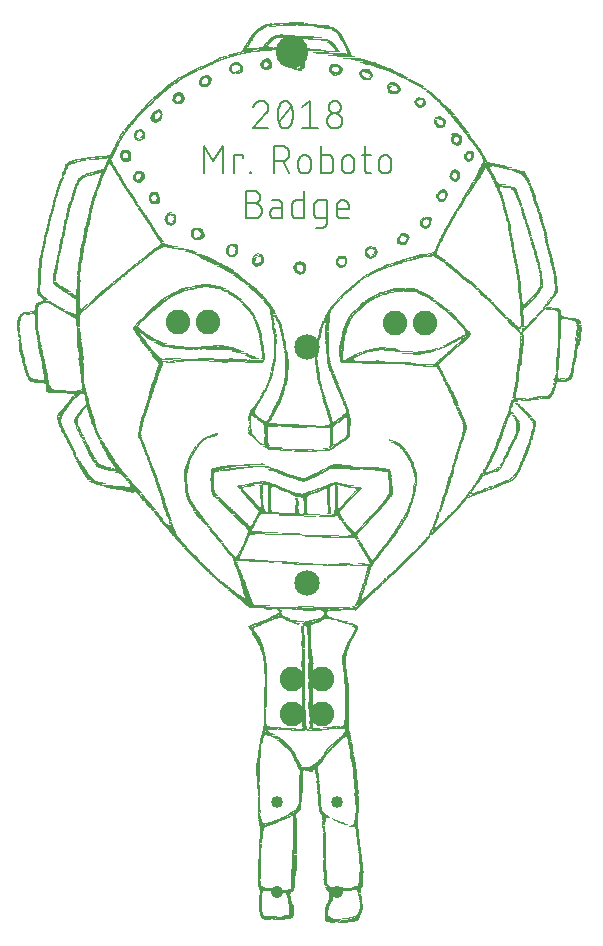
<source format=gts>
G04 EAGLE Gerber X2 export*
G75*
%MOMM*%
%FSLAX34Y34*%
%LPD*%
%AMOC8*
5,1,8,0,0,1.08239X$1,22.5*%
G01*
%ADD10C,0.203200*%
%ADD11C,2.743200*%
%ADD12C,2.082800*%
%ADD13C,1.016000*%
%ADD14C,1.047269*%
%ADD15R,0.896109X0.042675*%
%ADD16R,1.706881X0.042672*%
%ADD17R,0.256031X0.042672*%
%ADD18R,2.176272X0.042672*%
%ADD19R,1.152144X0.042672*%
%ADD20R,2.389631X0.042672*%
%ADD21R,1.877569X0.042672*%
%ADD22R,2.517650X0.042672*%
%ADD23R,2.304288X0.042672*%
%ADD24R,2.688338X0.042672*%
%ADD25R,2.517647X0.042672*%
%ADD26R,2.773681X0.042672*%
%ADD27R,2.602991X0.042672*%
%ADD28R,2.816353X0.042672*%
%ADD29R,2.731009X0.042672*%
%ADD30R,0.640081X0.042672*%
%ADD31R,0.554737X0.042672*%
%ADD32R,1.450850X0.042672*%
%ADD33R,0.426719X0.042672*%
%ADD34R,0.512066X0.042672*%
%ADD35R,1.109472X0.042672*%
%ADD36R,0.341375X0.042672*%
%ADD37R,1.024128X0.042672*%
%ADD38R,0.469394X0.042672*%
%ADD39R,0.896113X0.042672*%
%ADD40R,0.298703X0.042672*%
%ADD41R,0.810769X0.042672*%
%ADD42R,0.384047X0.042672*%
%ADD43R,0.725425X0.042672*%
%ADD44R,0.597409X0.042672*%
%ADD45R,0.426722X0.042672*%
%ADD46R,0.384050X0.042672*%
%ADD47R,0.213359X0.042672*%
%ADD48R,0.213359X0.042675*%
%ADD49R,0.384050X0.042675*%
%ADD50R,0.256031X0.042675*%
%ADD51R,0.341378X0.042672*%
%ADD52R,0.298706X0.042672*%
%ADD53R,0.256034X0.042672*%
%ADD54R,0.298703X0.042675*%
%ADD55R,0.341378X0.042675*%
%ADD56R,0.725422X0.042672*%
%ADD57R,1.066800X0.042672*%
%ADD58R,1.536191X0.042672*%
%ADD59R,2.944369X0.042672*%
%ADD60R,0.938784X0.042672*%
%ADD61R,1.322831X0.042672*%
%ADD62R,1.536194X0.042672*%
%ADD63R,1.237488X0.042672*%
%ADD64R,0.640078X0.042672*%
%ADD65R,2.987041X0.042672*%
%ADD66R,3.029713X0.042672*%
%ADD67R,1.621538X0.042672*%
%ADD68R,0.768097X0.042672*%
%ADD69R,0.597406X0.042672*%
%ADD70R,0.298706X0.042675*%
%ADD71R,0.341375X0.042675*%
%ADD72R,0.469391X0.042675*%
%ADD73R,0.426722X0.042675*%
%ADD74R,0.213363X0.042672*%
%ADD75R,0.213363X0.042675*%
%ADD76R,0.170691X0.042672*%
%ADD77R,0.170688X0.042672*%
%ADD78R,0.512062X0.042672*%
%ADD79R,0.853441X0.042672*%
%ADD80R,0.128016X0.042672*%
%ADD81R,0.981456X0.042672*%
%ADD82R,1.365503X0.042672*%
%ADD83R,1.152147X0.042672*%
%ADD84R,0.682750X0.042672*%
%ADD85R,0.469391X0.042672*%
%ADD86R,0.682753X0.042675*%
%ADD87R,0.682753X0.042672*%
%ADD88R,0.085347X0.042672*%
%ADD89R,0.554734X0.042672*%
%ADD90R,0.085344X0.042672*%
%ADD91R,0.384047X0.042675*%
%ADD92R,0.256034X0.042675*%
%ADD93R,0.597409X0.042675*%
%ADD94R,1.621534X0.042672*%
%ADD95R,1.664206X0.042672*%
%ADD96R,1.706878X0.042672*%
%ADD97R,1.749550X0.042672*%
%ADD98R,0.768094X0.042672*%
%ADD99R,0.170688X0.042675*%
%ADD100R,0.512066X0.042675*%
%ADD101R,1.280159X0.042672*%
%ADD102R,4.352544X0.042672*%
%ADD103R,4.693919X0.042672*%
%ADD104R,4.992625X0.042672*%
%ADD105R,5.248656X0.042672*%
%ADD106R,5.547359X0.042672*%
%ADD107R,1.834897X0.042672*%
%ADD108R,1.920241X0.042672*%
%ADD109R,1.450847X0.042672*%
%ADD110R,1.664209X0.042672*%
%ADD111R,2.432306X0.042672*%
%ADD112R,2.133600X0.042672*%
%ADD113R,1.237491X0.042672*%
%ADD114R,0.810766X0.042672*%
%ADD115R,0.853438X0.042672*%
%ADD116R,1.194816X0.042672*%
%ADD117R,2.346959X0.042672*%
%ADD118R,2.560319X0.042672*%
%ADD119R,1.322834X0.042672*%
%ADD120R,0.896109X0.042672*%
%ADD121R,0.768097X0.042675*%
%ADD122R,0.853438X0.042675*%
%ADD123R,0.853441X0.042675*%
%ADD124R,1.408178X0.042672*%
%ADD125R,5.035294X0.042672*%
%ADD126R,2.048256X0.042672*%
%ADD127R,5.334000X0.042672*%
%ADD128R,8.022338X0.042672*%
%ADD129R,8.363713X0.042672*%
%ADD130R,9.259825X0.042672*%
%ADD131R,3.243072X0.042672*%
%ADD132R,5.632703X0.042672*%
%ADD133R,2.602994X0.042675*%
%ADD134R,5.077969X0.042675*%
%ADD135R,2.005584X0.042672*%
%ADD136R,0.426719X0.042675*%
%ADD137R,0.512062X0.042675*%
%ADD138R,6.059425X0.042672*%
%ADD139R,7.638288X0.042672*%
%ADD140R,10.027919X0.042672*%
%ADD141R,11.777472X0.042672*%
%ADD142R,5.590031X0.042672*%
%ADD143R,3.797806X0.042672*%
%ADD144R,4.565903X0.042672*%
%ADD145R,4.523231X0.042672*%
%ADD146R,6.998209X0.042672*%
%ADD147R,9.345169X0.042672*%
%ADD148R,9.302497X0.042672*%
%ADD149R,6.870194X0.042672*%
%ADD150R,5.888738X0.042672*%
%ADD151R,2.560322X0.042672*%
%ADD152R,0.042672X0.042672*%
%ADD153R,0.725422X0.042675*%
%ADD154R,0.810769X0.042675*%
%ADD155R,0.469394X0.042675*%
%ADD156R,4.267200X0.042672*%
%ADD157R,7.126225X0.042672*%
%ADD158R,7.040881X0.042672*%
%ADD159R,3.669791X0.042672*%
%ADD160R,3.285747X0.042672*%
%ADD161R,3.584447X0.042672*%
%ADD162R,0.128019X0.042672*%
%ADD163R,1.280163X0.042672*%
%ADD164R,1.493522X0.042672*%
%ADD165R,1.749553X0.042672*%
%ADD166R,1.962913X0.042672*%
%ADD167R,1.792225X0.042672*%
%ADD168R,2.218944X0.042672*%
%ADD169R,2.389631X0.042675*%
%ADD170R,2.645663X0.042672*%
%ADD171R,2.816350X0.042672*%
%ADD172R,1.920238X0.042672*%
%ADD173R,1.578863X0.042672*%
%ADD174R,2.304291X0.042672*%
%ADD175R,0.725425X0.042675*%
%ADD176R,1.792222X0.042672*%
%ADD177R,1.408175X0.042672*%
%ADD178R,0.938781X0.042672*%
%ADD179R,2.090928X0.042672*%
%ADD180R,2.731006X0.042672*%
%ADD181R,2.773681X0.042675*%
%ADD182R,0.554737X0.042675*%
%ADD183R,0.896113X0.042675*%
%ADD184R,1.877566X0.042675*%
%ADD185R,3.627122X0.042672*%
%ADD186R,3.115056X0.042672*%
%ADD187R,3.072384X0.042672*%
%ADD188R,5.419344X0.042672*%
%ADD189R,2.474978X0.042672*%
%ADD190R,4.949953X0.042672*%
%ADD191R,3.712462X0.042672*%
%ADD192R,0.042675X0.042672*%
%ADD193R,4.096509X0.042672*%
%ADD194R,4.608575X0.042672*%
%ADD195R,1.578866X0.042672*%
%ADD196R,0.128016X0.042675*%
%ADD197R,4.309872X0.042672*%
%ADD198R,4.864609X0.042672*%
%ADD199R,5.931409X0.042672*%
%ADD200R,6.016753X0.042672*%
%ADD201R,2.474975X0.042672*%
%ADD202R,3.371088X0.042672*%
%ADD203R,3.413759X0.042672*%
%ADD204R,0.085344X0.042675*%
%ADD205R,1.621538X0.042675*%
%ADD206R,1.493519X0.042672*%
%ADD207R,3.968494X0.042672*%
%ADD208R,6.912863X0.042672*%
%ADD209R,9.131809X0.042672*%
%ADD210R,9.217153X0.042672*%
%ADD211R,2.261616X0.042672*%
%ADD212R,8.406384X0.042672*%
%ADD213R,6.443472X0.042672*%
%ADD214R,3.328416X0.042672*%
%ADD215R,7.211569X0.042672*%
%ADD216R,5.120641X0.042672*%
%ADD217R,8.321041X0.042672*%
%ADD218R,5.077969X0.042672*%
%ADD219R,3.840481X0.042672*%
%ADD220R,5.888734X0.042672*%
%ADD221R,6.102097X0.042672*%
%ADD222R,6.230113X0.042672*%
%ADD223R,2.261619X0.042672*%
%ADD224R,1.194819X0.042672*%
%ADD225R,2.645666X0.042672*%
%ADD226R,0.597406X0.042675*%
%ADD227R,0.981453X0.042672*%
%ADD228R,0.640081X0.042675*%
%ADD229R,0.554734X0.042675*%
%ADD230R,1.194816X0.042675*%
%ADD231R,1.365506X0.042672*%
%ADD232R,1.962909X0.042672*%
%ADD233R,2.944366X0.042672*%
%ADD234R,2.688334X0.042672*%
%ADD235R,1.237488X0.042675*%
%ADD236R,1.280159X0.042675*%
%ADD237R,1.066800X0.042675*%
%ADD238R,0.938781X0.042675*%
%ADD239R,0.682750X0.042675*%
%ADD240R,0.768094X0.042675*%
%ADD241R,0.981456X0.042675*%
%ADD242R,2.987038X0.042672*%
%ADD243R,3.157728X0.042672*%
%ADD244R,2.432303X0.042672*%
%ADD245R,4.224528X0.042672*%
%ADD246R,8.193022X0.042672*%
%ADD247R,7.595616X0.042672*%
%ADD248R,6.358128X0.042672*%
%ADD249R,5.675375X0.042672*%
%ADD250R,4.779266X0.042672*%
%ADD251R,4.096513X0.042672*%
%ADD252R,1.152144X0.042675*%
%ADD253R,3.541778X0.042672*%
%ADD254R,4.736591X0.042672*%
%ADD255R,4.139184X0.042672*%
%ADD256R,3.755138X0.042672*%
%ADD257R,3.285744X0.042672*%
%ADD258R,1.536191X0.042675*%
%ADD259R,5.205984X0.042672*%
%ADD260R,3.669794X0.042672*%
%ADD261C,2.153200*%


D10*
X234253Y701802D02*
X234251Y701952D01*
X234245Y702103D01*
X234236Y702253D01*
X234222Y702403D01*
X234205Y702552D01*
X234183Y702701D01*
X234158Y702849D01*
X234129Y702997D01*
X234097Y703144D01*
X234060Y703290D01*
X234020Y703435D01*
X233976Y703579D01*
X233929Y703721D01*
X233877Y703863D01*
X233823Y704003D01*
X233764Y704141D01*
X233702Y704279D01*
X233637Y704414D01*
X233568Y704548D01*
X233495Y704679D01*
X233419Y704809D01*
X233340Y704937D01*
X233258Y705063D01*
X233172Y705187D01*
X233084Y705308D01*
X232992Y705428D01*
X232897Y705544D01*
X232799Y705659D01*
X232698Y705770D01*
X232595Y705879D01*
X232488Y705986D01*
X232379Y706089D01*
X232268Y706190D01*
X232153Y706288D01*
X232037Y706383D01*
X231917Y706475D01*
X231796Y706563D01*
X231672Y706649D01*
X231546Y706731D01*
X231418Y706810D01*
X231288Y706886D01*
X231157Y706959D01*
X231023Y707028D01*
X230888Y707093D01*
X230750Y707155D01*
X230612Y707214D01*
X230472Y707268D01*
X230330Y707320D01*
X230188Y707367D01*
X230044Y707411D01*
X229899Y707451D01*
X229753Y707488D01*
X229606Y707520D01*
X229458Y707549D01*
X229310Y707574D01*
X229161Y707596D01*
X229012Y707613D01*
X228862Y707627D01*
X228712Y707636D01*
X228561Y707642D01*
X228411Y707644D01*
X228230Y707642D01*
X228048Y707635D01*
X227867Y707624D01*
X227686Y707609D01*
X227506Y707589D01*
X227326Y707565D01*
X227147Y707537D01*
X226968Y707504D01*
X226790Y707467D01*
X226614Y707426D01*
X226438Y707380D01*
X226263Y707330D01*
X226090Y707276D01*
X225918Y707218D01*
X225748Y707156D01*
X225579Y707089D01*
X225412Y707019D01*
X225246Y706944D01*
X225083Y706866D01*
X224921Y706783D01*
X224761Y706697D01*
X224604Y706607D01*
X224448Y706513D01*
X224295Y706415D01*
X224145Y706314D01*
X223997Y706209D01*
X223851Y706100D01*
X223708Y705988D01*
X223568Y705873D01*
X223431Y705754D01*
X223297Y705632D01*
X223166Y705506D01*
X223037Y705378D01*
X222912Y705247D01*
X222790Y705112D01*
X222672Y704975D01*
X222556Y704835D01*
X222445Y704692D01*
X222336Y704546D01*
X222231Y704398D01*
X222130Y704247D01*
X222033Y704094D01*
X221939Y703939D01*
X221849Y703781D01*
X221763Y703621D01*
X221681Y703459D01*
X221602Y703296D01*
X221528Y703130D01*
X221458Y702963D01*
X221391Y702794D01*
X221329Y702623D01*
X221271Y702451D01*
X232306Y697258D02*
X232416Y697366D01*
X232523Y697476D01*
X232628Y697589D01*
X232730Y697704D01*
X232829Y697822D01*
X232925Y697942D01*
X233019Y698065D01*
X233109Y698189D01*
X233196Y698316D01*
X233280Y698445D01*
X233361Y698577D01*
X233438Y698710D01*
X233512Y698845D01*
X233583Y698981D01*
X233651Y699120D01*
X233715Y699260D01*
X233776Y699401D01*
X233833Y699544D01*
X233886Y699688D01*
X233936Y699834D01*
X233983Y699981D01*
X234026Y700129D01*
X234065Y700278D01*
X234101Y700427D01*
X234132Y700578D01*
X234161Y700729D01*
X234185Y700881D01*
X234206Y701034D01*
X234223Y701187D01*
X234236Y701340D01*
X234245Y701494D01*
X234251Y701648D01*
X234253Y701802D01*
X232306Y697258D02*
X221271Y684276D01*
X234253Y684276D01*
X242150Y695960D02*
X242155Y696420D01*
X242172Y696879D01*
X242199Y697338D01*
X242238Y697796D01*
X242287Y698253D01*
X242347Y698709D01*
X242418Y699163D01*
X242500Y699616D01*
X242593Y700066D01*
X242696Y700514D01*
X242810Y700959D01*
X242935Y701402D01*
X243070Y701841D01*
X243216Y702277D01*
X243372Y702709D01*
X243538Y703138D01*
X243714Y703563D01*
X243901Y703983D01*
X244097Y704398D01*
X244098Y704399D02*
X244143Y704526D01*
X244193Y704652D01*
X244245Y704777D01*
X244302Y704900D01*
X244362Y705022D01*
X244425Y705141D01*
X244491Y705259D01*
X244561Y705375D01*
X244634Y705489D01*
X244710Y705601D01*
X244790Y705711D01*
X244872Y705818D01*
X244958Y705923D01*
X245046Y706026D01*
X245137Y706126D01*
X245231Y706224D01*
X245328Y706318D01*
X245427Y706410D01*
X245529Y706500D01*
X245633Y706586D01*
X245740Y706669D01*
X245849Y706749D01*
X245961Y706827D01*
X246074Y706900D01*
X246189Y706971D01*
X246307Y707039D01*
X246426Y707103D01*
X246547Y707164D01*
X246670Y707221D01*
X246794Y707275D01*
X246920Y707325D01*
X247047Y707372D01*
X247175Y707415D01*
X247305Y707454D01*
X247435Y707490D01*
X247567Y707522D01*
X247699Y707551D01*
X247832Y707575D01*
X247966Y707596D01*
X248101Y707613D01*
X248235Y707627D01*
X248370Y707636D01*
X248506Y707642D01*
X248641Y707644D01*
X248776Y707642D01*
X248912Y707636D01*
X249047Y707627D01*
X249182Y707613D01*
X249316Y707596D01*
X249450Y707575D01*
X249583Y707551D01*
X249715Y707522D01*
X249847Y707490D01*
X249977Y707454D01*
X250107Y707415D01*
X250235Y707372D01*
X250362Y707325D01*
X250488Y707275D01*
X250612Y707221D01*
X250735Y707164D01*
X250856Y707103D01*
X250975Y707039D01*
X251093Y706971D01*
X251208Y706900D01*
X251321Y706826D01*
X251433Y706749D01*
X251542Y706669D01*
X251649Y706586D01*
X251753Y706500D01*
X251855Y706410D01*
X251954Y706318D01*
X252051Y706224D01*
X252145Y706126D01*
X252236Y706026D01*
X252324Y705923D01*
X252410Y705818D01*
X252492Y705711D01*
X252572Y705601D01*
X252648Y705489D01*
X252721Y705375D01*
X252791Y705259D01*
X252857Y705141D01*
X252920Y705022D01*
X252980Y704900D01*
X253037Y704777D01*
X253089Y704652D01*
X253139Y704526D01*
X253184Y704399D01*
X253185Y704399D02*
X253381Y703983D01*
X253568Y703563D01*
X253744Y703138D01*
X253910Y702710D01*
X254066Y702277D01*
X254212Y701841D01*
X254347Y701402D01*
X254472Y700959D01*
X254586Y700514D01*
X254689Y700066D01*
X254782Y699616D01*
X254864Y699163D01*
X254935Y698709D01*
X254995Y698253D01*
X255044Y697796D01*
X255083Y697338D01*
X255110Y696879D01*
X255127Y696420D01*
X255132Y695960D01*
X242150Y695960D02*
X242155Y695500D01*
X242172Y695041D01*
X242199Y694582D01*
X242238Y694124D01*
X242287Y693667D01*
X242347Y693211D01*
X242418Y692757D01*
X242500Y692305D01*
X242593Y691854D01*
X242696Y691406D01*
X242810Y690961D01*
X242935Y690518D01*
X243070Y690079D01*
X243216Y689643D01*
X243372Y689211D01*
X243538Y688782D01*
X243714Y688357D01*
X243901Y687937D01*
X244097Y687522D01*
X244098Y687521D02*
X244143Y687394D01*
X244193Y687268D01*
X244245Y687143D01*
X244302Y687020D01*
X244362Y686898D01*
X244425Y686779D01*
X244491Y686661D01*
X244561Y686545D01*
X244634Y686431D01*
X244710Y686319D01*
X244790Y686209D01*
X244872Y686102D01*
X244958Y685997D01*
X245046Y685894D01*
X245137Y685794D01*
X245231Y685696D01*
X245328Y685602D01*
X245427Y685510D01*
X245529Y685420D01*
X245634Y685334D01*
X245740Y685251D01*
X245849Y685171D01*
X245961Y685093D01*
X246074Y685020D01*
X246189Y684949D01*
X246307Y684881D01*
X246426Y684817D01*
X246547Y684756D01*
X246670Y684699D01*
X246794Y684645D01*
X246920Y684595D01*
X247047Y684548D01*
X247175Y684505D01*
X247305Y684466D01*
X247435Y684430D01*
X247567Y684398D01*
X247699Y684369D01*
X247832Y684345D01*
X247966Y684324D01*
X248101Y684307D01*
X248235Y684293D01*
X248370Y684284D01*
X248506Y684278D01*
X248641Y684276D01*
X253185Y687522D02*
X253381Y687937D01*
X253568Y688357D01*
X253744Y688782D01*
X253910Y689210D01*
X254066Y689643D01*
X254212Y690079D01*
X254347Y690518D01*
X254472Y690961D01*
X254586Y691406D01*
X254689Y691854D01*
X254782Y692304D01*
X254864Y692757D01*
X254935Y693211D01*
X254995Y693667D01*
X255044Y694124D01*
X255083Y694582D01*
X255110Y695041D01*
X255127Y695500D01*
X255132Y695960D01*
X253184Y687521D02*
X253139Y687394D01*
X253089Y687268D01*
X253037Y687143D01*
X252980Y687020D01*
X252920Y686898D01*
X252857Y686779D01*
X252791Y686661D01*
X252721Y686545D01*
X252648Y686431D01*
X252572Y686319D01*
X252492Y686209D01*
X252410Y686102D01*
X252324Y685997D01*
X252236Y685894D01*
X252145Y685794D01*
X252051Y685696D01*
X251954Y685602D01*
X251855Y685510D01*
X251753Y685420D01*
X251649Y685334D01*
X251542Y685251D01*
X251433Y685171D01*
X251321Y685093D01*
X251208Y685020D01*
X251093Y684949D01*
X250975Y684881D01*
X250856Y684817D01*
X250735Y684756D01*
X250612Y684699D01*
X250488Y684645D01*
X250362Y684595D01*
X250235Y684548D01*
X250107Y684505D01*
X249977Y684466D01*
X249847Y684430D01*
X249715Y684398D01*
X249583Y684369D01*
X249450Y684345D01*
X249316Y684324D01*
X249181Y684307D01*
X249047Y684293D01*
X248912Y684284D01*
X248776Y684278D01*
X248641Y684276D01*
X243448Y689469D02*
X253834Y702451D01*
X263028Y702451D02*
X269519Y707644D01*
X269519Y684276D01*
X263028Y684276D02*
X276011Y684276D01*
X283907Y690767D02*
X283909Y690926D01*
X283915Y691085D01*
X283925Y691245D01*
X283938Y691403D01*
X283956Y691562D01*
X283977Y691719D01*
X284003Y691877D01*
X284032Y692033D01*
X284065Y692189D01*
X284102Y692344D01*
X284142Y692498D01*
X284187Y692651D01*
X284235Y692803D01*
X284286Y692954D01*
X284342Y693103D01*
X284401Y693251D01*
X284464Y693397D01*
X284530Y693542D01*
X284600Y693685D01*
X284673Y693827D01*
X284750Y693966D01*
X284830Y694104D01*
X284914Y694240D01*
X285001Y694373D01*
X285091Y694505D01*
X285184Y694634D01*
X285281Y694760D01*
X285380Y694885D01*
X285483Y695007D01*
X285588Y695126D01*
X285697Y695243D01*
X285808Y695357D01*
X285922Y695468D01*
X286039Y695577D01*
X286158Y695682D01*
X286280Y695785D01*
X286405Y695884D01*
X286531Y695981D01*
X286660Y696074D01*
X286792Y696164D01*
X286925Y696251D01*
X287061Y696335D01*
X287199Y696415D01*
X287338Y696492D01*
X287480Y696565D01*
X287623Y696635D01*
X287768Y696701D01*
X287914Y696764D01*
X288062Y696823D01*
X288211Y696879D01*
X288362Y696930D01*
X288514Y696978D01*
X288667Y697023D01*
X288821Y697063D01*
X288976Y697100D01*
X289132Y697133D01*
X289288Y697162D01*
X289446Y697188D01*
X289603Y697209D01*
X289762Y697227D01*
X289920Y697240D01*
X290080Y697250D01*
X290239Y697256D01*
X290398Y697258D01*
X290557Y697256D01*
X290716Y697250D01*
X290876Y697240D01*
X291034Y697227D01*
X291193Y697209D01*
X291350Y697188D01*
X291508Y697162D01*
X291664Y697133D01*
X291820Y697100D01*
X291975Y697063D01*
X292129Y697023D01*
X292282Y696978D01*
X292434Y696930D01*
X292585Y696879D01*
X292734Y696823D01*
X292882Y696764D01*
X293028Y696701D01*
X293173Y696635D01*
X293316Y696565D01*
X293458Y696492D01*
X293597Y696415D01*
X293735Y696335D01*
X293871Y696251D01*
X294004Y696164D01*
X294136Y696074D01*
X294265Y695981D01*
X294391Y695884D01*
X294516Y695785D01*
X294638Y695682D01*
X294757Y695577D01*
X294874Y695468D01*
X294988Y695357D01*
X295099Y695243D01*
X295208Y695126D01*
X295313Y695007D01*
X295416Y694885D01*
X295515Y694760D01*
X295612Y694634D01*
X295705Y694505D01*
X295795Y694373D01*
X295882Y694240D01*
X295966Y694104D01*
X296046Y693966D01*
X296123Y693827D01*
X296196Y693685D01*
X296266Y693542D01*
X296332Y693397D01*
X296395Y693251D01*
X296454Y693103D01*
X296510Y692954D01*
X296561Y692803D01*
X296609Y692651D01*
X296654Y692498D01*
X296694Y692344D01*
X296731Y692189D01*
X296764Y692033D01*
X296793Y691877D01*
X296819Y691719D01*
X296840Y691562D01*
X296858Y691403D01*
X296871Y691245D01*
X296881Y691085D01*
X296887Y690926D01*
X296889Y690767D01*
X296887Y690608D01*
X296881Y690449D01*
X296871Y690289D01*
X296858Y690131D01*
X296840Y689972D01*
X296819Y689815D01*
X296793Y689657D01*
X296764Y689501D01*
X296731Y689345D01*
X296694Y689190D01*
X296654Y689036D01*
X296609Y688883D01*
X296561Y688731D01*
X296510Y688580D01*
X296454Y688431D01*
X296395Y688283D01*
X296332Y688137D01*
X296266Y687992D01*
X296196Y687849D01*
X296123Y687707D01*
X296046Y687568D01*
X295966Y687430D01*
X295882Y687294D01*
X295795Y687161D01*
X295705Y687029D01*
X295612Y686900D01*
X295515Y686774D01*
X295416Y686649D01*
X295313Y686527D01*
X295208Y686408D01*
X295099Y686291D01*
X294988Y686177D01*
X294874Y686066D01*
X294757Y685957D01*
X294638Y685852D01*
X294516Y685749D01*
X294391Y685650D01*
X294265Y685553D01*
X294136Y685460D01*
X294004Y685370D01*
X293871Y685283D01*
X293735Y685199D01*
X293597Y685119D01*
X293458Y685042D01*
X293316Y684969D01*
X293173Y684899D01*
X293028Y684833D01*
X292882Y684770D01*
X292734Y684711D01*
X292585Y684655D01*
X292434Y684604D01*
X292282Y684556D01*
X292129Y684511D01*
X291975Y684471D01*
X291820Y684434D01*
X291664Y684401D01*
X291508Y684372D01*
X291350Y684346D01*
X291193Y684325D01*
X291034Y684307D01*
X290876Y684294D01*
X290716Y684284D01*
X290557Y684278D01*
X290398Y684276D01*
X290239Y684278D01*
X290080Y684284D01*
X289920Y684294D01*
X289762Y684307D01*
X289603Y684325D01*
X289446Y684346D01*
X289288Y684372D01*
X289132Y684401D01*
X288976Y684434D01*
X288821Y684471D01*
X288667Y684511D01*
X288514Y684556D01*
X288362Y684604D01*
X288211Y684655D01*
X288062Y684711D01*
X287914Y684770D01*
X287768Y684833D01*
X287623Y684899D01*
X287480Y684969D01*
X287338Y685042D01*
X287199Y685119D01*
X287061Y685199D01*
X286925Y685283D01*
X286792Y685370D01*
X286660Y685460D01*
X286531Y685553D01*
X286405Y685650D01*
X286280Y685749D01*
X286158Y685852D01*
X286039Y685957D01*
X285922Y686066D01*
X285808Y686177D01*
X285697Y686291D01*
X285588Y686408D01*
X285483Y686527D01*
X285380Y686649D01*
X285281Y686774D01*
X285184Y686900D01*
X285091Y687029D01*
X285001Y687161D01*
X284914Y687294D01*
X284830Y687430D01*
X284750Y687568D01*
X284673Y687707D01*
X284600Y687849D01*
X284530Y687992D01*
X284464Y688137D01*
X284401Y688283D01*
X284342Y688431D01*
X284286Y688580D01*
X284235Y688731D01*
X284187Y688883D01*
X284142Y689036D01*
X284102Y689190D01*
X284065Y689345D01*
X284032Y689501D01*
X284003Y689657D01*
X283977Y689815D01*
X283956Y689972D01*
X283938Y690131D01*
X283925Y690289D01*
X283915Y690449D01*
X283909Y690608D01*
X283907Y690767D01*
X285205Y702451D02*
X285207Y702594D01*
X285213Y702737D01*
X285223Y702880D01*
X285237Y703022D01*
X285254Y703164D01*
X285276Y703306D01*
X285301Y703447D01*
X285331Y703587D01*
X285364Y703726D01*
X285401Y703864D01*
X285442Y704001D01*
X285486Y704137D01*
X285535Y704272D01*
X285587Y704405D01*
X285642Y704537D01*
X285702Y704667D01*
X285765Y704796D01*
X285831Y704923D01*
X285901Y705048D01*
X285974Y705170D01*
X286051Y705291D01*
X286131Y705410D01*
X286214Y705526D01*
X286300Y705641D01*
X286389Y705752D01*
X286482Y705862D01*
X286577Y705968D01*
X286676Y706072D01*
X286777Y706173D01*
X286881Y706272D01*
X286987Y706367D01*
X287097Y706460D01*
X287208Y706549D01*
X287323Y706635D01*
X287439Y706718D01*
X287558Y706798D01*
X287679Y706875D01*
X287802Y706948D01*
X287926Y707018D01*
X288053Y707084D01*
X288182Y707147D01*
X288312Y707207D01*
X288444Y707262D01*
X288577Y707314D01*
X288712Y707363D01*
X288848Y707407D01*
X288985Y707448D01*
X289123Y707485D01*
X289262Y707518D01*
X289402Y707548D01*
X289543Y707573D01*
X289685Y707595D01*
X289827Y707612D01*
X289969Y707626D01*
X290112Y707636D01*
X290255Y707642D01*
X290398Y707644D01*
X290541Y707642D01*
X290684Y707636D01*
X290827Y707626D01*
X290969Y707612D01*
X291111Y707595D01*
X291253Y707573D01*
X291394Y707548D01*
X291534Y707518D01*
X291673Y707485D01*
X291811Y707448D01*
X291948Y707407D01*
X292084Y707363D01*
X292219Y707314D01*
X292352Y707262D01*
X292484Y707207D01*
X292614Y707147D01*
X292743Y707084D01*
X292870Y707018D01*
X292995Y706948D01*
X293117Y706875D01*
X293238Y706798D01*
X293357Y706718D01*
X293473Y706635D01*
X293588Y706549D01*
X293699Y706460D01*
X293809Y706367D01*
X293915Y706272D01*
X294019Y706173D01*
X294120Y706072D01*
X294219Y705968D01*
X294314Y705862D01*
X294407Y705752D01*
X294496Y705641D01*
X294582Y705526D01*
X294665Y705410D01*
X294745Y705291D01*
X294822Y705170D01*
X294895Y705048D01*
X294965Y704923D01*
X295031Y704796D01*
X295094Y704667D01*
X295154Y704537D01*
X295209Y704405D01*
X295261Y704272D01*
X295310Y704137D01*
X295354Y704001D01*
X295395Y703864D01*
X295432Y703726D01*
X295465Y703587D01*
X295495Y703447D01*
X295520Y703306D01*
X295542Y703164D01*
X295559Y703022D01*
X295573Y702880D01*
X295583Y702737D01*
X295589Y702594D01*
X295591Y702451D01*
X295589Y702308D01*
X295583Y702165D01*
X295573Y702022D01*
X295559Y701880D01*
X295542Y701738D01*
X295520Y701596D01*
X295495Y701455D01*
X295465Y701315D01*
X295432Y701176D01*
X295395Y701038D01*
X295354Y700901D01*
X295310Y700765D01*
X295261Y700630D01*
X295209Y700497D01*
X295154Y700365D01*
X295094Y700235D01*
X295031Y700106D01*
X294965Y699979D01*
X294895Y699854D01*
X294822Y699732D01*
X294745Y699611D01*
X294665Y699492D01*
X294582Y699376D01*
X294496Y699261D01*
X294407Y699150D01*
X294314Y699040D01*
X294219Y698934D01*
X294120Y698830D01*
X294019Y698729D01*
X293915Y698630D01*
X293809Y698535D01*
X293699Y698442D01*
X293588Y698353D01*
X293473Y698267D01*
X293357Y698184D01*
X293238Y698104D01*
X293117Y698027D01*
X292994Y697954D01*
X292870Y697884D01*
X292743Y697818D01*
X292614Y697755D01*
X292484Y697695D01*
X292352Y697640D01*
X292219Y697588D01*
X292084Y697539D01*
X291948Y697495D01*
X291811Y697454D01*
X291673Y697417D01*
X291534Y697384D01*
X291394Y697354D01*
X291253Y697329D01*
X291111Y697307D01*
X290969Y697290D01*
X290827Y697276D01*
X290684Y697266D01*
X290541Y697260D01*
X290398Y697258D01*
X290255Y697260D01*
X290112Y697266D01*
X289969Y697276D01*
X289827Y697290D01*
X289685Y697307D01*
X289543Y697329D01*
X289402Y697354D01*
X289262Y697384D01*
X289123Y697417D01*
X288985Y697454D01*
X288848Y697495D01*
X288712Y697539D01*
X288577Y697588D01*
X288444Y697640D01*
X288312Y697695D01*
X288182Y697755D01*
X288053Y697818D01*
X287926Y697884D01*
X287801Y697954D01*
X287679Y698027D01*
X287558Y698104D01*
X287439Y698184D01*
X287323Y698267D01*
X287208Y698353D01*
X287097Y698442D01*
X286987Y698535D01*
X286881Y698630D01*
X286777Y698729D01*
X286676Y698830D01*
X286577Y698934D01*
X286482Y699040D01*
X286389Y699150D01*
X286300Y699261D01*
X286214Y699376D01*
X286131Y699492D01*
X286051Y699611D01*
X285974Y699732D01*
X285901Y699855D01*
X285831Y699979D01*
X285765Y700106D01*
X285702Y700235D01*
X285642Y700365D01*
X285587Y700497D01*
X285535Y700630D01*
X285486Y700765D01*
X285442Y700901D01*
X285401Y701038D01*
X285364Y701176D01*
X285331Y701315D01*
X285301Y701455D01*
X285276Y701596D01*
X285254Y701738D01*
X285237Y701880D01*
X285223Y702022D01*
X285213Y702165D01*
X285207Y702308D01*
X285205Y702451D01*
X179861Y669544D02*
X179861Y646176D01*
X187651Y656562D02*
X179861Y669544D01*
X187651Y656562D02*
X195440Y669544D01*
X195440Y646176D01*
X204792Y646176D02*
X204792Y661755D01*
X212582Y661755D01*
X212582Y659158D01*
X218320Y647474D02*
X218320Y646176D01*
X218320Y647474D02*
X219618Y647474D01*
X219618Y646176D01*
X218320Y646176D01*
X238988Y646176D02*
X238988Y669544D01*
X245479Y669544D01*
X245638Y669542D01*
X245797Y669536D01*
X245957Y669526D01*
X246115Y669513D01*
X246274Y669495D01*
X246431Y669474D01*
X246589Y669448D01*
X246745Y669419D01*
X246901Y669386D01*
X247056Y669349D01*
X247210Y669309D01*
X247363Y669264D01*
X247515Y669216D01*
X247666Y669165D01*
X247815Y669109D01*
X247963Y669050D01*
X248109Y668987D01*
X248254Y668921D01*
X248397Y668851D01*
X248539Y668778D01*
X248678Y668701D01*
X248816Y668621D01*
X248952Y668537D01*
X249085Y668450D01*
X249217Y668360D01*
X249346Y668267D01*
X249472Y668170D01*
X249597Y668071D01*
X249719Y667968D01*
X249838Y667863D01*
X249955Y667754D01*
X250069Y667643D01*
X250180Y667529D01*
X250289Y667412D01*
X250394Y667293D01*
X250497Y667171D01*
X250596Y667046D01*
X250693Y666920D01*
X250786Y666791D01*
X250876Y666659D01*
X250963Y666526D01*
X251047Y666390D01*
X251127Y666252D01*
X251204Y666113D01*
X251277Y665971D01*
X251347Y665828D01*
X251413Y665683D01*
X251476Y665537D01*
X251535Y665389D01*
X251591Y665240D01*
X251642Y665089D01*
X251690Y664937D01*
X251735Y664784D01*
X251775Y664630D01*
X251812Y664475D01*
X251845Y664319D01*
X251874Y664163D01*
X251900Y664005D01*
X251921Y663848D01*
X251939Y663689D01*
X251952Y663531D01*
X251962Y663371D01*
X251968Y663212D01*
X251970Y663053D01*
X251968Y662894D01*
X251962Y662735D01*
X251952Y662575D01*
X251939Y662417D01*
X251921Y662258D01*
X251900Y662101D01*
X251874Y661943D01*
X251845Y661787D01*
X251812Y661631D01*
X251775Y661476D01*
X251735Y661322D01*
X251690Y661169D01*
X251642Y661017D01*
X251591Y660866D01*
X251535Y660717D01*
X251476Y660569D01*
X251413Y660423D01*
X251347Y660278D01*
X251277Y660135D01*
X251204Y659993D01*
X251127Y659854D01*
X251047Y659716D01*
X250963Y659580D01*
X250876Y659447D01*
X250786Y659315D01*
X250693Y659186D01*
X250596Y659060D01*
X250497Y658935D01*
X250394Y658813D01*
X250289Y658694D01*
X250180Y658577D01*
X250069Y658463D01*
X249955Y658352D01*
X249838Y658243D01*
X249719Y658138D01*
X249597Y658035D01*
X249472Y657936D01*
X249346Y657839D01*
X249217Y657746D01*
X249085Y657656D01*
X248952Y657569D01*
X248816Y657485D01*
X248678Y657405D01*
X248539Y657328D01*
X248397Y657255D01*
X248254Y657185D01*
X248109Y657119D01*
X247963Y657056D01*
X247815Y656997D01*
X247666Y656941D01*
X247515Y656890D01*
X247363Y656842D01*
X247210Y656797D01*
X247056Y656757D01*
X246901Y656720D01*
X246745Y656687D01*
X246589Y656658D01*
X246431Y656632D01*
X246274Y656611D01*
X246115Y656593D01*
X245957Y656580D01*
X245797Y656570D01*
X245638Y656564D01*
X245479Y656562D01*
X238988Y656562D01*
X246777Y656562D02*
X251970Y646176D01*
X259709Y651369D02*
X259709Y656562D01*
X259711Y656705D01*
X259717Y656848D01*
X259727Y656991D01*
X259741Y657133D01*
X259758Y657275D01*
X259780Y657417D01*
X259805Y657558D01*
X259835Y657698D01*
X259868Y657837D01*
X259905Y657975D01*
X259946Y658112D01*
X259990Y658248D01*
X260039Y658383D01*
X260091Y658516D01*
X260146Y658648D01*
X260206Y658778D01*
X260269Y658907D01*
X260335Y659034D01*
X260405Y659159D01*
X260478Y659281D01*
X260555Y659402D01*
X260635Y659521D01*
X260718Y659637D01*
X260804Y659752D01*
X260893Y659863D01*
X260986Y659973D01*
X261081Y660079D01*
X261180Y660183D01*
X261281Y660284D01*
X261385Y660383D01*
X261491Y660478D01*
X261601Y660571D01*
X261712Y660660D01*
X261827Y660746D01*
X261943Y660829D01*
X262062Y660909D01*
X262183Y660986D01*
X262306Y661059D01*
X262430Y661129D01*
X262557Y661195D01*
X262686Y661258D01*
X262816Y661318D01*
X262948Y661373D01*
X263081Y661425D01*
X263216Y661474D01*
X263352Y661518D01*
X263489Y661559D01*
X263627Y661596D01*
X263766Y661629D01*
X263906Y661659D01*
X264047Y661684D01*
X264189Y661706D01*
X264331Y661723D01*
X264473Y661737D01*
X264616Y661747D01*
X264759Y661753D01*
X264902Y661755D01*
X265045Y661753D01*
X265188Y661747D01*
X265331Y661737D01*
X265473Y661723D01*
X265615Y661706D01*
X265757Y661684D01*
X265898Y661659D01*
X266038Y661629D01*
X266177Y661596D01*
X266315Y661559D01*
X266452Y661518D01*
X266588Y661474D01*
X266723Y661425D01*
X266856Y661373D01*
X266988Y661318D01*
X267118Y661258D01*
X267247Y661195D01*
X267374Y661129D01*
X267499Y661059D01*
X267621Y660986D01*
X267742Y660909D01*
X267861Y660829D01*
X267977Y660746D01*
X268092Y660660D01*
X268203Y660571D01*
X268313Y660478D01*
X268419Y660383D01*
X268523Y660284D01*
X268624Y660183D01*
X268723Y660079D01*
X268818Y659973D01*
X268911Y659863D01*
X269000Y659752D01*
X269086Y659637D01*
X269169Y659521D01*
X269249Y659402D01*
X269326Y659281D01*
X269399Y659159D01*
X269469Y659034D01*
X269535Y658907D01*
X269598Y658778D01*
X269658Y658648D01*
X269713Y658516D01*
X269765Y658383D01*
X269814Y658248D01*
X269858Y658112D01*
X269899Y657975D01*
X269936Y657837D01*
X269969Y657698D01*
X269999Y657558D01*
X270024Y657417D01*
X270046Y657275D01*
X270063Y657133D01*
X270077Y656991D01*
X270087Y656848D01*
X270093Y656705D01*
X270095Y656562D01*
X270095Y651369D01*
X270093Y651226D01*
X270087Y651083D01*
X270077Y650940D01*
X270063Y650798D01*
X270046Y650656D01*
X270024Y650514D01*
X269999Y650373D01*
X269969Y650233D01*
X269936Y650094D01*
X269899Y649956D01*
X269858Y649819D01*
X269814Y649683D01*
X269765Y649548D01*
X269713Y649415D01*
X269658Y649283D01*
X269598Y649153D01*
X269535Y649024D01*
X269469Y648897D01*
X269399Y648772D01*
X269326Y648650D01*
X269249Y648529D01*
X269169Y648410D01*
X269086Y648294D01*
X269000Y648179D01*
X268911Y648068D01*
X268818Y647958D01*
X268723Y647852D01*
X268624Y647748D01*
X268523Y647647D01*
X268419Y647548D01*
X268313Y647453D01*
X268203Y647360D01*
X268092Y647271D01*
X267977Y647185D01*
X267861Y647102D01*
X267742Y647022D01*
X267621Y646945D01*
X267498Y646872D01*
X267374Y646802D01*
X267247Y646736D01*
X267118Y646673D01*
X266988Y646613D01*
X266856Y646558D01*
X266723Y646506D01*
X266588Y646457D01*
X266452Y646413D01*
X266315Y646372D01*
X266177Y646335D01*
X266038Y646302D01*
X265898Y646272D01*
X265757Y646247D01*
X265615Y646225D01*
X265473Y646208D01*
X265331Y646194D01*
X265188Y646184D01*
X265045Y646178D01*
X264902Y646176D01*
X264759Y646178D01*
X264616Y646184D01*
X264473Y646194D01*
X264331Y646208D01*
X264189Y646225D01*
X264047Y646247D01*
X263906Y646272D01*
X263766Y646302D01*
X263627Y646335D01*
X263489Y646372D01*
X263352Y646413D01*
X263216Y646457D01*
X263081Y646506D01*
X262948Y646558D01*
X262816Y646613D01*
X262686Y646673D01*
X262557Y646736D01*
X262430Y646802D01*
X262305Y646872D01*
X262183Y646945D01*
X262062Y647022D01*
X261943Y647102D01*
X261827Y647185D01*
X261712Y647271D01*
X261601Y647360D01*
X261491Y647453D01*
X261385Y647548D01*
X261281Y647647D01*
X261180Y647748D01*
X261081Y647852D01*
X260986Y647958D01*
X260893Y648068D01*
X260804Y648179D01*
X260718Y648294D01*
X260635Y648410D01*
X260555Y648529D01*
X260478Y648650D01*
X260405Y648773D01*
X260335Y648897D01*
X260269Y649024D01*
X260206Y649153D01*
X260146Y649283D01*
X260091Y649415D01*
X260039Y649548D01*
X259990Y649683D01*
X259946Y649819D01*
X259905Y649956D01*
X259868Y650094D01*
X259835Y650233D01*
X259805Y650373D01*
X259780Y650514D01*
X259758Y650656D01*
X259741Y650798D01*
X259727Y650940D01*
X259717Y651083D01*
X259711Y651226D01*
X259709Y651369D01*
X278551Y646176D02*
X278551Y669544D01*
X278551Y646176D02*
X285042Y646176D01*
X285164Y646178D01*
X285287Y646184D01*
X285409Y646193D01*
X285530Y646207D01*
X285651Y646224D01*
X285772Y646245D01*
X285892Y646270D01*
X286011Y646298D01*
X286129Y646331D01*
X286246Y646367D01*
X286361Y646406D01*
X286476Y646450D01*
X286589Y646496D01*
X286700Y646547D01*
X286810Y646601D01*
X286918Y646658D01*
X287025Y646718D01*
X287129Y646782D01*
X287231Y646850D01*
X287331Y646920D01*
X287429Y646993D01*
X287525Y647070D01*
X287618Y647149D01*
X287708Y647232D01*
X287796Y647317D01*
X287881Y647405D01*
X287964Y647495D01*
X288043Y647588D01*
X288120Y647684D01*
X288193Y647782D01*
X288263Y647882D01*
X288331Y647984D01*
X288395Y648088D01*
X288455Y648195D01*
X288512Y648303D01*
X288566Y648413D01*
X288617Y648524D01*
X288663Y648637D01*
X288707Y648752D01*
X288746Y648867D01*
X288782Y648984D01*
X288815Y649102D01*
X288843Y649221D01*
X288868Y649341D01*
X288889Y649462D01*
X288906Y649583D01*
X288920Y649704D01*
X288929Y649826D01*
X288935Y649949D01*
X288937Y650071D01*
X288937Y657860D01*
X288935Y657982D01*
X288929Y658105D01*
X288920Y658227D01*
X288906Y658348D01*
X288889Y658469D01*
X288868Y658590D01*
X288843Y658710D01*
X288815Y658829D01*
X288782Y658947D01*
X288746Y659064D01*
X288707Y659179D01*
X288663Y659294D01*
X288617Y659407D01*
X288566Y659518D01*
X288512Y659628D01*
X288455Y659736D01*
X288395Y659843D01*
X288331Y659947D01*
X288263Y660049D01*
X288193Y660149D01*
X288120Y660247D01*
X288043Y660343D01*
X287964Y660436D01*
X287881Y660526D01*
X287796Y660614D01*
X287708Y660699D01*
X287618Y660782D01*
X287525Y660861D01*
X287429Y660938D01*
X287331Y661011D01*
X287231Y661081D01*
X287129Y661149D01*
X287025Y661213D01*
X286918Y661273D01*
X286810Y661330D01*
X286700Y661384D01*
X286589Y661435D01*
X286476Y661481D01*
X286361Y661525D01*
X286246Y661564D01*
X286129Y661600D01*
X286011Y661633D01*
X285892Y661661D01*
X285772Y661686D01*
X285651Y661707D01*
X285530Y661724D01*
X285409Y661738D01*
X285287Y661747D01*
X285164Y661753D01*
X285042Y661755D01*
X278551Y661755D01*
X296595Y656562D02*
X296595Y651369D01*
X296595Y656562D02*
X296597Y656705D01*
X296603Y656848D01*
X296613Y656991D01*
X296627Y657133D01*
X296644Y657275D01*
X296666Y657417D01*
X296691Y657558D01*
X296721Y657698D01*
X296754Y657837D01*
X296791Y657975D01*
X296832Y658112D01*
X296876Y658248D01*
X296925Y658383D01*
X296977Y658516D01*
X297032Y658648D01*
X297092Y658778D01*
X297155Y658907D01*
X297221Y659034D01*
X297291Y659159D01*
X297364Y659281D01*
X297441Y659402D01*
X297521Y659521D01*
X297604Y659637D01*
X297690Y659752D01*
X297779Y659863D01*
X297872Y659973D01*
X297967Y660079D01*
X298066Y660183D01*
X298167Y660284D01*
X298271Y660383D01*
X298377Y660478D01*
X298487Y660571D01*
X298598Y660660D01*
X298713Y660746D01*
X298829Y660829D01*
X298948Y660909D01*
X299069Y660986D01*
X299192Y661059D01*
X299316Y661129D01*
X299443Y661195D01*
X299572Y661258D01*
X299702Y661318D01*
X299834Y661373D01*
X299967Y661425D01*
X300102Y661474D01*
X300238Y661518D01*
X300375Y661559D01*
X300513Y661596D01*
X300652Y661629D01*
X300792Y661659D01*
X300933Y661684D01*
X301075Y661706D01*
X301217Y661723D01*
X301359Y661737D01*
X301502Y661747D01*
X301645Y661753D01*
X301788Y661755D01*
X301931Y661753D01*
X302074Y661747D01*
X302217Y661737D01*
X302359Y661723D01*
X302501Y661706D01*
X302643Y661684D01*
X302784Y661659D01*
X302924Y661629D01*
X303063Y661596D01*
X303201Y661559D01*
X303338Y661518D01*
X303474Y661474D01*
X303609Y661425D01*
X303742Y661373D01*
X303874Y661318D01*
X304004Y661258D01*
X304133Y661195D01*
X304260Y661129D01*
X304385Y661059D01*
X304507Y660986D01*
X304628Y660909D01*
X304747Y660829D01*
X304863Y660746D01*
X304978Y660660D01*
X305089Y660571D01*
X305199Y660478D01*
X305305Y660383D01*
X305409Y660284D01*
X305510Y660183D01*
X305609Y660079D01*
X305704Y659973D01*
X305797Y659863D01*
X305886Y659752D01*
X305972Y659637D01*
X306055Y659521D01*
X306135Y659402D01*
X306212Y659281D01*
X306285Y659159D01*
X306355Y659034D01*
X306421Y658907D01*
X306484Y658778D01*
X306544Y658648D01*
X306599Y658516D01*
X306651Y658383D01*
X306700Y658248D01*
X306744Y658112D01*
X306785Y657975D01*
X306822Y657837D01*
X306855Y657698D01*
X306885Y657558D01*
X306910Y657417D01*
X306932Y657275D01*
X306949Y657133D01*
X306963Y656991D01*
X306973Y656848D01*
X306979Y656705D01*
X306981Y656562D01*
X306981Y651369D01*
X306979Y651226D01*
X306973Y651083D01*
X306963Y650940D01*
X306949Y650798D01*
X306932Y650656D01*
X306910Y650514D01*
X306885Y650373D01*
X306855Y650233D01*
X306822Y650094D01*
X306785Y649956D01*
X306744Y649819D01*
X306700Y649683D01*
X306651Y649548D01*
X306599Y649415D01*
X306544Y649283D01*
X306484Y649153D01*
X306421Y649024D01*
X306355Y648897D01*
X306285Y648772D01*
X306212Y648650D01*
X306135Y648529D01*
X306055Y648410D01*
X305972Y648294D01*
X305886Y648179D01*
X305797Y648068D01*
X305704Y647958D01*
X305609Y647852D01*
X305510Y647748D01*
X305409Y647647D01*
X305305Y647548D01*
X305199Y647453D01*
X305089Y647360D01*
X304978Y647271D01*
X304863Y647185D01*
X304747Y647102D01*
X304628Y647022D01*
X304507Y646945D01*
X304384Y646872D01*
X304260Y646802D01*
X304133Y646736D01*
X304004Y646673D01*
X303874Y646613D01*
X303742Y646558D01*
X303609Y646506D01*
X303474Y646457D01*
X303338Y646413D01*
X303201Y646372D01*
X303063Y646335D01*
X302924Y646302D01*
X302784Y646272D01*
X302643Y646247D01*
X302501Y646225D01*
X302359Y646208D01*
X302217Y646194D01*
X302074Y646184D01*
X301931Y646178D01*
X301788Y646176D01*
X301645Y646178D01*
X301502Y646184D01*
X301359Y646194D01*
X301217Y646208D01*
X301075Y646225D01*
X300933Y646247D01*
X300792Y646272D01*
X300652Y646302D01*
X300513Y646335D01*
X300375Y646372D01*
X300238Y646413D01*
X300102Y646457D01*
X299967Y646506D01*
X299834Y646558D01*
X299702Y646613D01*
X299572Y646673D01*
X299443Y646736D01*
X299316Y646802D01*
X299191Y646872D01*
X299069Y646945D01*
X298948Y647022D01*
X298829Y647102D01*
X298713Y647185D01*
X298598Y647271D01*
X298487Y647360D01*
X298377Y647453D01*
X298271Y647548D01*
X298167Y647647D01*
X298066Y647748D01*
X297967Y647852D01*
X297872Y647958D01*
X297779Y648068D01*
X297690Y648179D01*
X297604Y648294D01*
X297521Y648410D01*
X297441Y648529D01*
X297364Y648650D01*
X297291Y648773D01*
X297221Y648897D01*
X297155Y649024D01*
X297092Y649153D01*
X297032Y649283D01*
X296977Y649415D01*
X296925Y649548D01*
X296876Y649683D01*
X296832Y649819D01*
X296791Y649956D01*
X296754Y650094D01*
X296721Y650233D01*
X296691Y650373D01*
X296666Y650514D01*
X296644Y650656D01*
X296627Y650798D01*
X296613Y650940D01*
X296603Y651083D01*
X296597Y651226D01*
X296595Y651369D01*
X313120Y661755D02*
X320910Y661755D01*
X315717Y669544D02*
X315717Y650071D01*
X315716Y650071D02*
X315718Y649949D01*
X315724Y649826D01*
X315733Y649704D01*
X315747Y649583D01*
X315764Y649462D01*
X315785Y649341D01*
X315810Y649221D01*
X315838Y649102D01*
X315871Y648984D01*
X315907Y648867D01*
X315946Y648752D01*
X315990Y648637D01*
X316036Y648524D01*
X316087Y648413D01*
X316141Y648303D01*
X316198Y648195D01*
X316258Y648088D01*
X316322Y647984D01*
X316390Y647882D01*
X316460Y647782D01*
X316533Y647684D01*
X316610Y647588D01*
X316689Y647495D01*
X316772Y647405D01*
X316857Y647317D01*
X316945Y647232D01*
X317035Y647149D01*
X317128Y647070D01*
X317224Y646993D01*
X317322Y646920D01*
X317422Y646850D01*
X317524Y646782D01*
X317628Y646718D01*
X317735Y646658D01*
X317843Y646601D01*
X317953Y646547D01*
X318064Y646496D01*
X318177Y646450D01*
X318292Y646406D01*
X318407Y646367D01*
X318524Y646331D01*
X318642Y646298D01*
X318761Y646270D01*
X318881Y646245D01*
X319002Y646224D01*
X319123Y646207D01*
X319244Y646193D01*
X319366Y646184D01*
X319489Y646178D01*
X319611Y646176D01*
X320910Y646176D01*
X327913Y651369D02*
X327913Y656562D01*
X327915Y656705D01*
X327921Y656848D01*
X327931Y656991D01*
X327945Y657133D01*
X327962Y657275D01*
X327984Y657417D01*
X328009Y657558D01*
X328039Y657698D01*
X328072Y657837D01*
X328109Y657975D01*
X328150Y658112D01*
X328194Y658248D01*
X328243Y658383D01*
X328295Y658516D01*
X328350Y658648D01*
X328410Y658778D01*
X328473Y658907D01*
X328539Y659034D01*
X328609Y659159D01*
X328682Y659281D01*
X328759Y659402D01*
X328839Y659521D01*
X328922Y659637D01*
X329008Y659752D01*
X329097Y659863D01*
X329190Y659973D01*
X329285Y660079D01*
X329384Y660183D01*
X329485Y660284D01*
X329589Y660383D01*
X329695Y660478D01*
X329805Y660571D01*
X329916Y660660D01*
X330031Y660746D01*
X330147Y660829D01*
X330266Y660909D01*
X330387Y660986D01*
X330510Y661059D01*
X330634Y661129D01*
X330761Y661195D01*
X330890Y661258D01*
X331020Y661318D01*
X331152Y661373D01*
X331285Y661425D01*
X331420Y661474D01*
X331556Y661518D01*
X331693Y661559D01*
X331831Y661596D01*
X331970Y661629D01*
X332110Y661659D01*
X332251Y661684D01*
X332393Y661706D01*
X332535Y661723D01*
X332677Y661737D01*
X332820Y661747D01*
X332963Y661753D01*
X333106Y661755D01*
X333249Y661753D01*
X333392Y661747D01*
X333535Y661737D01*
X333677Y661723D01*
X333819Y661706D01*
X333961Y661684D01*
X334102Y661659D01*
X334242Y661629D01*
X334381Y661596D01*
X334519Y661559D01*
X334656Y661518D01*
X334792Y661474D01*
X334927Y661425D01*
X335060Y661373D01*
X335192Y661318D01*
X335322Y661258D01*
X335451Y661195D01*
X335578Y661129D01*
X335703Y661059D01*
X335825Y660986D01*
X335946Y660909D01*
X336065Y660829D01*
X336181Y660746D01*
X336296Y660660D01*
X336407Y660571D01*
X336517Y660478D01*
X336623Y660383D01*
X336727Y660284D01*
X336828Y660183D01*
X336927Y660079D01*
X337022Y659973D01*
X337115Y659863D01*
X337204Y659752D01*
X337290Y659637D01*
X337373Y659521D01*
X337453Y659402D01*
X337530Y659281D01*
X337603Y659159D01*
X337673Y659034D01*
X337739Y658907D01*
X337802Y658778D01*
X337862Y658648D01*
X337917Y658516D01*
X337969Y658383D01*
X338018Y658248D01*
X338062Y658112D01*
X338103Y657975D01*
X338140Y657837D01*
X338173Y657698D01*
X338203Y657558D01*
X338228Y657417D01*
X338250Y657275D01*
X338267Y657133D01*
X338281Y656991D01*
X338291Y656848D01*
X338297Y656705D01*
X338299Y656562D01*
X338299Y651369D01*
X338297Y651226D01*
X338291Y651083D01*
X338281Y650940D01*
X338267Y650798D01*
X338250Y650656D01*
X338228Y650514D01*
X338203Y650373D01*
X338173Y650233D01*
X338140Y650094D01*
X338103Y649956D01*
X338062Y649819D01*
X338018Y649683D01*
X337969Y649548D01*
X337917Y649415D01*
X337862Y649283D01*
X337802Y649153D01*
X337739Y649024D01*
X337673Y648897D01*
X337603Y648772D01*
X337530Y648650D01*
X337453Y648529D01*
X337373Y648410D01*
X337290Y648294D01*
X337204Y648179D01*
X337115Y648068D01*
X337022Y647958D01*
X336927Y647852D01*
X336828Y647748D01*
X336727Y647647D01*
X336623Y647548D01*
X336517Y647453D01*
X336407Y647360D01*
X336296Y647271D01*
X336181Y647185D01*
X336065Y647102D01*
X335946Y647022D01*
X335825Y646945D01*
X335702Y646872D01*
X335578Y646802D01*
X335451Y646736D01*
X335322Y646673D01*
X335192Y646613D01*
X335060Y646558D01*
X334927Y646506D01*
X334792Y646457D01*
X334656Y646413D01*
X334519Y646372D01*
X334381Y646335D01*
X334242Y646302D01*
X334102Y646272D01*
X333961Y646247D01*
X333819Y646225D01*
X333677Y646208D01*
X333535Y646194D01*
X333392Y646184D01*
X333249Y646178D01*
X333106Y646176D01*
X332963Y646178D01*
X332820Y646184D01*
X332677Y646194D01*
X332535Y646208D01*
X332393Y646225D01*
X332251Y646247D01*
X332110Y646272D01*
X331970Y646302D01*
X331831Y646335D01*
X331693Y646372D01*
X331556Y646413D01*
X331420Y646457D01*
X331285Y646506D01*
X331152Y646558D01*
X331020Y646613D01*
X330890Y646673D01*
X330761Y646736D01*
X330634Y646802D01*
X330509Y646872D01*
X330387Y646945D01*
X330266Y647022D01*
X330147Y647102D01*
X330031Y647185D01*
X329916Y647271D01*
X329805Y647360D01*
X329695Y647453D01*
X329589Y647548D01*
X329485Y647647D01*
X329384Y647748D01*
X329285Y647852D01*
X329190Y647958D01*
X329097Y648068D01*
X329008Y648179D01*
X328922Y648294D01*
X328839Y648410D01*
X328759Y648529D01*
X328682Y648650D01*
X328609Y648773D01*
X328539Y648897D01*
X328473Y649024D01*
X328410Y649153D01*
X328350Y649283D01*
X328295Y649415D01*
X328243Y649548D01*
X328194Y649683D01*
X328150Y649819D01*
X328109Y649956D01*
X328072Y650094D01*
X328039Y650233D01*
X328009Y650373D01*
X327984Y650514D01*
X327962Y650656D01*
X327945Y650798D01*
X327931Y650940D01*
X327921Y651083D01*
X327915Y651226D01*
X327913Y651369D01*
X222221Y621058D02*
X215730Y621058D01*
X222221Y621058D02*
X222380Y621056D01*
X222539Y621050D01*
X222699Y621040D01*
X222857Y621027D01*
X223016Y621009D01*
X223173Y620988D01*
X223331Y620962D01*
X223487Y620933D01*
X223643Y620900D01*
X223798Y620863D01*
X223952Y620823D01*
X224105Y620778D01*
X224257Y620730D01*
X224408Y620679D01*
X224557Y620623D01*
X224705Y620564D01*
X224851Y620501D01*
X224996Y620435D01*
X225139Y620365D01*
X225281Y620292D01*
X225420Y620215D01*
X225558Y620135D01*
X225694Y620051D01*
X225827Y619964D01*
X225959Y619874D01*
X226088Y619781D01*
X226214Y619684D01*
X226339Y619585D01*
X226461Y619482D01*
X226580Y619377D01*
X226697Y619268D01*
X226811Y619157D01*
X226922Y619043D01*
X227031Y618926D01*
X227136Y618807D01*
X227239Y618685D01*
X227338Y618560D01*
X227435Y618434D01*
X227528Y618305D01*
X227618Y618173D01*
X227705Y618040D01*
X227789Y617904D01*
X227869Y617766D01*
X227946Y617627D01*
X228019Y617485D01*
X228089Y617342D01*
X228155Y617197D01*
X228218Y617051D01*
X228277Y616903D01*
X228333Y616754D01*
X228384Y616603D01*
X228432Y616451D01*
X228477Y616298D01*
X228517Y616144D01*
X228554Y615989D01*
X228587Y615833D01*
X228616Y615677D01*
X228642Y615519D01*
X228663Y615362D01*
X228681Y615203D01*
X228694Y615045D01*
X228704Y614885D01*
X228710Y614726D01*
X228712Y614567D01*
X228710Y614408D01*
X228704Y614249D01*
X228694Y614089D01*
X228681Y613931D01*
X228663Y613772D01*
X228642Y613615D01*
X228616Y613457D01*
X228587Y613301D01*
X228554Y613145D01*
X228517Y612990D01*
X228477Y612836D01*
X228432Y612683D01*
X228384Y612531D01*
X228333Y612380D01*
X228277Y612231D01*
X228218Y612083D01*
X228155Y611937D01*
X228089Y611792D01*
X228019Y611649D01*
X227946Y611507D01*
X227869Y611368D01*
X227789Y611230D01*
X227705Y611094D01*
X227618Y610961D01*
X227528Y610829D01*
X227435Y610700D01*
X227338Y610574D01*
X227239Y610449D01*
X227136Y610327D01*
X227031Y610208D01*
X226922Y610091D01*
X226811Y609977D01*
X226697Y609866D01*
X226580Y609757D01*
X226461Y609652D01*
X226339Y609549D01*
X226214Y609450D01*
X226088Y609353D01*
X225959Y609260D01*
X225827Y609170D01*
X225694Y609083D01*
X225558Y608999D01*
X225420Y608919D01*
X225281Y608842D01*
X225139Y608769D01*
X224996Y608699D01*
X224851Y608633D01*
X224705Y608570D01*
X224557Y608511D01*
X224408Y608455D01*
X224257Y608404D01*
X224105Y608356D01*
X223952Y608311D01*
X223798Y608271D01*
X223643Y608234D01*
X223487Y608201D01*
X223331Y608172D01*
X223173Y608146D01*
X223016Y608125D01*
X222857Y608107D01*
X222699Y608094D01*
X222539Y608084D01*
X222380Y608078D01*
X222221Y608076D01*
X215730Y608076D01*
X215730Y631444D01*
X222221Y631444D01*
X222364Y631442D01*
X222507Y631436D01*
X222650Y631426D01*
X222792Y631412D01*
X222934Y631395D01*
X223076Y631373D01*
X223217Y631348D01*
X223357Y631318D01*
X223496Y631285D01*
X223634Y631248D01*
X223771Y631207D01*
X223907Y631163D01*
X224042Y631114D01*
X224175Y631062D01*
X224307Y631007D01*
X224437Y630947D01*
X224566Y630884D01*
X224693Y630818D01*
X224818Y630748D01*
X224940Y630675D01*
X225061Y630598D01*
X225180Y630518D01*
X225296Y630435D01*
X225411Y630349D01*
X225522Y630260D01*
X225632Y630167D01*
X225738Y630072D01*
X225842Y629973D01*
X225943Y629872D01*
X226042Y629768D01*
X226137Y629662D01*
X226230Y629552D01*
X226319Y629441D01*
X226405Y629326D01*
X226488Y629210D01*
X226568Y629091D01*
X226645Y628970D01*
X226718Y628847D01*
X226788Y628723D01*
X226854Y628596D01*
X226917Y628467D01*
X226977Y628337D01*
X227032Y628205D01*
X227084Y628072D01*
X227133Y627937D01*
X227177Y627801D01*
X227218Y627664D01*
X227255Y627526D01*
X227288Y627387D01*
X227318Y627247D01*
X227343Y627106D01*
X227365Y626964D01*
X227382Y626822D01*
X227396Y626680D01*
X227406Y626537D01*
X227412Y626394D01*
X227414Y626251D01*
X227412Y626108D01*
X227406Y625965D01*
X227396Y625822D01*
X227382Y625680D01*
X227365Y625538D01*
X227343Y625396D01*
X227318Y625255D01*
X227288Y625115D01*
X227255Y624976D01*
X227218Y624838D01*
X227177Y624701D01*
X227133Y624565D01*
X227084Y624430D01*
X227032Y624297D01*
X226977Y624165D01*
X226917Y624035D01*
X226854Y623906D01*
X226788Y623779D01*
X226718Y623655D01*
X226645Y623532D01*
X226568Y623411D01*
X226488Y623292D01*
X226405Y623176D01*
X226319Y623061D01*
X226230Y622950D01*
X226137Y622840D01*
X226042Y622734D01*
X225943Y622630D01*
X225842Y622529D01*
X225738Y622430D01*
X225632Y622335D01*
X225522Y622242D01*
X225411Y622153D01*
X225296Y622067D01*
X225180Y621984D01*
X225061Y621904D01*
X224940Y621827D01*
X224817Y621754D01*
X224693Y621684D01*
X224566Y621618D01*
X224437Y621555D01*
X224307Y621495D01*
X224175Y621440D01*
X224042Y621388D01*
X223907Y621339D01*
X223771Y621295D01*
X223634Y621254D01*
X223496Y621217D01*
X223357Y621184D01*
X223217Y621154D01*
X223076Y621129D01*
X222934Y621107D01*
X222792Y621090D01*
X222650Y621076D01*
X222507Y621066D01*
X222364Y621060D01*
X222221Y621058D01*
X240164Y617164D02*
X246006Y617164D01*
X240164Y617164D02*
X240031Y617162D01*
X239897Y617156D01*
X239764Y617146D01*
X239632Y617133D01*
X239499Y617115D01*
X239368Y617094D01*
X239237Y617068D01*
X239106Y617039D01*
X238977Y617006D01*
X238849Y616970D01*
X238722Y616929D01*
X238596Y616885D01*
X238471Y616837D01*
X238348Y616785D01*
X238227Y616730D01*
X238107Y616672D01*
X237989Y616610D01*
X237873Y616544D01*
X237759Y616475D01*
X237646Y616403D01*
X237536Y616327D01*
X237429Y616249D01*
X237323Y616167D01*
X237221Y616082D01*
X237120Y615994D01*
X237022Y615903D01*
X236927Y615809D01*
X236835Y615713D01*
X236746Y615614D01*
X236659Y615512D01*
X236576Y615408D01*
X236496Y615302D01*
X236419Y615193D01*
X236345Y615082D01*
X236274Y614969D01*
X236207Y614853D01*
X236143Y614736D01*
X236082Y614617D01*
X236026Y614497D01*
X235972Y614374D01*
X235923Y614250D01*
X235877Y614125D01*
X235834Y613999D01*
X235796Y613871D01*
X235761Y613742D01*
X235730Y613613D01*
X235702Y613482D01*
X235679Y613351D01*
X235660Y613219D01*
X235644Y613086D01*
X235632Y612953D01*
X235624Y612820D01*
X235620Y612687D01*
X235620Y612553D01*
X235624Y612420D01*
X235632Y612287D01*
X235644Y612154D01*
X235660Y612021D01*
X235679Y611889D01*
X235702Y611758D01*
X235730Y611627D01*
X235761Y611498D01*
X235796Y611369D01*
X235834Y611241D01*
X235877Y611115D01*
X235923Y610990D01*
X235972Y610866D01*
X236026Y610743D01*
X236082Y610623D01*
X236143Y610504D01*
X236207Y610387D01*
X236274Y610271D01*
X236345Y610158D01*
X236419Y610047D01*
X236496Y609938D01*
X236576Y609832D01*
X236659Y609728D01*
X236746Y609626D01*
X236835Y609527D01*
X236927Y609431D01*
X237022Y609337D01*
X237120Y609246D01*
X237221Y609158D01*
X237323Y609073D01*
X237429Y608991D01*
X237536Y608913D01*
X237646Y608837D01*
X237759Y608765D01*
X237873Y608696D01*
X237989Y608630D01*
X238107Y608568D01*
X238227Y608510D01*
X238348Y608455D01*
X238471Y608403D01*
X238596Y608355D01*
X238722Y608311D01*
X238849Y608270D01*
X238977Y608234D01*
X239106Y608201D01*
X239237Y608172D01*
X239368Y608146D01*
X239499Y608125D01*
X239632Y608107D01*
X239764Y608094D01*
X239897Y608084D01*
X240031Y608078D01*
X240164Y608076D01*
X246006Y608076D01*
X246006Y619760D01*
X246007Y619760D02*
X246005Y619882D01*
X245999Y620005D01*
X245990Y620127D01*
X245976Y620248D01*
X245959Y620369D01*
X245938Y620490D01*
X245913Y620610D01*
X245885Y620729D01*
X245852Y620847D01*
X245816Y620964D01*
X245777Y621079D01*
X245733Y621194D01*
X245687Y621307D01*
X245636Y621418D01*
X245582Y621528D01*
X245525Y621636D01*
X245465Y621743D01*
X245401Y621847D01*
X245333Y621949D01*
X245263Y622049D01*
X245190Y622147D01*
X245113Y622243D01*
X245034Y622336D01*
X244951Y622426D01*
X244866Y622514D01*
X244778Y622599D01*
X244688Y622682D01*
X244595Y622761D01*
X244499Y622838D01*
X244401Y622911D01*
X244301Y622981D01*
X244199Y623049D01*
X244095Y623113D01*
X243988Y623173D01*
X243880Y623230D01*
X243770Y623284D01*
X243659Y623335D01*
X243546Y623381D01*
X243431Y623425D01*
X243316Y623464D01*
X243199Y623500D01*
X243081Y623533D01*
X242962Y623561D01*
X242842Y623586D01*
X242721Y623607D01*
X242600Y623624D01*
X242479Y623638D01*
X242357Y623647D01*
X242234Y623653D01*
X242112Y623655D01*
X236919Y623655D01*
X264797Y631444D02*
X264797Y608076D01*
X258306Y608076D01*
X258184Y608078D01*
X258061Y608084D01*
X257939Y608093D01*
X257818Y608107D01*
X257697Y608124D01*
X257576Y608145D01*
X257456Y608170D01*
X257337Y608198D01*
X257219Y608231D01*
X257102Y608267D01*
X256987Y608306D01*
X256872Y608350D01*
X256759Y608396D01*
X256648Y608447D01*
X256538Y608501D01*
X256430Y608558D01*
X256323Y608618D01*
X256219Y608682D01*
X256117Y608750D01*
X256017Y608820D01*
X255919Y608893D01*
X255823Y608970D01*
X255730Y609049D01*
X255640Y609132D01*
X255552Y609217D01*
X255467Y609305D01*
X255384Y609395D01*
X255305Y609488D01*
X255228Y609584D01*
X255155Y609682D01*
X255085Y609782D01*
X255017Y609884D01*
X254953Y609988D01*
X254893Y610095D01*
X254836Y610203D01*
X254782Y610313D01*
X254731Y610424D01*
X254685Y610537D01*
X254641Y610652D01*
X254602Y610767D01*
X254566Y610884D01*
X254533Y611002D01*
X254505Y611121D01*
X254480Y611241D01*
X254459Y611362D01*
X254442Y611483D01*
X254428Y611604D01*
X254419Y611726D01*
X254413Y611849D01*
X254411Y611971D01*
X254411Y619760D01*
X254413Y619882D01*
X254419Y620005D01*
X254428Y620127D01*
X254442Y620248D01*
X254459Y620369D01*
X254480Y620490D01*
X254505Y620610D01*
X254533Y620729D01*
X254566Y620847D01*
X254602Y620964D01*
X254641Y621079D01*
X254685Y621194D01*
X254731Y621307D01*
X254782Y621418D01*
X254836Y621528D01*
X254893Y621636D01*
X254953Y621743D01*
X255017Y621847D01*
X255085Y621949D01*
X255155Y622049D01*
X255228Y622147D01*
X255305Y622243D01*
X255384Y622336D01*
X255467Y622426D01*
X255552Y622514D01*
X255640Y622599D01*
X255730Y622682D01*
X255823Y622761D01*
X255919Y622838D01*
X256017Y622911D01*
X256117Y622981D01*
X256219Y623049D01*
X256323Y623113D01*
X256430Y623173D01*
X256538Y623230D01*
X256648Y623284D01*
X256759Y623335D01*
X256872Y623381D01*
X256987Y623425D01*
X257102Y623464D01*
X257219Y623500D01*
X257337Y623533D01*
X257456Y623561D01*
X257576Y623586D01*
X257697Y623607D01*
X257818Y623624D01*
X257939Y623638D01*
X258061Y623647D01*
X258184Y623653D01*
X258306Y623655D01*
X264797Y623655D01*
X277097Y608076D02*
X283588Y608076D01*
X277097Y608076D02*
X276975Y608078D01*
X276852Y608084D01*
X276730Y608093D01*
X276609Y608107D01*
X276488Y608124D01*
X276367Y608145D01*
X276247Y608170D01*
X276128Y608198D01*
X276010Y608231D01*
X275893Y608267D01*
X275778Y608306D01*
X275663Y608350D01*
X275550Y608396D01*
X275439Y608447D01*
X275329Y608501D01*
X275221Y608558D01*
X275114Y608618D01*
X275010Y608682D01*
X274908Y608750D01*
X274808Y608820D01*
X274710Y608893D01*
X274614Y608970D01*
X274521Y609049D01*
X274431Y609132D01*
X274343Y609217D01*
X274258Y609305D01*
X274175Y609395D01*
X274096Y609488D01*
X274019Y609584D01*
X273946Y609682D01*
X273876Y609782D01*
X273808Y609884D01*
X273744Y609988D01*
X273684Y610095D01*
X273627Y610203D01*
X273573Y610313D01*
X273522Y610424D01*
X273476Y610537D01*
X273432Y610652D01*
X273393Y610767D01*
X273357Y610884D01*
X273324Y611002D01*
X273296Y611121D01*
X273271Y611241D01*
X273250Y611362D01*
X273233Y611483D01*
X273219Y611604D01*
X273210Y611726D01*
X273204Y611849D01*
X273202Y611971D01*
X273202Y619760D01*
X273204Y619882D01*
X273210Y620005D01*
X273219Y620127D01*
X273233Y620248D01*
X273250Y620369D01*
X273271Y620490D01*
X273296Y620610D01*
X273324Y620729D01*
X273357Y620847D01*
X273393Y620964D01*
X273432Y621079D01*
X273476Y621194D01*
X273522Y621307D01*
X273573Y621418D01*
X273627Y621528D01*
X273684Y621636D01*
X273744Y621743D01*
X273808Y621847D01*
X273876Y621949D01*
X273946Y622049D01*
X274019Y622147D01*
X274096Y622243D01*
X274175Y622336D01*
X274258Y622426D01*
X274343Y622514D01*
X274431Y622599D01*
X274521Y622682D01*
X274614Y622761D01*
X274710Y622838D01*
X274808Y622911D01*
X274908Y622981D01*
X275010Y623049D01*
X275114Y623113D01*
X275221Y623173D01*
X275329Y623230D01*
X275439Y623284D01*
X275550Y623335D01*
X275663Y623381D01*
X275778Y623425D01*
X275893Y623464D01*
X276010Y623500D01*
X276128Y623533D01*
X276247Y623561D01*
X276367Y623586D01*
X276488Y623607D01*
X276609Y623624D01*
X276730Y623638D01*
X276852Y623647D01*
X276975Y623653D01*
X277097Y623655D01*
X283588Y623655D01*
X283588Y604181D01*
X283586Y604059D01*
X283580Y603936D01*
X283571Y603814D01*
X283557Y603693D01*
X283540Y603572D01*
X283519Y603451D01*
X283494Y603331D01*
X283466Y603212D01*
X283433Y603094D01*
X283397Y602977D01*
X283358Y602862D01*
X283314Y602747D01*
X283268Y602634D01*
X283217Y602523D01*
X283163Y602413D01*
X283106Y602305D01*
X283046Y602198D01*
X282982Y602094D01*
X282914Y601992D01*
X282844Y601892D01*
X282771Y601794D01*
X282694Y601698D01*
X282615Y601605D01*
X282532Y601515D01*
X282447Y601427D01*
X282359Y601342D01*
X282269Y601259D01*
X282176Y601180D01*
X282080Y601103D01*
X281982Y601030D01*
X281882Y600960D01*
X281780Y600892D01*
X281676Y600828D01*
X281569Y600768D01*
X281461Y600711D01*
X281351Y600657D01*
X281240Y600606D01*
X281127Y600560D01*
X281012Y600516D01*
X280897Y600477D01*
X280780Y600441D01*
X280662Y600408D01*
X280543Y600380D01*
X280423Y600355D01*
X280302Y600334D01*
X280181Y600317D01*
X280060Y600303D01*
X279938Y600294D01*
X279815Y600288D01*
X279693Y600286D01*
X279693Y600287D02*
X274501Y600287D01*
X295939Y608076D02*
X302430Y608076D01*
X295939Y608076D02*
X295817Y608078D01*
X295694Y608084D01*
X295572Y608093D01*
X295451Y608107D01*
X295330Y608124D01*
X295209Y608145D01*
X295089Y608170D01*
X294970Y608198D01*
X294852Y608231D01*
X294735Y608267D01*
X294620Y608306D01*
X294505Y608350D01*
X294392Y608396D01*
X294281Y608447D01*
X294171Y608501D01*
X294063Y608558D01*
X293956Y608618D01*
X293852Y608682D01*
X293750Y608750D01*
X293650Y608820D01*
X293552Y608893D01*
X293456Y608970D01*
X293363Y609049D01*
X293273Y609132D01*
X293185Y609217D01*
X293100Y609305D01*
X293017Y609395D01*
X292938Y609488D01*
X292861Y609584D01*
X292788Y609682D01*
X292718Y609782D01*
X292650Y609884D01*
X292586Y609988D01*
X292526Y610095D01*
X292469Y610203D01*
X292415Y610313D01*
X292364Y610424D01*
X292318Y610537D01*
X292274Y610652D01*
X292235Y610767D01*
X292199Y610884D01*
X292166Y611002D01*
X292138Y611121D01*
X292113Y611241D01*
X292092Y611362D01*
X292075Y611483D01*
X292061Y611604D01*
X292052Y611726D01*
X292046Y611849D01*
X292044Y611971D01*
X292044Y618462D01*
X292046Y618605D01*
X292052Y618748D01*
X292062Y618891D01*
X292076Y619033D01*
X292093Y619175D01*
X292115Y619317D01*
X292140Y619458D01*
X292170Y619598D01*
X292203Y619737D01*
X292240Y619875D01*
X292281Y620012D01*
X292325Y620148D01*
X292374Y620283D01*
X292426Y620416D01*
X292481Y620548D01*
X292541Y620678D01*
X292604Y620807D01*
X292670Y620934D01*
X292740Y621059D01*
X292813Y621181D01*
X292890Y621302D01*
X292970Y621421D01*
X293053Y621537D01*
X293139Y621652D01*
X293228Y621763D01*
X293321Y621873D01*
X293416Y621979D01*
X293515Y622083D01*
X293616Y622184D01*
X293720Y622283D01*
X293826Y622378D01*
X293936Y622471D01*
X294047Y622560D01*
X294162Y622646D01*
X294278Y622729D01*
X294397Y622809D01*
X294518Y622886D01*
X294641Y622959D01*
X294765Y623029D01*
X294892Y623095D01*
X295021Y623158D01*
X295151Y623218D01*
X295283Y623273D01*
X295416Y623325D01*
X295551Y623374D01*
X295687Y623418D01*
X295824Y623459D01*
X295962Y623496D01*
X296101Y623529D01*
X296241Y623559D01*
X296382Y623584D01*
X296524Y623606D01*
X296666Y623623D01*
X296808Y623637D01*
X296951Y623647D01*
X297094Y623653D01*
X297237Y623655D01*
X297380Y623653D01*
X297523Y623647D01*
X297666Y623637D01*
X297808Y623623D01*
X297950Y623606D01*
X298092Y623584D01*
X298233Y623559D01*
X298373Y623529D01*
X298512Y623496D01*
X298650Y623459D01*
X298787Y623418D01*
X298923Y623374D01*
X299058Y623325D01*
X299191Y623273D01*
X299323Y623218D01*
X299453Y623158D01*
X299582Y623095D01*
X299709Y623029D01*
X299834Y622959D01*
X299956Y622886D01*
X300077Y622809D01*
X300196Y622729D01*
X300312Y622646D01*
X300427Y622560D01*
X300538Y622471D01*
X300648Y622378D01*
X300754Y622283D01*
X300858Y622184D01*
X300959Y622083D01*
X301058Y621979D01*
X301153Y621873D01*
X301246Y621763D01*
X301335Y621652D01*
X301421Y621537D01*
X301504Y621421D01*
X301584Y621302D01*
X301661Y621181D01*
X301734Y621059D01*
X301804Y620934D01*
X301870Y620807D01*
X301933Y620678D01*
X301993Y620548D01*
X302048Y620416D01*
X302100Y620283D01*
X302149Y620148D01*
X302193Y620012D01*
X302234Y619875D01*
X302271Y619737D01*
X302304Y619598D01*
X302334Y619458D01*
X302359Y619317D01*
X302381Y619175D01*
X302398Y619033D01*
X302412Y618891D01*
X302422Y618748D01*
X302428Y618605D01*
X302430Y618462D01*
X302430Y615865D01*
X292044Y615865D01*
D11*
X254000Y749300D03*
D12*
X341630Y519430D03*
X367030Y519430D03*
X157480Y520700D03*
X182880Y520700D03*
X254000Y217678D03*
X254000Y188722D03*
X279400Y217678D03*
X279400Y188722D03*
D13*
X292100Y114300D03*
D14*
X292100Y38100D03*
D13*
X241300Y114300D03*
D14*
X241300Y38100D03*
D15*
G36*
X295327Y11336D02*
X286371Y11571D01*
X286383Y11996D01*
X295339Y11761D01*
X295327Y11336D01*
G37*
D16*
G36*
X301738Y11596D02*
X284677Y12042D01*
X284688Y12468D01*
X301749Y12022D01*
X301738Y11596D01*
G37*
D17*
G36*
X236056Y13743D02*
X233498Y13810D01*
X233510Y14235D01*
X236068Y14168D01*
X236056Y13743D01*
G37*
D18*
G36*
X305161Y11933D02*
X283408Y12501D01*
X283419Y12927D01*
X305172Y12359D01*
X305161Y11933D01*
G37*
D19*
G36*
X242039Y14013D02*
X230524Y14314D01*
X230535Y14739D01*
X242050Y14438D01*
X242039Y14013D01*
G37*
D20*
G36*
X306879Y12315D02*
X282992Y12939D01*
X283003Y13365D01*
X306890Y12741D01*
X306879Y12315D01*
G37*
D21*
G36*
X248024Y14283D02*
X229255Y14773D01*
X229266Y15199D01*
X248035Y14709D01*
X248024Y14283D01*
G37*
D22*
G36*
X307744Y12719D02*
X282577Y13377D01*
X282588Y13803D01*
X307755Y13145D01*
X307744Y12719D01*
G37*
D23*
G36*
X251873Y14609D02*
X228840Y15211D01*
X228851Y15637D01*
X251884Y15035D01*
X251873Y14609D01*
G37*
D24*
G36*
X309033Y13112D02*
X282162Y13814D01*
X282173Y14240D01*
X309044Y13538D01*
X309033Y13112D01*
G37*
D25*
G36*
X253165Y15002D02*
X227998Y15660D01*
X228009Y16086D01*
X253176Y15428D01*
X253165Y15002D01*
G37*
D26*
G36*
X309898Y13517D02*
X282173Y14242D01*
X282184Y14667D01*
X309909Y13942D01*
X309898Y13517D01*
G37*
D27*
G36*
X254028Y15406D02*
X228008Y16086D01*
X228020Y16512D01*
X254040Y15832D01*
X254028Y15406D01*
G37*
D28*
G36*
X310337Y13932D02*
X282184Y14668D01*
X282195Y15094D01*
X310348Y14358D01*
X310337Y13932D01*
G37*
D29*
G36*
X254893Y15810D02*
X227594Y16524D01*
X227605Y16950D01*
X254904Y16236D01*
X254893Y15810D01*
G37*
D30*
G36*
X288592Y14928D02*
X282195Y15095D01*
X282206Y15520D01*
X288603Y15353D01*
X288592Y14928D01*
G37*
D21*
G36*
X310775Y14347D02*
X292006Y14837D01*
X292017Y15263D01*
X310786Y14773D01*
X310775Y14347D01*
G37*
D29*
G36*
X254904Y16237D02*
X227605Y16951D01*
X227616Y17377D01*
X254915Y16663D01*
X254904Y16237D01*
G37*
D31*
G36*
X287750Y15377D02*
X282207Y15522D01*
X282218Y15947D01*
X287761Y15802D01*
X287750Y15377D01*
G37*
D32*
G36*
X310785Y14774D02*
X296283Y15153D01*
X296295Y15578D01*
X310797Y15199D01*
X310785Y14774D01*
G37*
D33*
G36*
X231453Y17278D02*
X227190Y17389D01*
X227201Y17814D01*
X231464Y17703D01*
X231453Y17278D01*
G37*
D21*
G36*
X255342Y16653D02*
X236573Y17143D01*
X236584Y17569D01*
X255353Y17079D01*
X255342Y16653D01*
G37*
D34*
G36*
X287335Y15815D02*
X282218Y15949D01*
X282229Y16373D01*
X287346Y16239D01*
X287335Y15815D01*
G37*
D35*
G36*
X311223Y15189D02*
X300134Y15480D01*
X300145Y15905D01*
X311234Y15614D01*
X311223Y15189D01*
G37*
D36*
G36*
X230612Y17727D02*
X227201Y17816D01*
X227212Y18241D01*
X230623Y18152D01*
X230612Y17727D01*
G37*
D37*
G36*
X255352Y17080D02*
X245117Y17348D01*
X245128Y17772D01*
X255363Y17504D01*
X255352Y17080D01*
G37*
D38*
G36*
X286920Y16252D02*
X282229Y16375D01*
X282240Y16800D01*
X286931Y16677D01*
X286920Y16252D01*
G37*
D39*
G36*
X311233Y15615D02*
X302277Y15850D01*
X302289Y16275D01*
X311245Y16040D01*
X311233Y15615D01*
G37*
D40*
G36*
X230196Y18164D02*
X227212Y18243D01*
X227224Y18668D01*
X230208Y18589D01*
X230196Y18164D01*
G37*
D41*
G36*
X255792Y17494D02*
X247687Y17707D01*
X247698Y18132D01*
X255803Y17919D01*
X255792Y17494D01*
G37*
D42*
G36*
X286077Y16701D02*
X282240Y16802D01*
X282251Y17227D01*
X286088Y17126D01*
X286077Y16701D01*
G37*
D43*
G36*
X311672Y16032D02*
X304421Y16222D01*
X304432Y16646D01*
X311683Y16456D01*
X311672Y16032D01*
G37*
D40*
G36*
X229780Y18602D02*
X226796Y18681D01*
X226808Y19106D01*
X229792Y19027D01*
X229780Y18602D01*
G37*
D44*
G36*
X255802Y17921D02*
X249831Y18078D01*
X249842Y18503D01*
X255813Y18346D01*
X255802Y17921D01*
G37*
D40*
G36*
X285235Y17150D02*
X282251Y17229D01*
X282263Y17654D01*
X285247Y17575D01*
X285235Y17150D01*
G37*
D44*
G36*
X311683Y16457D02*
X305712Y16614D01*
X305723Y17039D01*
X311694Y16882D01*
X311683Y16457D01*
G37*
D40*
G36*
X229791Y19029D02*
X226807Y19108D01*
X226819Y19533D01*
X229803Y19454D01*
X229791Y19029D01*
G37*
D45*
G36*
X255812Y18348D02*
X251549Y18459D01*
X251560Y18884D01*
X255823Y18773D01*
X255812Y18348D01*
G37*
D17*
G36*
X284820Y17588D02*
X282262Y17655D01*
X282274Y18080D01*
X284832Y18013D01*
X284820Y17588D01*
G37*
D38*
G36*
X312121Y16873D02*
X307430Y16996D01*
X307441Y17421D01*
X312132Y17298D01*
X312121Y16873D01*
G37*
D40*
G36*
X229802Y19455D02*
X226818Y19534D01*
X226830Y19959D01*
X229814Y19880D01*
X229802Y19455D01*
G37*
D46*
G36*
X255824Y18774D02*
X251987Y18875D01*
X251998Y19300D01*
X255835Y19199D01*
X255824Y18774D01*
G37*
D47*
G36*
X284405Y18026D02*
X282272Y18082D01*
X282283Y18506D01*
X284416Y18450D01*
X284405Y18026D01*
G37*
D42*
G36*
X312132Y17299D02*
X308295Y17400D01*
X308306Y17825D01*
X312143Y17724D01*
X312132Y17299D01*
G37*
D17*
G36*
X229387Y19893D02*
X226829Y19960D01*
X226841Y20385D01*
X229399Y20318D01*
X229387Y19893D01*
G37*
D46*
G36*
X255835Y19200D02*
X251998Y19301D01*
X252009Y19726D01*
X255846Y19625D01*
X255835Y19200D01*
G37*
D47*
G36*
X284417Y18453D02*
X282284Y18509D01*
X282295Y18933D01*
X284428Y18877D01*
X284417Y18453D01*
G37*
D36*
G36*
X312143Y17726D02*
X308732Y17815D01*
X308743Y18240D01*
X312154Y18151D01*
X312143Y17726D01*
G37*
D17*
G36*
X229399Y20320D02*
X226841Y20387D01*
X226853Y20812D01*
X229411Y20745D01*
X229399Y20320D01*
G37*
D46*
G36*
X255846Y19627D02*
X252009Y19728D01*
X252020Y20153D01*
X255857Y20052D01*
X255846Y19627D01*
G37*
D47*
G36*
X284428Y18879D02*
X282295Y18935D01*
X282306Y19359D01*
X284439Y19303D01*
X284428Y18879D01*
G37*
D36*
G36*
X312581Y18142D02*
X309170Y18231D01*
X309181Y18656D01*
X312592Y18567D01*
X312581Y18142D01*
G37*
D40*
G36*
X229409Y20746D02*
X226425Y20825D01*
X226437Y21250D01*
X229421Y21171D01*
X229409Y20746D01*
G37*
D46*
G36*
X255857Y20054D02*
X252020Y20155D01*
X252031Y20580D01*
X255868Y20479D01*
X255857Y20054D01*
G37*
D47*
G36*
X284439Y19306D02*
X282306Y19362D01*
X282317Y19786D01*
X284450Y19730D01*
X284439Y19306D01*
G37*
D40*
G36*
X312591Y18568D02*
X309607Y18647D01*
X309619Y19072D01*
X312603Y18993D01*
X312591Y18568D01*
G37*
D17*
G36*
X228994Y21184D02*
X226436Y21251D01*
X226448Y21676D01*
X229006Y21609D01*
X228994Y21184D01*
G37*
D46*
G36*
X255869Y20480D02*
X252032Y20581D01*
X252043Y21006D01*
X255880Y20905D01*
X255869Y20480D01*
G37*
D47*
G36*
X284450Y19732D02*
X282317Y19788D01*
X282328Y20212D01*
X284461Y20156D01*
X284450Y19732D01*
G37*
D40*
G36*
X313029Y18983D02*
X310045Y19062D01*
X310057Y19487D01*
X313041Y19408D01*
X313029Y18983D01*
G37*
D17*
G36*
X229005Y21611D02*
X226447Y21678D01*
X226459Y22103D01*
X229017Y22036D01*
X229005Y21611D01*
G37*
D46*
G36*
X255880Y20907D02*
X252043Y21008D01*
X252054Y21433D01*
X255891Y21332D01*
X255880Y20907D01*
G37*
D47*
G36*
X284461Y20159D02*
X282328Y20215D01*
X282339Y20639D01*
X284472Y20583D01*
X284461Y20159D01*
G37*
D40*
G36*
X313040Y19410D02*
X310056Y19489D01*
X310068Y19914D01*
X313052Y19835D01*
X313040Y19410D01*
G37*
D17*
G36*
X229017Y22037D02*
X226459Y22104D01*
X226471Y22529D01*
X229029Y22462D01*
X229017Y22037D01*
G37*
D46*
G36*
X255891Y21333D02*
X252054Y21434D01*
X252065Y21859D01*
X255902Y21758D01*
X255891Y21333D01*
G37*
D47*
G36*
X284472Y20586D02*
X282339Y20642D01*
X282350Y21066D01*
X284483Y21010D01*
X284472Y20586D01*
G37*
D17*
G36*
X313052Y19837D02*
X310494Y19904D01*
X310506Y20329D01*
X313064Y20262D01*
X313052Y19837D01*
G37*
G36*
X229028Y22464D02*
X226470Y22531D01*
X226482Y22956D01*
X229040Y22889D01*
X229028Y22464D01*
G37*
D46*
G36*
X255902Y21760D02*
X252065Y21861D01*
X252076Y22286D01*
X255913Y22185D01*
X255902Y21760D01*
G37*
D47*
G36*
X284484Y21012D02*
X282351Y21068D01*
X282362Y21492D01*
X284495Y21436D01*
X284484Y21012D01*
G37*
D40*
G36*
X313489Y20252D02*
X310505Y20331D01*
X310517Y20756D01*
X313501Y20677D01*
X313489Y20252D01*
G37*
D17*
G36*
X229039Y22890D02*
X226481Y22957D01*
X226493Y23382D01*
X229051Y23315D01*
X229039Y22890D01*
G37*
D46*
G36*
X255913Y22186D02*
X252076Y22287D01*
X252087Y22712D01*
X255924Y22611D01*
X255913Y22186D01*
G37*
D17*
G36*
X284920Y21427D02*
X282362Y21494D01*
X282374Y21919D01*
X284932Y21852D01*
X284920Y21427D01*
G37*
D40*
G36*
X313500Y20678D02*
X310516Y20757D01*
X310528Y21182D01*
X313512Y21103D01*
X313500Y20678D01*
G37*
D47*
G36*
X228625Y23329D02*
X226492Y23385D01*
X226503Y23809D01*
X228636Y23753D01*
X228625Y23329D01*
G37*
D46*
G36*
X255924Y22613D02*
X252087Y22714D01*
X252098Y23139D01*
X255935Y23038D01*
X255924Y22613D01*
G37*
D17*
G36*
X284931Y21854D02*
X282373Y21921D01*
X282385Y22346D01*
X284943Y22279D01*
X284931Y21854D01*
G37*
G36*
X313512Y21105D02*
X310954Y21172D01*
X310966Y21597D01*
X313524Y21530D01*
X313512Y21105D01*
G37*
D48*
G36*
X228636Y23755D02*
X226503Y23811D01*
X226514Y24235D01*
X228647Y24179D01*
X228636Y23755D01*
G37*
D49*
G36*
X255936Y23040D02*
X252099Y23141D01*
X252110Y23566D01*
X255947Y23465D01*
X255936Y23040D01*
G37*
D50*
G36*
X284942Y22280D02*
X282384Y22347D01*
X282396Y22772D01*
X284954Y22705D01*
X284942Y22280D01*
G37*
G36*
X313523Y21532D02*
X310965Y21599D01*
X310977Y22024D01*
X313535Y21957D01*
X313523Y21532D01*
G37*
D47*
G36*
X228647Y24182D02*
X226514Y24238D01*
X226525Y24662D01*
X228658Y24606D01*
X228647Y24182D01*
G37*
D45*
G36*
X255946Y23467D02*
X251683Y23578D01*
X251694Y24003D01*
X255957Y23892D01*
X255946Y23467D01*
G37*
D40*
G36*
X285380Y22695D02*
X282396Y22774D01*
X282408Y23199D01*
X285392Y23120D01*
X285380Y22695D01*
G37*
D17*
G36*
X313534Y21958D02*
X310976Y22025D01*
X310988Y22450D01*
X313546Y22383D01*
X313534Y21958D01*
G37*
D47*
G36*
X228658Y24608D02*
X226525Y24664D01*
X226536Y25088D01*
X228669Y25032D01*
X228658Y24608D01*
G37*
D45*
G36*
X255958Y23893D02*
X251695Y24004D01*
X251706Y24429D01*
X255969Y24318D01*
X255958Y23893D01*
G37*
D40*
G36*
X285391Y23122D02*
X282407Y23201D01*
X282419Y23626D01*
X285403Y23547D01*
X285391Y23122D01*
G37*
D17*
G36*
X313545Y22385D02*
X310987Y22452D01*
X310999Y22877D01*
X313557Y22810D01*
X313545Y22385D01*
G37*
G36*
X228668Y25034D02*
X226110Y25101D01*
X226122Y25526D01*
X228680Y25459D01*
X228668Y25034D01*
G37*
D45*
G36*
X255969Y24320D02*
X251706Y24431D01*
X251717Y24856D01*
X255980Y24745D01*
X255969Y24320D01*
G37*
D40*
G36*
X285402Y23548D02*
X282418Y23627D01*
X282430Y24052D01*
X285414Y23973D01*
X285402Y23548D01*
G37*
G36*
X313983Y22800D02*
X310999Y22879D01*
X311011Y23304D01*
X313995Y23225D01*
X313983Y22800D01*
G37*
D17*
G36*
X228679Y25461D02*
X226121Y25528D01*
X226133Y25953D01*
X228691Y25886D01*
X228679Y25461D01*
G37*
D46*
G36*
X255554Y24757D02*
X251717Y24858D01*
X251728Y25283D01*
X255565Y25182D01*
X255554Y24757D01*
G37*
D36*
G36*
X285841Y23964D02*
X282430Y24053D01*
X282441Y24478D01*
X285852Y24389D01*
X285841Y23964D01*
G37*
D17*
G36*
X313994Y23227D02*
X311436Y23294D01*
X311448Y23719D01*
X314006Y23652D01*
X313994Y23227D01*
G37*
G36*
X228691Y25888D02*
X226133Y25955D01*
X226145Y26380D01*
X228703Y26313D01*
X228691Y25888D01*
G37*
D46*
G36*
X255565Y25184D02*
X251728Y25285D01*
X251739Y25710D01*
X255576Y25609D01*
X255565Y25184D01*
G37*
D36*
G36*
X285852Y24391D02*
X282441Y24480D01*
X282452Y24905D01*
X285863Y24816D01*
X285852Y24391D01*
G37*
D17*
G36*
X314005Y23654D02*
X311447Y23721D01*
X311459Y24146D01*
X314017Y24079D01*
X314005Y23654D01*
G37*
G36*
X228702Y26314D02*
X226144Y26381D01*
X226156Y26806D01*
X228714Y26739D01*
X228702Y26314D01*
G37*
D46*
G36*
X255576Y25610D02*
X251739Y25711D01*
X251750Y26136D01*
X255587Y26035D01*
X255576Y25610D01*
G37*
D36*
G36*
X285863Y24818D02*
X282452Y24907D01*
X282463Y25332D01*
X285874Y25243D01*
X285863Y24818D01*
G37*
D17*
G36*
X314017Y24080D02*
X311459Y24147D01*
X311471Y24572D01*
X314029Y24505D01*
X314017Y24080D01*
G37*
G36*
X228713Y26741D02*
X226155Y26808D01*
X226167Y27233D01*
X228725Y27166D01*
X228713Y26741D01*
G37*
D46*
G36*
X255587Y26037D02*
X251750Y26138D01*
X251761Y26563D01*
X255598Y26462D01*
X255587Y26037D01*
G37*
D40*
G36*
X285874Y25244D02*
X282890Y25323D01*
X282902Y25748D01*
X285886Y25669D01*
X285874Y25244D01*
G37*
D17*
G36*
X314028Y24507D02*
X311470Y24574D01*
X311482Y24999D01*
X314040Y24932D01*
X314028Y24507D01*
G37*
G36*
X228724Y27167D02*
X226166Y27234D01*
X226178Y27659D01*
X228736Y27592D01*
X228724Y27167D01*
G37*
D46*
G36*
X255172Y26475D02*
X251335Y26576D01*
X251346Y27001D01*
X255183Y26900D01*
X255172Y26475D01*
G37*
D36*
G36*
X286312Y25660D02*
X282901Y25749D01*
X282912Y26174D01*
X286323Y26085D01*
X286312Y25660D01*
G37*
D17*
G36*
X314039Y24933D02*
X311481Y25000D01*
X311493Y25425D01*
X314051Y25358D01*
X314039Y24933D01*
G37*
G36*
X228735Y27594D02*
X226177Y27661D01*
X226189Y28086D01*
X228747Y28019D01*
X228735Y27594D01*
G37*
D46*
G36*
X255183Y26901D02*
X251346Y27002D01*
X251357Y27427D01*
X255194Y27326D01*
X255183Y26901D01*
G37*
D36*
G36*
X286323Y26086D02*
X282912Y26175D01*
X282923Y26600D01*
X286334Y26511D01*
X286323Y26086D01*
G37*
D17*
G36*
X314050Y25360D02*
X311492Y25427D01*
X311504Y25852D01*
X314062Y25785D01*
X314050Y25360D01*
G37*
G36*
X228746Y28020D02*
X226188Y28087D01*
X226200Y28512D01*
X228758Y28445D01*
X228746Y28020D01*
G37*
D51*
G36*
X254768Y27339D02*
X251357Y27428D01*
X251368Y27853D01*
X254779Y27764D01*
X254768Y27339D01*
G37*
D40*
G36*
X286334Y26512D02*
X283350Y26591D01*
X283362Y27016D01*
X286346Y26937D01*
X286334Y26512D01*
G37*
D17*
G36*
X314061Y25786D02*
X311503Y25853D01*
X311515Y26278D01*
X314073Y26211D01*
X314061Y25786D01*
G37*
G36*
X228758Y28447D02*
X226200Y28514D01*
X226212Y28939D01*
X228770Y28872D01*
X228758Y28447D01*
G37*
D36*
G36*
X254352Y27777D02*
X250941Y27866D01*
X250952Y28291D01*
X254363Y28202D01*
X254352Y27777D01*
G37*
D51*
G36*
X286772Y26928D02*
X283361Y27017D01*
X283372Y27442D01*
X286783Y27353D01*
X286772Y26928D01*
G37*
D17*
G36*
X314072Y26213D02*
X311514Y26280D01*
X311526Y26705D01*
X314084Y26638D01*
X314072Y26213D01*
G37*
G36*
X228769Y28874D02*
X226211Y28941D01*
X226223Y29366D01*
X228781Y29299D01*
X228769Y28874D01*
G37*
D36*
G36*
X254364Y28204D02*
X250953Y28293D01*
X250964Y28718D01*
X254375Y28629D01*
X254364Y28204D01*
G37*
D52*
G36*
X286783Y27354D02*
X283799Y27433D01*
X283811Y27858D01*
X286795Y27779D01*
X286783Y27354D01*
G37*
D17*
G36*
X314084Y26640D02*
X311526Y26707D01*
X311538Y27132D01*
X314096Y27065D01*
X314084Y26640D01*
G37*
G36*
X228780Y29300D02*
X226222Y29367D01*
X226234Y29792D01*
X228792Y29725D01*
X228780Y29300D01*
G37*
D40*
G36*
X253947Y28641D02*
X250963Y28720D01*
X250975Y29145D01*
X253959Y29066D01*
X253947Y28641D01*
G37*
D52*
G36*
X287220Y27769D02*
X284236Y27848D01*
X284248Y28273D01*
X287232Y28194D01*
X287220Y27769D01*
G37*
D17*
G36*
X314095Y27066D02*
X311537Y27133D01*
X311549Y27558D01*
X314107Y27491D01*
X314095Y27066D01*
G37*
G36*
X228791Y29727D02*
X226233Y29794D01*
X226245Y30219D01*
X228803Y30152D01*
X228791Y29727D01*
G37*
D40*
G36*
X253959Y29067D02*
X250975Y29146D01*
X250987Y29571D01*
X253971Y29492D01*
X253959Y29067D01*
G37*
D53*
G36*
X287232Y28196D02*
X284674Y28263D01*
X284686Y28688D01*
X287244Y28621D01*
X287232Y28196D01*
G37*
D47*
G36*
X313681Y27504D02*
X311548Y27560D01*
X311559Y27984D01*
X313692Y27928D01*
X313681Y27504D01*
G37*
D17*
G36*
X228802Y30153D02*
X226244Y30220D01*
X226256Y30645D01*
X228814Y30578D01*
X228802Y30153D01*
G37*
D36*
G36*
X253971Y29494D02*
X250560Y29583D01*
X250571Y30008D01*
X253982Y29919D01*
X253971Y29494D01*
G37*
D52*
G36*
X287669Y28611D02*
X284685Y28690D01*
X284697Y29115D01*
X287681Y29036D01*
X287669Y28611D01*
G37*
D47*
G36*
X313692Y27931D02*
X311559Y27987D01*
X311570Y28411D01*
X313703Y28355D01*
X313692Y27931D01*
G37*
D17*
G36*
X228813Y30580D02*
X226255Y30647D01*
X226267Y31072D01*
X228825Y31005D01*
X228813Y30580D01*
G37*
D40*
G36*
X253554Y29932D02*
X250570Y30011D01*
X250582Y30436D01*
X253566Y30357D01*
X253554Y29932D01*
G37*
D51*
G36*
X288108Y29027D02*
X284697Y29116D01*
X284708Y29541D01*
X288119Y29452D01*
X288108Y29027D01*
G37*
D47*
G36*
X313703Y28357D02*
X311570Y28413D01*
X311581Y28837D01*
X313714Y28781D01*
X313703Y28357D01*
G37*
D17*
G36*
X228825Y31007D02*
X226267Y31074D01*
X226279Y31499D01*
X228837Y31432D01*
X228825Y31007D01*
G37*
D40*
G36*
X253566Y30358D02*
X250582Y30437D01*
X250594Y30862D01*
X253578Y30783D01*
X253566Y30358D01*
G37*
D51*
G36*
X288119Y29454D02*
X284708Y29543D01*
X284719Y29968D01*
X288130Y29879D01*
X288119Y29454D01*
G37*
D47*
G36*
X313714Y28784D02*
X311581Y28840D01*
X311592Y29264D01*
X313725Y29208D01*
X313714Y28784D01*
G37*
D17*
G36*
X228836Y31433D02*
X226278Y31500D01*
X226290Y31925D01*
X228848Y31858D01*
X228836Y31433D01*
G37*
D40*
G36*
X253577Y30785D02*
X250593Y30864D01*
X250605Y31289D01*
X253589Y31210D01*
X253577Y30785D01*
G37*
D51*
G36*
X288557Y29869D02*
X285146Y29958D01*
X285157Y30383D01*
X288568Y30294D01*
X288557Y29869D01*
G37*
D17*
G36*
X313724Y29210D02*
X311166Y29277D01*
X311178Y29702D01*
X313736Y29635D01*
X313724Y29210D01*
G37*
G36*
X228847Y31860D02*
X226289Y31927D01*
X226301Y32352D01*
X228859Y32285D01*
X228847Y31860D01*
G37*
D40*
G36*
X253588Y31211D02*
X250604Y31290D01*
X250616Y31715D01*
X253600Y31636D01*
X253588Y31211D01*
G37*
D51*
G36*
X288568Y30296D02*
X285157Y30385D01*
X285168Y30810D01*
X288579Y30721D01*
X288568Y30296D01*
G37*
D17*
G36*
X313735Y29637D02*
X311177Y29704D01*
X311189Y30129D01*
X313747Y30062D01*
X313735Y29637D01*
G37*
G36*
X228858Y32286D02*
X226300Y32353D01*
X226312Y32778D01*
X228870Y32711D01*
X228858Y32286D01*
G37*
G36*
X253173Y31650D02*
X250615Y31717D01*
X250627Y32142D01*
X253185Y32075D01*
X253173Y31650D01*
G37*
D51*
G36*
X288579Y30723D02*
X285168Y30812D01*
X285179Y31237D01*
X288590Y31148D01*
X288579Y30723D01*
G37*
D17*
G36*
X313746Y30063D02*
X311188Y30130D01*
X311200Y30555D01*
X313758Y30488D01*
X313746Y30063D01*
G37*
G36*
X228869Y32713D02*
X226311Y32780D01*
X226323Y33205D01*
X228881Y33138D01*
X228869Y32713D01*
G37*
G36*
X253184Y32076D02*
X250626Y32143D01*
X250638Y32568D01*
X253196Y32501D01*
X253184Y32076D01*
G37*
D51*
G36*
X288590Y31149D02*
X285179Y31238D01*
X285190Y31663D01*
X288601Y31574D01*
X288590Y31149D01*
G37*
D17*
G36*
X313757Y30490D02*
X311199Y30557D01*
X311211Y30982D01*
X313769Y30915D01*
X313757Y30490D01*
G37*
G36*
X228880Y33139D02*
X226322Y33206D01*
X226334Y33631D01*
X228892Y33564D01*
X228880Y33139D01*
G37*
G36*
X253195Y32503D02*
X250637Y32570D01*
X250649Y32995D01*
X253207Y32928D01*
X253195Y32503D01*
G37*
D51*
G36*
X288601Y31576D02*
X285190Y31665D01*
X285201Y32090D01*
X288612Y32001D01*
X288601Y31576D01*
G37*
D17*
G36*
X313769Y30916D02*
X311211Y30983D01*
X311223Y31408D01*
X313781Y31341D01*
X313769Y30916D01*
G37*
G36*
X228892Y33566D02*
X226334Y33633D01*
X226346Y34058D01*
X228904Y33991D01*
X228892Y33566D01*
G37*
D40*
G36*
X253206Y32929D02*
X250222Y33008D01*
X250234Y33433D01*
X253218Y33354D01*
X253206Y32929D01*
G37*
D51*
G36*
X288612Y32002D02*
X285201Y32091D01*
X285212Y32516D01*
X288623Y32427D01*
X288612Y32002D01*
G37*
D17*
G36*
X313780Y31343D02*
X311222Y31410D01*
X311234Y31835D01*
X313792Y31768D01*
X313780Y31343D01*
G37*
G36*
X228903Y33993D02*
X226345Y34060D01*
X226357Y34485D01*
X228915Y34418D01*
X228903Y33993D01*
G37*
D40*
G36*
X253217Y33355D02*
X250233Y33434D01*
X250245Y33859D01*
X253229Y33780D01*
X253217Y33355D01*
G37*
D51*
G36*
X288624Y32429D02*
X285213Y32518D01*
X285224Y32943D01*
X288635Y32854D01*
X288624Y32429D01*
G37*
D40*
G36*
X313791Y31769D02*
X310807Y31848D01*
X310819Y32273D01*
X313803Y32194D01*
X313791Y31769D01*
G37*
D50*
G36*
X228914Y34419D02*
X226356Y34486D01*
X226368Y34911D01*
X228926Y34844D01*
X228914Y34419D01*
G37*
D54*
G36*
X253228Y33782D02*
X250244Y33861D01*
X250256Y34286D01*
X253240Y34207D01*
X253228Y33782D01*
G37*
D55*
G36*
X288635Y32855D02*
X285224Y32944D01*
X285235Y33369D01*
X288646Y33280D01*
X288635Y32855D01*
G37*
D50*
G36*
X313376Y32207D02*
X310818Y32274D01*
X310830Y32699D01*
X313388Y32632D01*
X313376Y32207D01*
G37*
D17*
G36*
X228925Y34846D02*
X226367Y34913D01*
X226379Y35338D01*
X228937Y35271D01*
X228925Y34846D01*
G37*
D40*
G36*
X253240Y34209D02*
X250256Y34288D01*
X250268Y34713D01*
X253252Y34634D01*
X253240Y34209D01*
G37*
D51*
G36*
X288646Y33282D02*
X285235Y33371D01*
X285246Y33796D01*
X288657Y33707D01*
X288646Y33282D01*
G37*
D17*
G36*
X313387Y32634D02*
X310829Y32701D01*
X310841Y33126D01*
X313399Y33059D01*
X313387Y32634D01*
G37*
D47*
G36*
X228938Y35273D02*
X226805Y35329D01*
X226816Y35753D01*
X228949Y35697D01*
X228938Y35273D01*
G37*
D40*
G36*
X252824Y34646D02*
X249840Y34725D01*
X249852Y35150D01*
X252836Y35071D01*
X252824Y34646D01*
G37*
D52*
G36*
X288656Y33708D02*
X285672Y33787D01*
X285684Y34212D01*
X288668Y34133D01*
X288656Y33708D01*
G37*
D17*
G36*
X313398Y33061D02*
X310840Y33128D01*
X310852Y33553D01*
X313410Y33486D01*
X313398Y33061D01*
G37*
D47*
G36*
X228949Y35699D02*
X226816Y35755D01*
X226827Y36179D01*
X228960Y36123D01*
X228949Y35699D01*
G37*
D40*
G36*
X252835Y35073D02*
X249851Y35152D01*
X249863Y35577D01*
X252847Y35498D01*
X252835Y35073D01*
G37*
D52*
G36*
X288668Y34135D02*
X285684Y34214D01*
X285696Y34639D01*
X288680Y34560D01*
X288668Y34135D01*
G37*
D17*
G36*
X313409Y33487D02*
X310851Y33554D01*
X310863Y33979D01*
X313421Y33912D01*
X313409Y33487D01*
G37*
D47*
G36*
X228960Y36126D02*
X226827Y36182D01*
X226838Y36606D01*
X228971Y36550D01*
X228960Y36126D01*
G37*
D36*
G36*
X252847Y35500D02*
X249436Y35589D01*
X249447Y36014D01*
X252858Y35925D01*
X252847Y35500D01*
G37*
D51*
G36*
X289106Y34551D02*
X285695Y34640D01*
X285706Y35065D01*
X289117Y34976D01*
X289106Y34551D01*
G37*
D17*
G36*
X313420Y33914D02*
X310862Y33981D01*
X310874Y34406D01*
X313432Y34339D01*
X313420Y33914D01*
G37*
D47*
G36*
X228971Y36552D02*
X226838Y36608D01*
X226849Y37032D01*
X228982Y36976D01*
X228971Y36552D01*
G37*
D33*
G36*
X252858Y35927D02*
X248595Y36038D01*
X248606Y36463D01*
X252869Y36352D01*
X252858Y35927D01*
G37*
D51*
G36*
X289117Y34977D02*
X285706Y35066D01*
X285717Y35491D01*
X289128Y35402D01*
X289117Y34977D01*
G37*
D40*
G36*
X313431Y34340D02*
X310447Y34419D01*
X310459Y34844D01*
X313443Y34765D01*
X313431Y34340D01*
G37*
D17*
G36*
X229408Y36967D02*
X226850Y37034D01*
X226862Y37459D01*
X229420Y37392D01*
X229408Y36967D01*
G37*
D56*
G36*
X253297Y36342D02*
X246046Y36532D01*
X246057Y36956D01*
X253308Y36766D01*
X253297Y36342D01*
G37*
D51*
G36*
X289128Y35404D02*
X285717Y35493D01*
X285728Y35918D01*
X289139Y35829D01*
X289128Y35404D01*
G37*
D17*
G36*
X313016Y34778D02*
X310458Y34845D01*
X310470Y35270D01*
X313028Y35203D01*
X313016Y34778D01*
G37*
G36*
X229419Y37394D02*
X226861Y37461D01*
X226873Y37886D01*
X229431Y37819D01*
X229419Y37394D01*
G37*
D57*
G36*
X253307Y36769D02*
X242644Y37048D01*
X242655Y37473D01*
X253318Y37194D01*
X253307Y36769D01*
G37*
D51*
G36*
X289139Y35830D02*
X285728Y35919D01*
X285739Y36344D01*
X289150Y36255D01*
X289139Y35830D01*
G37*
D17*
G36*
X313027Y35205D02*
X310469Y35272D01*
X310481Y35697D01*
X313039Y35630D01*
X313027Y35205D01*
G37*
G36*
X229430Y37821D02*
X226872Y37888D01*
X226884Y38313D01*
X229442Y38246D01*
X229430Y37821D01*
G37*
D58*
G36*
X253745Y37184D02*
X238390Y37586D01*
X238401Y38010D01*
X253756Y37608D01*
X253745Y37184D01*
G37*
D51*
G36*
X289151Y36257D02*
X285740Y36346D01*
X285751Y36771D01*
X289162Y36682D01*
X289151Y36257D01*
G37*
D17*
G36*
X313038Y35631D02*
X310480Y35698D01*
X310492Y36123D01*
X313050Y36056D01*
X313038Y35631D01*
G37*
G36*
X229441Y38247D02*
X226883Y38314D01*
X226895Y38739D01*
X229453Y38672D01*
X229441Y38247D01*
G37*
D23*
G36*
X254609Y37588D02*
X231576Y38190D01*
X231587Y38616D01*
X254620Y38014D01*
X254609Y37588D01*
G37*
D51*
G36*
X289162Y36683D02*
X285751Y36772D01*
X285762Y37197D01*
X289173Y37108D01*
X289162Y36683D01*
G37*
D40*
G36*
X313049Y36057D02*
X310065Y36136D01*
X310077Y36561D01*
X313061Y36482D01*
X313049Y36057D01*
G37*
D28*
G36*
X255047Y38004D02*
X226894Y38740D01*
X226905Y39166D01*
X255058Y38430D01*
X255047Y38004D01*
G37*
D46*
G36*
X289173Y37110D02*
X285336Y37211D01*
X285347Y37636D01*
X289184Y37535D01*
X289173Y37110D01*
G37*
D40*
G36*
X313060Y36484D02*
X310076Y36563D01*
X310088Y36988D01*
X313072Y36909D01*
X313060Y36484D01*
G37*
D59*
G36*
X255912Y38408D02*
X226479Y39178D01*
X226490Y39604D01*
X255923Y38834D01*
X255912Y38408D01*
G37*
D45*
G36*
X289184Y37537D02*
X284921Y37648D01*
X284932Y38073D01*
X289195Y37962D01*
X289184Y37537D01*
G37*
D17*
G36*
X312645Y36922D02*
X310087Y36989D01*
X310099Y37414D01*
X312657Y37347D01*
X312645Y36922D01*
G37*
D59*
G36*
X255923Y38834D02*
X226490Y39604D01*
X226501Y40030D01*
X255934Y39260D01*
X255923Y38834D01*
G37*
D44*
G36*
X290475Y37929D02*
X284504Y38086D01*
X284515Y38511D01*
X290486Y38354D01*
X290475Y37929D01*
G37*
D17*
G36*
X312657Y37349D02*
X310099Y37416D01*
X310111Y37841D01*
X312669Y37774D01*
X312657Y37349D01*
G37*
D21*
G36*
X244844Y39551D02*
X226075Y40041D01*
X226086Y40467D01*
X244855Y39977D01*
X244844Y39551D01*
G37*
D30*
G36*
X255934Y39261D02*
X249537Y39428D01*
X249548Y39853D01*
X255945Y39686D01*
X255934Y39261D01*
G37*
D60*
G36*
X293472Y38278D02*
X284089Y38523D01*
X284100Y38948D01*
X293483Y38703D01*
X293472Y38278D01*
G37*
D40*
G36*
X312667Y37775D02*
X309683Y37854D01*
X309695Y38279D01*
X312679Y38200D01*
X312667Y37775D01*
G37*
D61*
G36*
X239309Y40123D02*
X226086Y40470D01*
X226097Y40895D01*
X239320Y40548D01*
X239309Y40123D01*
G37*
D34*
G36*
X255945Y39688D02*
X250828Y39822D01*
X250839Y40246D01*
X255956Y40112D01*
X255945Y39688D01*
G37*
D62*
G36*
X299029Y38560D02*
X283674Y38962D01*
X283685Y39386D01*
X299040Y38984D01*
X299029Y38560D01*
G37*
D40*
G36*
X312679Y38201D02*
X309695Y38280D01*
X309707Y38705D01*
X312691Y38626D01*
X312679Y38201D01*
G37*
D63*
G36*
X238467Y40572D02*
X226098Y40896D01*
X226109Y41320D01*
X238478Y40996D01*
X238467Y40572D01*
G37*
D53*
G36*
X255956Y40114D02*
X253398Y40181D01*
X253410Y40606D01*
X255968Y40539D01*
X255956Y40114D01*
G37*
D18*
G36*
X305438Y38819D02*
X283685Y39387D01*
X283696Y39813D01*
X305449Y39245D01*
X305438Y38819D01*
G37*
D36*
G36*
X312690Y38629D02*
X309279Y38718D01*
X309290Y39143D01*
X312701Y39054D01*
X312690Y38629D01*
G37*
D37*
G36*
X236344Y41055D02*
X226109Y41323D01*
X226120Y41747D01*
X236355Y41479D01*
X236344Y41055D01*
G37*
D53*
G36*
X255967Y40541D02*
X253409Y40608D01*
X253421Y41033D01*
X255979Y40966D01*
X255967Y40541D01*
G37*
D59*
G36*
X312702Y39055D02*
X283269Y39825D01*
X283280Y40251D01*
X312713Y39481D01*
X312702Y39055D01*
G37*
D64*
G36*
X232517Y41582D02*
X226120Y41749D01*
X226131Y42174D01*
X232528Y42007D01*
X232517Y41582D01*
G37*
D52*
G36*
X256404Y40956D02*
X253420Y41035D01*
X253432Y41460D01*
X256416Y41381D01*
X256404Y40956D01*
G37*
D59*
G36*
X312287Y39493D02*
X282854Y40263D01*
X282865Y40689D01*
X312298Y39919D01*
X312287Y39493D01*
G37*
D42*
G36*
X229542Y42086D02*
X225705Y42187D01*
X225716Y42612D01*
X229553Y42511D01*
X229542Y42086D01*
G37*
D52*
G36*
X256415Y41382D02*
X253431Y41461D01*
X253443Y41886D01*
X256427Y41807D01*
X256415Y41382D01*
G37*
D59*
G36*
X312298Y39919D02*
X282865Y40689D01*
X282876Y41115D01*
X312309Y40345D01*
X312298Y39919D01*
G37*
D40*
G36*
X228699Y42535D02*
X225715Y42614D01*
X225727Y43039D01*
X228711Y42960D01*
X228699Y42535D01*
G37*
D52*
G36*
X256427Y41809D02*
X253443Y41888D01*
X253455Y42313D01*
X256439Y42234D01*
X256427Y41809D01*
G37*
D65*
G36*
X312735Y40335D02*
X282876Y41116D01*
X282887Y41541D01*
X312746Y40760D01*
X312735Y40335D01*
G37*
D17*
G36*
X228284Y42973D02*
X225726Y43040D01*
X225738Y43465D01*
X228296Y43398D01*
X228284Y42973D01*
G37*
D52*
G36*
X256438Y42235D02*
X253454Y42314D01*
X253466Y42739D01*
X256450Y42660D01*
X256438Y42235D01*
G37*
D66*
G36*
X312746Y40761D02*
X282461Y41553D01*
X282472Y41979D01*
X312757Y41187D01*
X312746Y40761D01*
G37*
D17*
G36*
X228295Y43399D02*
X225737Y43466D01*
X225749Y43891D01*
X228307Y43824D01*
X228295Y43399D01*
G37*
D52*
G36*
X256449Y42662D02*
X253465Y42741D01*
X253477Y43166D01*
X256461Y43087D01*
X256449Y42662D01*
G37*
D38*
G36*
X287163Y41858D02*
X282472Y41981D01*
X282483Y42406D01*
X287174Y42283D01*
X287163Y41858D01*
G37*
D67*
G36*
X313610Y41165D02*
X297403Y41590D01*
X297414Y42015D01*
X313621Y41590D01*
X313610Y41165D01*
G37*
D17*
G36*
X228307Y43826D02*
X225749Y43893D01*
X225761Y44318D01*
X228319Y44251D01*
X228307Y43826D01*
G37*
D52*
G36*
X256460Y43088D02*
X253476Y43167D01*
X253488Y43592D01*
X256472Y43513D01*
X256460Y43088D01*
G37*
D33*
G36*
X286320Y42307D02*
X282057Y42418D01*
X282068Y42843D01*
X286331Y42732D01*
X286320Y42307D01*
G37*
D37*
G36*
X314048Y41581D02*
X303813Y41849D01*
X303824Y42273D01*
X314059Y42005D01*
X314048Y41581D01*
G37*
D47*
G36*
X227892Y44264D02*
X225759Y44320D01*
X225770Y44744D01*
X227903Y44688D01*
X227892Y44264D01*
G37*
D52*
G36*
X256471Y43515D02*
X253487Y43594D01*
X253499Y44019D01*
X256483Y43940D01*
X256471Y43515D01*
G37*
D42*
G36*
X285905Y42744D02*
X282068Y42845D01*
X282079Y43270D01*
X285916Y43169D01*
X285905Y42744D01*
G37*
D68*
G36*
X314486Y41996D02*
X306809Y42197D01*
X306820Y42622D01*
X314497Y42421D01*
X314486Y41996D01*
G37*
D47*
G36*
X227904Y44691D02*
X225771Y44747D01*
X225782Y45171D01*
X227915Y45115D01*
X227904Y44691D01*
G37*
D52*
G36*
X256483Y43942D02*
X253499Y44021D01*
X253511Y44446D01*
X256495Y44367D01*
X256483Y43942D01*
G37*
D36*
G36*
X285490Y43183D02*
X282079Y43272D01*
X282090Y43697D01*
X285501Y43608D01*
X285490Y43183D01*
G37*
D69*
G36*
X314498Y42422D02*
X308527Y42579D01*
X308538Y43004D01*
X314509Y42847D01*
X314498Y42422D01*
G37*
D50*
G36*
X227914Y45117D02*
X225356Y45184D01*
X225368Y45609D01*
X227926Y45542D01*
X227914Y45117D01*
G37*
D70*
G36*
X256494Y44368D02*
X253510Y44447D01*
X253522Y44872D01*
X256506Y44793D01*
X256494Y44368D01*
G37*
D71*
G36*
X285075Y43620D02*
X281664Y43709D01*
X281675Y44134D01*
X285086Y44045D01*
X285075Y43620D01*
G37*
D72*
G36*
X314509Y42849D02*
X309818Y42972D01*
X309829Y43397D01*
X314520Y43274D01*
X314509Y42849D01*
G37*
D17*
G36*
X227925Y45544D02*
X225367Y45611D01*
X225379Y46036D01*
X227937Y45969D01*
X227925Y45544D01*
G37*
D52*
G36*
X256505Y44795D02*
X253521Y44874D01*
X253533Y45299D01*
X256517Y45220D01*
X256505Y44795D01*
G37*
D40*
G36*
X284659Y44057D02*
X281675Y44136D01*
X281687Y44561D01*
X284671Y44482D01*
X284659Y44057D01*
G37*
D33*
G36*
X314519Y43276D02*
X310256Y43387D01*
X310267Y43812D01*
X314530Y43701D01*
X314519Y43276D01*
G37*
D17*
G36*
X227936Y45970D02*
X225378Y46037D01*
X225390Y46462D01*
X227948Y46395D01*
X227936Y45970D01*
G37*
D52*
G36*
X256516Y45221D02*
X253532Y45300D01*
X253544Y45725D01*
X256528Y45646D01*
X256516Y45221D01*
G37*
D40*
G36*
X284670Y44484D02*
X281686Y44563D01*
X281698Y44988D01*
X284682Y44909D01*
X284670Y44484D01*
G37*
D33*
G36*
X314530Y43703D02*
X310267Y43814D01*
X310278Y44239D01*
X314541Y44128D01*
X314530Y43703D01*
G37*
D17*
G36*
X227947Y46397D02*
X225389Y46464D01*
X225401Y46889D01*
X227959Y46822D01*
X227947Y46397D01*
G37*
D52*
G36*
X256527Y45648D02*
X253543Y45727D01*
X253555Y46152D01*
X256539Y46073D01*
X256527Y45648D01*
G37*
D17*
G36*
X284255Y44922D02*
X281697Y44989D01*
X281709Y45414D01*
X284267Y45347D01*
X284255Y44922D01*
G37*
D33*
G36*
X314541Y44129D02*
X310278Y44240D01*
X310289Y44665D01*
X314552Y44554D01*
X314541Y44129D01*
G37*
D17*
G36*
X227958Y46823D02*
X225400Y46890D01*
X225412Y47315D01*
X227970Y47248D01*
X227958Y46823D01*
G37*
D52*
G36*
X256538Y46074D02*
X253554Y46153D01*
X253566Y46578D01*
X256550Y46499D01*
X256538Y46074D01*
G37*
D40*
G36*
X284266Y45348D02*
X281282Y45427D01*
X281294Y45852D01*
X284278Y45773D01*
X284266Y45348D01*
G37*
D33*
G36*
X314553Y44556D02*
X310290Y44667D01*
X310301Y45092D01*
X314564Y44981D01*
X314553Y44556D01*
G37*
D47*
G36*
X227544Y47261D02*
X225411Y47317D01*
X225422Y47741D01*
X227555Y47685D01*
X227544Y47261D01*
G37*
D52*
G36*
X256550Y46501D02*
X253566Y46580D01*
X253578Y47005D01*
X256562Y46926D01*
X256550Y46501D01*
G37*
D40*
G36*
X284277Y45775D02*
X281293Y45854D01*
X281305Y46279D01*
X284289Y46200D01*
X284277Y45775D01*
G37*
D42*
G36*
X314564Y44982D02*
X310727Y45083D01*
X310738Y45508D01*
X314575Y45407D01*
X314564Y44982D01*
G37*
D47*
G36*
X227555Y47688D02*
X225422Y47744D01*
X225433Y48168D01*
X227566Y48112D01*
X227555Y47688D01*
G37*
D52*
G36*
X256561Y46928D02*
X253577Y47007D01*
X253589Y47432D01*
X256573Y47353D01*
X256561Y46928D01*
G37*
D40*
G36*
X284288Y46202D02*
X281304Y46281D01*
X281316Y46706D01*
X284300Y46627D01*
X284288Y46202D01*
G37*
D42*
G36*
X314575Y45409D02*
X310738Y45510D01*
X310749Y45935D01*
X314586Y45834D01*
X314575Y45409D01*
G37*
D47*
G36*
X227566Y48115D02*
X225433Y48171D01*
X225444Y48595D01*
X227577Y48539D01*
X227566Y48115D01*
G37*
D51*
G36*
X256999Y47344D02*
X253588Y47433D01*
X253599Y47858D01*
X257010Y47769D01*
X256999Y47344D01*
G37*
D40*
G36*
X284299Y46628D02*
X281315Y46707D01*
X281327Y47132D01*
X284311Y47053D01*
X284299Y46628D01*
G37*
D42*
G36*
X314586Y45835D02*
X310749Y45936D01*
X310760Y46361D01*
X314597Y46260D01*
X314586Y45835D01*
G37*
D47*
G36*
X227578Y48541D02*
X225445Y48597D01*
X225456Y49021D01*
X227589Y48965D01*
X227578Y48541D01*
G37*
D51*
G36*
X257010Y47770D02*
X253599Y47859D01*
X253610Y48284D01*
X257021Y48195D01*
X257010Y47770D01*
G37*
D17*
G36*
X283884Y47066D02*
X281326Y47133D01*
X281338Y47558D01*
X283896Y47491D01*
X283884Y47066D01*
G37*
D36*
G36*
X314598Y46262D02*
X311187Y46351D01*
X311198Y46776D01*
X314609Y46687D01*
X314598Y46262D01*
G37*
D47*
G36*
X227589Y48968D02*
X225456Y49024D01*
X225467Y49448D01*
X227600Y49392D01*
X227589Y48968D01*
G37*
D51*
G36*
X257021Y48197D02*
X253610Y48286D01*
X253621Y48711D01*
X257032Y48622D01*
X257021Y48197D01*
G37*
D17*
G36*
X283895Y47493D02*
X281337Y47560D01*
X281349Y47985D01*
X283907Y47918D01*
X283895Y47493D01*
G37*
D36*
G36*
X314609Y46689D02*
X311198Y46778D01*
X311209Y47203D01*
X314620Y47114D01*
X314609Y46689D01*
G37*
D47*
G36*
X227600Y49394D02*
X225467Y49450D01*
X225478Y49874D01*
X227611Y49818D01*
X227600Y49394D01*
G37*
D51*
G36*
X257033Y48623D02*
X253622Y48712D01*
X253633Y49137D01*
X257044Y49048D01*
X257033Y48623D01*
G37*
D40*
G36*
X283906Y47919D02*
X280922Y47998D01*
X280934Y48423D01*
X283918Y48344D01*
X283906Y47919D01*
G37*
D36*
G36*
X314620Y47115D02*
X311209Y47204D01*
X311220Y47629D01*
X314631Y47540D01*
X314620Y47115D01*
G37*
D47*
G36*
X227611Y49821D02*
X225478Y49877D01*
X225489Y50301D01*
X227622Y50245D01*
X227611Y49821D01*
G37*
D51*
G36*
X257044Y49050D02*
X253633Y49139D01*
X253644Y49564D01*
X257055Y49475D01*
X257044Y49050D01*
G37*
D40*
G36*
X283917Y48346D02*
X280933Y48425D01*
X280945Y48850D01*
X283929Y48771D01*
X283917Y48346D01*
G37*
D36*
G36*
X314631Y47542D02*
X311220Y47631D01*
X311231Y48056D01*
X314642Y47967D01*
X314631Y47542D01*
G37*
D17*
G36*
X227621Y50247D02*
X225063Y50314D01*
X225075Y50739D01*
X227633Y50672D01*
X227621Y50247D01*
G37*
D51*
G36*
X257055Y49476D02*
X253644Y49565D01*
X253655Y49990D01*
X257066Y49901D01*
X257055Y49476D01*
G37*
D40*
G36*
X283928Y48772D02*
X280944Y48851D01*
X280956Y49276D01*
X283940Y49197D01*
X283928Y48772D01*
G37*
D36*
G36*
X314642Y47968D02*
X311231Y48057D01*
X311242Y48482D01*
X314653Y48393D01*
X314642Y47968D01*
G37*
D17*
G36*
X227632Y50674D02*
X225074Y50741D01*
X225086Y51166D01*
X227644Y51099D01*
X227632Y50674D01*
G37*
D51*
G36*
X257066Y49903D02*
X253655Y49992D01*
X253666Y50417D01*
X257077Y50328D01*
X257066Y49903D01*
G37*
D40*
G36*
X283940Y49199D02*
X280956Y49278D01*
X280968Y49703D01*
X283952Y49624D01*
X283940Y49199D01*
G37*
D36*
G36*
X314654Y48395D02*
X311243Y48484D01*
X311254Y48909D01*
X314665Y48820D01*
X314654Y48395D01*
G37*
D17*
G36*
X227643Y51100D02*
X225085Y51167D01*
X225097Y51592D01*
X227655Y51525D01*
X227643Y51100D01*
G37*
D51*
G36*
X257077Y50330D02*
X253666Y50419D01*
X253677Y50844D01*
X257088Y50755D01*
X257077Y50330D01*
G37*
D40*
G36*
X283951Y49625D02*
X280967Y49704D01*
X280979Y50129D01*
X283963Y50050D01*
X283951Y49625D01*
G37*
D36*
G36*
X314665Y48822D02*
X311254Y48911D01*
X311265Y49336D01*
X314676Y49247D01*
X314665Y48822D01*
G37*
D17*
G36*
X227655Y51527D02*
X225097Y51594D01*
X225109Y52019D01*
X227667Y51952D01*
X227655Y51527D01*
G37*
D51*
G36*
X257089Y50756D02*
X253678Y50845D01*
X253689Y51270D01*
X257100Y51181D01*
X257089Y50756D01*
G37*
D40*
G36*
X283962Y50052D02*
X280978Y50131D01*
X280990Y50556D01*
X283974Y50477D01*
X283962Y50052D01*
G37*
D36*
G36*
X314676Y49248D02*
X311265Y49337D01*
X311276Y49762D01*
X314687Y49673D01*
X314676Y49248D01*
G37*
D17*
G36*
X227666Y51953D02*
X225108Y52020D01*
X225120Y52445D01*
X227678Y52378D01*
X227666Y51953D01*
G37*
D51*
G36*
X257100Y51183D02*
X253689Y51272D01*
X253700Y51697D01*
X257111Y51608D01*
X257100Y51183D01*
G37*
D17*
G36*
X283547Y50490D02*
X280989Y50557D01*
X281001Y50982D01*
X283559Y50915D01*
X283547Y50490D01*
G37*
D36*
G36*
X314687Y49675D02*
X311276Y49764D01*
X311287Y50189D01*
X314698Y50100D01*
X314687Y49675D01*
G37*
D17*
G36*
X227677Y52380D02*
X225119Y52447D01*
X225131Y52872D01*
X227689Y52805D01*
X227677Y52380D01*
G37*
D46*
G36*
X257537Y51598D02*
X253700Y51699D01*
X253711Y52124D01*
X257548Y52023D01*
X257537Y51598D01*
G37*
D17*
G36*
X283558Y50917D02*
X281000Y50984D01*
X281012Y51409D01*
X283570Y51342D01*
X283558Y50917D01*
G37*
D36*
G36*
X314698Y50101D02*
X311287Y50190D01*
X311298Y50615D01*
X314709Y50526D01*
X314698Y50101D01*
G37*
D17*
G36*
X227688Y52806D02*
X225130Y52873D01*
X225142Y53298D01*
X227700Y53231D01*
X227688Y52806D01*
G37*
D46*
G36*
X257548Y52024D02*
X253711Y52125D01*
X253722Y52550D01*
X257559Y52449D01*
X257548Y52024D01*
G37*
D17*
G36*
X283569Y51343D02*
X281011Y51410D01*
X281023Y51835D01*
X283581Y51768D01*
X283569Y51343D01*
G37*
D36*
G36*
X314709Y50528D02*
X311298Y50617D01*
X311309Y51042D01*
X314720Y50953D01*
X314709Y50528D01*
G37*
D17*
G36*
X227699Y53233D02*
X225141Y53300D01*
X225153Y53725D01*
X227711Y53658D01*
X227699Y53233D01*
G37*
D46*
G36*
X257559Y52451D02*
X253722Y52552D01*
X253733Y52977D01*
X257570Y52876D01*
X257559Y52451D01*
G37*
D17*
G36*
X283580Y51770D02*
X281022Y51837D01*
X281034Y52262D01*
X283592Y52195D01*
X283580Y51770D01*
G37*
D36*
G36*
X314721Y50954D02*
X311310Y51043D01*
X311321Y51468D01*
X314732Y51379D01*
X314721Y50954D01*
G37*
D17*
G36*
X227710Y53660D02*
X225152Y53727D01*
X225164Y54152D01*
X227722Y54085D01*
X227710Y53660D01*
G37*
D46*
G36*
X257571Y52877D02*
X253734Y52978D01*
X253745Y53403D01*
X257582Y53302D01*
X257571Y52877D01*
G37*
D17*
G36*
X283592Y52196D02*
X281034Y52263D01*
X281046Y52688D01*
X283604Y52621D01*
X283592Y52196D01*
G37*
D36*
G36*
X314732Y51381D02*
X311321Y51470D01*
X311332Y51895D01*
X314743Y51806D01*
X314732Y51381D01*
G37*
D17*
G36*
X227722Y54086D02*
X225164Y54153D01*
X225176Y54578D01*
X227734Y54511D01*
X227722Y54086D01*
G37*
D46*
G36*
X257582Y53304D02*
X253745Y53405D01*
X253756Y53830D01*
X257593Y53729D01*
X257582Y53304D01*
G37*
D17*
G36*
X283603Y52623D02*
X281045Y52690D01*
X281057Y53115D01*
X283615Y53048D01*
X283603Y52623D01*
G37*
D36*
G36*
X314743Y51808D02*
X311332Y51897D01*
X311343Y52322D01*
X314754Y52233D01*
X314743Y51808D01*
G37*
D17*
G36*
X227733Y54513D02*
X225175Y54580D01*
X225187Y55005D01*
X227745Y54938D01*
X227733Y54513D01*
G37*
D46*
G36*
X257593Y53731D02*
X253756Y53832D01*
X253767Y54257D01*
X257604Y54156D01*
X257593Y53731D01*
G37*
D17*
G36*
X283614Y53049D02*
X281056Y53116D01*
X281068Y53541D01*
X283626Y53474D01*
X283614Y53049D01*
G37*
D36*
G36*
X314754Y52234D02*
X311343Y52323D01*
X311354Y52748D01*
X314765Y52659D01*
X314754Y52234D01*
G37*
D17*
G36*
X227744Y54939D02*
X225186Y55006D01*
X225198Y55431D01*
X227756Y55364D01*
X227744Y54939D01*
G37*
D46*
G36*
X257604Y54157D02*
X253767Y54258D01*
X253778Y54683D01*
X257615Y54582D01*
X257604Y54157D01*
G37*
D17*
G36*
X283625Y53476D02*
X281067Y53543D01*
X281079Y53968D01*
X283637Y53901D01*
X283625Y53476D01*
G37*
D36*
G36*
X314765Y52661D02*
X311354Y52750D01*
X311365Y53175D01*
X314776Y53086D01*
X314765Y52661D01*
G37*
D17*
G36*
X227755Y55366D02*
X225197Y55433D01*
X225209Y55858D01*
X227767Y55791D01*
X227755Y55366D01*
G37*
D46*
G36*
X257615Y54584D02*
X253778Y54685D01*
X253789Y55110D01*
X257626Y55009D01*
X257615Y54584D01*
G37*
D17*
G36*
X283636Y53903D02*
X281078Y53970D01*
X281090Y54395D01*
X283648Y54328D01*
X283636Y53903D01*
G37*
D36*
G36*
X314777Y53087D02*
X311366Y53176D01*
X311377Y53601D01*
X314788Y53512D01*
X314777Y53087D01*
G37*
D50*
G36*
X227766Y55792D02*
X225208Y55859D01*
X225220Y56284D01*
X227778Y56217D01*
X227766Y55792D01*
G37*
D73*
G36*
X258053Y55000D02*
X253790Y55111D01*
X253801Y55536D01*
X258064Y55425D01*
X258053Y55000D01*
G37*
D50*
G36*
X283647Y54329D02*
X281089Y54396D01*
X281101Y54821D01*
X283659Y54754D01*
X283647Y54329D01*
G37*
D71*
G36*
X314788Y53514D02*
X311377Y53603D01*
X311388Y54028D01*
X314799Y53939D01*
X314788Y53514D01*
G37*
D17*
G36*
X227777Y56219D02*
X225219Y56286D01*
X225231Y56711D01*
X227789Y56644D01*
X227777Y56219D01*
G37*
D45*
G36*
X258064Y55426D02*
X253801Y55537D01*
X253812Y55962D01*
X258075Y55851D01*
X258064Y55426D01*
G37*
D40*
G36*
X283658Y54755D02*
X280674Y54834D01*
X280686Y55259D01*
X283670Y55180D01*
X283658Y54755D01*
G37*
D36*
G36*
X314799Y53941D02*
X311388Y54030D01*
X311399Y54455D01*
X314810Y54366D01*
X314799Y53941D01*
G37*
D17*
G36*
X227789Y56646D02*
X225231Y56713D01*
X225243Y57138D01*
X227801Y57071D01*
X227789Y56646D01*
G37*
D45*
G36*
X258075Y55853D02*
X253812Y55964D01*
X253823Y56389D01*
X258086Y56278D01*
X258075Y55853D01*
G37*
D40*
G36*
X283669Y55182D02*
X280685Y55261D01*
X280697Y55686D01*
X283681Y55607D01*
X283669Y55182D01*
G37*
D36*
G36*
X314810Y54367D02*
X311399Y54456D01*
X311410Y54881D01*
X314821Y54792D01*
X314810Y54367D01*
G37*
D17*
G36*
X227800Y57072D02*
X225242Y57139D01*
X225254Y57564D01*
X227812Y57497D01*
X227800Y57072D01*
G37*
D45*
G36*
X258086Y56279D02*
X253823Y56390D01*
X253834Y56815D01*
X258097Y56704D01*
X258086Y56279D01*
G37*
D40*
G36*
X283681Y55608D02*
X280697Y55687D01*
X280709Y56112D01*
X283693Y56033D01*
X283681Y55608D01*
G37*
D36*
G36*
X314821Y54794D02*
X311410Y54883D01*
X311421Y55308D01*
X314832Y55219D01*
X314821Y54794D01*
G37*
D17*
G36*
X227811Y57499D02*
X225253Y57566D01*
X225265Y57991D01*
X227823Y57924D01*
X227811Y57499D01*
G37*
D45*
G36*
X258097Y56706D02*
X253834Y56817D01*
X253845Y57242D01*
X258108Y57131D01*
X258097Y56706D01*
G37*
D40*
G36*
X283692Y56035D02*
X280708Y56114D01*
X280720Y56539D01*
X283704Y56460D01*
X283692Y56035D01*
G37*
D36*
G36*
X314832Y55220D02*
X311421Y55309D01*
X311432Y55734D01*
X314843Y55645D01*
X314832Y55220D01*
G37*
D17*
G36*
X227822Y57925D02*
X225264Y57992D01*
X225276Y58417D01*
X227834Y58350D01*
X227822Y57925D01*
G37*
D45*
G36*
X258109Y57133D02*
X253846Y57244D01*
X253857Y57669D01*
X258120Y57558D01*
X258109Y57133D01*
G37*
D17*
G36*
X283277Y56473D02*
X280719Y56540D01*
X280731Y56965D01*
X283289Y56898D01*
X283277Y56473D01*
G37*
D40*
G36*
X314416Y55657D02*
X311432Y55736D01*
X311444Y56161D01*
X314428Y56082D01*
X314416Y55657D01*
G37*
D17*
G36*
X227833Y58352D02*
X225275Y58419D01*
X225287Y58844D01*
X227845Y58777D01*
X227833Y58352D01*
G37*
D45*
G36*
X258120Y57559D02*
X253857Y57670D01*
X253868Y58095D01*
X258131Y57984D01*
X258120Y57559D01*
G37*
D17*
G36*
X283288Y56900D02*
X280730Y56967D01*
X280742Y57392D01*
X283300Y57325D01*
X283288Y56900D01*
G37*
D40*
G36*
X314427Y56084D02*
X311443Y56163D01*
X311455Y56588D01*
X314439Y56509D01*
X314427Y56084D01*
G37*
D17*
G36*
X227844Y58778D02*
X225286Y58845D01*
X225298Y59270D01*
X227856Y59203D01*
X227844Y58778D01*
G37*
D45*
G36*
X258131Y57986D02*
X253868Y58097D01*
X253879Y58522D01*
X258142Y58411D01*
X258131Y57986D01*
G37*
D17*
G36*
X283299Y57326D02*
X280741Y57393D01*
X280753Y57818D01*
X283311Y57751D01*
X283299Y57326D01*
G37*
D40*
G36*
X314439Y56511D02*
X311455Y56590D01*
X311467Y57015D01*
X314451Y56936D01*
X314439Y56511D01*
G37*
D17*
G36*
X227856Y59205D02*
X225298Y59272D01*
X225310Y59697D01*
X227868Y59630D01*
X227856Y59205D01*
G37*
D45*
G36*
X258142Y58412D02*
X253879Y58523D01*
X253890Y58948D01*
X258153Y58837D01*
X258142Y58412D01*
G37*
D17*
G36*
X283310Y57753D02*
X280752Y57820D01*
X280764Y58245D01*
X283322Y58178D01*
X283310Y57753D01*
G37*
D40*
G36*
X314450Y56937D02*
X311466Y57016D01*
X311478Y57441D01*
X314462Y57362D01*
X314450Y56937D01*
G37*
D17*
G36*
X227867Y59632D02*
X225309Y59699D01*
X225321Y60124D01*
X227879Y60057D01*
X227867Y59632D01*
G37*
D45*
G36*
X258153Y58839D02*
X253890Y58950D01*
X253901Y59375D01*
X258164Y59264D01*
X258153Y58839D01*
G37*
D17*
G36*
X283321Y58180D02*
X280763Y58247D01*
X280775Y58672D01*
X283333Y58605D01*
X283321Y58180D01*
G37*
D40*
G36*
X314461Y57364D02*
X311477Y57443D01*
X311489Y57868D01*
X314473Y57789D01*
X314461Y57364D01*
G37*
D17*
G36*
X227878Y60058D02*
X225320Y60125D01*
X225332Y60550D01*
X227890Y60483D01*
X227878Y60058D01*
G37*
D45*
G36*
X258164Y59265D02*
X253901Y59376D01*
X253912Y59801D01*
X258175Y59690D01*
X258164Y59265D01*
G37*
D17*
G36*
X283333Y58606D02*
X280775Y58673D01*
X280787Y59098D01*
X283345Y59031D01*
X283333Y58606D01*
G37*
D40*
G36*
X314472Y57790D02*
X311488Y57869D01*
X311500Y58294D01*
X314484Y58215D01*
X314472Y57790D01*
G37*
D17*
G36*
X227889Y60485D02*
X225331Y60552D01*
X225343Y60977D01*
X227901Y60910D01*
X227889Y60485D01*
G37*
D45*
G36*
X258176Y59692D02*
X253913Y59803D01*
X253924Y60228D01*
X258187Y60117D01*
X258176Y59692D01*
G37*
D17*
G36*
X283344Y59033D02*
X280786Y59100D01*
X280798Y59525D01*
X283356Y59458D01*
X283344Y59033D01*
G37*
D40*
G36*
X314483Y58217D02*
X311499Y58296D01*
X311511Y58721D01*
X314495Y58642D01*
X314483Y58217D01*
G37*
D17*
G36*
X227900Y60911D02*
X225342Y60978D01*
X225354Y61403D01*
X227912Y61336D01*
X227900Y60911D01*
G37*
D45*
G36*
X258187Y60119D02*
X253924Y60230D01*
X253935Y60655D01*
X258198Y60544D01*
X258187Y60119D01*
G37*
D17*
G36*
X283355Y59459D02*
X280797Y59526D01*
X280809Y59951D01*
X283367Y59884D01*
X283355Y59459D01*
G37*
D40*
G36*
X314494Y58643D02*
X311510Y58722D01*
X311522Y59147D01*
X314506Y59068D01*
X314494Y58643D01*
G37*
D17*
G36*
X227911Y61338D02*
X225353Y61405D01*
X225365Y61830D01*
X227923Y61763D01*
X227911Y61338D01*
G37*
D45*
G36*
X258198Y60545D02*
X253935Y60656D01*
X253946Y61081D01*
X258209Y60970D01*
X258198Y60545D01*
G37*
D17*
G36*
X283366Y59886D02*
X280808Y59953D01*
X280820Y60378D01*
X283378Y60311D01*
X283366Y59886D01*
G37*
D40*
G36*
X314506Y59070D02*
X311522Y59149D01*
X311534Y59574D01*
X314518Y59495D01*
X314506Y59070D01*
G37*
D17*
G36*
X227923Y61765D02*
X225365Y61832D01*
X225377Y62257D01*
X227935Y62190D01*
X227923Y61765D01*
G37*
D45*
G36*
X258209Y60972D02*
X253946Y61083D01*
X253957Y61508D01*
X258220Y61397D01*
X258209Y60972D01*
G37*
D17*
G36*
X283377Y60312D02*
X280819Y60379D01*
X280831Y60804D01*
X283389Y60737D01*
X283377Y60312D01*
G37*
D40*
G36*
X314517Y59497D02*
X311533Y59576D01*
X311545Y60001D01*
X314529Y59922D01*
X314517Y59497D01*
G37*
D17*
G36*
X227934Y62191D02*
X225376Y62258D01*
X225388Y62683D01*
X227946Y62616D01*
X227934Y62191D01*
G37*
D46*
G36*
X258221Y61398D02*
X254384Y61499D01*
X254395Y61924D01*
X258232Y61823D01*
X258221Y61398D01*
G37*
D17*
G36*
X283388Y60739D02*
X280830Y60806D01*
X280842Y61231D01*
X283400Y61164D01*
X283388Y60739D01*
G37*
D40*
G36*
X314528Y59923D02*
X311544Y60002D01*
X311556Y60427D01*
X314540Y60348D01*
X314528Y59923D01*
G37*
D17*
G36*
X227945Y62618D02*
X225387Y62685D01*
X225399Y63110D01*
X227957Y63043D01*
X227945Y62618D01*
G37*
D46*
G36*
X258232Y61824D02*
X254395Y61925D01*
X254406Y62350D01*
X258243Y62249D01*
X258232Y61824D01*
G37*
D17*
G36*
X283400Y61166D02*
X280842Y61233D01*
X280854Y61658D01*
X283412Y61591D01*
X283400Y61166D01*
G37*
D40*
G36*
X314539Y60350D02*
X311555Y60429D01*
X311567Y60854D01*
X314551Y60775D01*
X314539Y60350D01*
G37*
D17*
G36*
X227956Y63044D02*
X225398Y63111D01*
X225410Y63536D01*
X227968Y63469D01*
X227956Y63044D01*
G37*
D46*
G36*
X258243Y62251D02*
X254406Y62352D01*
X254417Y62777D01*
X258254Y62676D01*
X258243Y62251D01*
G37*
D17*
G36*
X283411Y61592D02*
X280853Y61659D01*
X280865Y62084D01*
X283423Y62017D01*
X283411Y61592D01*
G37*
D40*
G36*
X314550Y60776D02*
X311566Y60855D01*
X311578Y61280D01*
X314562Y61201D01*
X314550Y60776D01*
G37*
D17*
G36*
X227967Y63471D02*
X225409Y63538D01*
X225421Y63963D01*
X227979Y63896D01*
X227967Y63471D01*
G37*
D46*
G36*
X258254Y62677D02*
X254417Y62778D01*
X254428Y63203D01*
X258265Y63102D01*
X258254Y62677D01*
G37*
D17*
G36*
X283422Y62019D02*
X280864Y62086D01*
X280876Y62511D01*
X283434Y62444D01*
X283422Y62019D01*
G37*
G36*
X314135Y61214D02*
X311577Y61281D01*
X311589Y61706D01*
X314147Y61639D01*
X314135Y61214D01*
G37*
G36*
X227978Y63897D02*
X225420Y63964D01*
X225432Y64389D01*
X227990Y64322D01*
X227978Y63897D01*
G37*
D46*
G36*
X258265Y63104D02*
X254428Y63205D01*
X254439Y63630D01*
X258276Y63529D01*
X258265Y63104D01*
G37*
D17*
G36*
X283433Y62445D02*
X280875Y62512D01*
X280887Y62937D01*
X283445Y62870D01*
X283433Y62445D01*
G37*
D40*
G36*
X314146Y61641D02*
X311162Y61720D01*
X311174Y62145D01*
X314158Y62066D01*
X314146Y61641D01*
G37*
D17*
G36*
X227990Y64324D02*
X225432Y64391D01*
X225444Y64816D01*
X228002Y64749D01*
X227990Y64324D01*
G37*
D46*
G36*
X258276Y63531D02*
X254439Y63632D01*
X254450Y64057D01*
X258287Y63956D01*
X258276Y63531D01*
G37*
D17*
G36*
X283444Y62872D02*
X280886Y62939D01*
X280898Y63364D01*
X283456Y63297D01*
X283444Y62872D01*
G37*
D40*
G36*
X314157Y62067D02*
X311173Y62146D01*
X311185Y62571D01*
X314169Y62492D01*
X314157Y62067D01*
G37*
D17*
G36*
X228001Y64751D02*
X225443Y64818D01*
X225455Y65243D01*
X228013Y65176D01*
X228001Y64751D01*
G37*
D46*
G36*
X258288Y63957D02*
X254451Y64058D01*
X254462Y64483D01*
X258299Y64382D01*
X258288Y63957D01*
G37*
D47*
G36*
X283030Y63310D02*
X280897Y63366D01*
X280908Y63790D01*
X283041Y63734D01*
X283030Y63310D01*
G37*
D40*
G36*
X314168Y62494D02*
X311184Y62573D01*
X311196Y62998D01*
X314180Y62919D01*
X314168Y62494D01*
G37*
D17*
G36*
X228012Y65177D02*
X225454Y65244D01*
X225466Y65669D01*
X228024Y65602D01*
X228012Y65177D01*
G37*
D46*
G36*
X258299Y64384D02*
X254462Y64485D01*
X254473Y64910D01*
X258310Y64809D01*
X258299Y64384D01*
G37*
D47*
G36*
X283041Y63737D02*
X280908Y63793D01*
X280919Y64217D01*
X283052Y64161D01*
X283041Y63737D01*
G37*
D40*
G36*
X314180Y62920D02*
X311196Y62999D01*
X311208Y63424D01*
X314192Y63345D01*
X314180Y62920D01*
G37*
D17*
G36*
X228023Y65604D02*
X225465Y65671D01*
X225477Y66096D01*
X228035Y66029D01*
X228023Y65604D01*
G37*
D46*
G36*
X258310Y64810D02*
X254473Y64911D01*
X254484Y65336D01*
X258321Y65235D01*
X258310Y64810D01*
G37*
D47*
G36*
X283052Y64163D02*
X280919Y64219D01*
X280930Y64643D01*
X283063Y64587D01*
X283052Y64163D01*
G37*
D17*
G36*
X313764Y63358D02*
X311206Y63425D01*
X311218Y63850D01*
X313776Y63783D01*
X313764Y63358D01*
G37*
D47*
G36*
X228036Y66031D02*
X225903Y66087D01*
X225914Y66511D01*
X228047Y66455D01*
X228036Y66031D01*
G37*
D46*
G36*
X258321Y65237D02*
X254484Y65338D01*
X254495Y65763D01*
X258332Y65662D01*
X258321Y65237D01*
G37*
D47*
G36*
X283064Y64590D02*
X280931Y64646D01*
X280942Y65070D01*
X283075Y65014D01*
X283064Y64590D01*
G37*
D17*
G36*
X313776Y63785D02*
X311218Y63852D01*
X311230Y64277D01*
X313788Y64210D01*
X313776Y63785D01*
G37*
D48*
G36*
X228047Y66457D02*
X225914Y66513D01*
X225925Y66937D01*
X228058Y66881D01*
X228047Y66457D01*
G37*
D49*
G36*
X258332Y65664D02*
X254495Y65765D01*
X254506Y66190D01*
X258343Y66089D01*
X258332Y65664D01*
G37*
D48*
G36*
X283075Y65016D02*
X280942Y65072D01*
X280953Y65496D01*
X283086Y65440D01*
X283075Y65016D01*
G37*
D50*
G36*
X313787Y64212D02*
X311229Y64279D01*
X311241Y64704D01*
X313799Y64637D01*
X313787Y64212D01*
G37*
D47*
G36*
X228058Y66884D02*
X225925Y66940D01*
X225936Y67364D01*
X228069Y67308D01*
X228058Y66884D01*
G37*
D46*
G36*
X258344Y66090D02*
X254507Y66191D01*
X254518Y66616D01*
X258355Y66515D01*
X258344Y66090D01*
G37*
D47*
G36*
X283086Y65443D02*
X280953Y65499D01*
X280964Y65923D01*
X283097Y65867D01*
X283086Y65443D01*
G37*
D17*
G36*
X313798Y64638D02*
X311240Y64705D01*
X311252Y65130D01*
X313810Y65063D01*
X313798Y64638D01*
G37*
D47*
G36*
X228069Y67310D02*
X225936Y67366D01*
X225947Y67790D01*
X228080Y67734D01*
X228069Y67310D01*
G37*
D46*
G36*
X258355Y66517D02*
X254518Y66618D01*
X254529Y67043D01*
X258366Y66942D01*
X258355Y66517D01*
G37*
D47*
G36*
X283097Y65869D02*
X280964Y65925D01*
X280975Y66349D01*
X283108Y66293D01*
X283097Y65869D01*
G37*
D17*
G36*
X313809Y65065D02*
X311251Y65132D01*
X311263Y65557D01*
X313821Y65490D01*
X313809Y65065D01*
G37*
D47*
G36*
X228080Y67737D02*
X225947Y67793D01*
X225958Y68217D01*
X228091Y68161D01*
X228080Y67737D01*
G37*
D46*
G36*
X258366Y66943D02*
X254529Y67044D01*
X254540Y67469D01*
X258377Y67368D01*
X258366Y66943D01*
G37*
D17*
G36*
X283107Y66296D02*
X280549Y66363D01*
X280561Y66788D01*
X283119Y66721D01*
X283107Y66296D01*
G37*
G36*
X313820Y65491D02*
X311262Y65558D01*
X311274Y65983D01*
X313832Y65916D01*
X313820Y65491D01*
G37*
D47*
G36*
X228091Y68164D02*
X225958Y68220D01*
X225969Y68644D01*
X228102Y68588D01*
X228091Y68164D01*
G37*
D46*
G36*
X258377Y67370D02*
X254540Y67471D01*
X254551Y67896D01*
X258388Y67795D01*
X258377Y67370D01*
G37*
D17*
G36*
X283118Y66722D02*
X280560Y66789D01*
X280572Y67214D01*
X283130Y67147D01*
X283118Y66722D01*
G37*
D47*
G36*
X313406Y65929D02*
X311273Y65985D01*
X311284Y66409D01*
X313417Y66353D01*
X313406Y65929D01*
G37*
G36*
X228103Y68590D02*
X225970Y68646D01*
X225981Y69070D01*
X228114Y69014D01*
X228103Y68590D01*
G37*
D46*
G36*
X258388Y67796D02*
X254551Y67897D01*
X254562Y68322D01*
X258399Y68221D01*
X258388Y67796D01*
G37*
D17*
G36*
X283129Y67149D02*
X280571Y67216D01*
X280583Y67641D01*
X283141Y67574D01*
X283129Y67149D01*
G37*
G36*
X313416Y66356D02*
X310858Y66423D01*
X310870Y66848D01*
X313428Y66781D01*
X313416Y66356D01*
G37*
D47*
G36*
X228114Y69017D02*
X225981Y69073D01*
X225992Y69497D01*
X228125Y69441D01*
X228114Y69017D01*
G37*
D46*
G36*
X258399Y68223D02*
X254562Y68324D01*
X254573Y68749D01*
X258410Y68648D01*
X258399Y68223D01*
G37*
D17*
G36*
X283141Y67575D02*
X280583Y67642D01*
X280595Y68067D01*
X283153Y68000D01*
X283141Y67575D01*
G37*
G36*
X313427Y66782D02*
X310869Y66849D01*
X310881Y67274D01*
X313439Y67207D01*
X313427Y66782D01*
G37*
D47*
G36*
X228125Y69443D02*
X225992Y69499D01*
X226003Y69923D01*
X228136Y69867D01*
X228125Y69443D01*
G37*
D46*
G36*
X258411Y68650D02*
X254574Y68751D01*
X254585Y69176D01*
X258422Y69075D01*
X258411Y68650D01*
G37*
D17*
G36*
X283152Y68002D02*
X280594Y68069D01*
X280606Y68494D01*
X283164Y68427D01*
X283152Y68002D01*
G37*
G36*
X313438Y67209D02*
X310880Y67276D01*
X310892Y67701D01*
X313450Y67634D01*
X313438Y67209D01*
G37*
D47*
G36*
X228136Y69870D02*
X226003Y69926D01*
X226014Y70350D01*
X228147Y70294D01*
X228136Y69870D01*
G37*
D46*
G36*
X258422Y69076D02*
X254585Y69177D01*
X254596Y69602D01*
X258433Y69501D01*
X258422Y69076D01*
G37*
D17*
G36*
X283163Y68428D02*
X280605Y68495D01*
X280617Y68920D01*
X283175Y68853D01*
X283163Y68428D01*
G37*
G36*
X313450Y67635D02*
X310892Y67702D01*
X310904Y68127D01*
X313462Y68060D01*
X313450Y67635D01*
G37*
D47*
G36*
X228147Y70296D02*
X226014Y70352D01*
X226025Y70776D01*
X228158Y70720D01*
X228147Y70296D01*
G37*
D46*
G36*
X258433Y69503D02*
X254596Y69604D01*
X254607Y70029D01*
X258444Y69928D01*
X258433Y69503D01*
G37*
D17*
G36*
X283174Y68855D02*
X280616Y68922D01*
X280628Y69347D01*
X283186Y69280D01*
X283174Y68855D01*
G37*
G36*
X313461Y68062D02*
X310903Y68129D01*
X310915Y68554D01*
X313473Y68487D01*
X313461Y68062D01*
G37*
D47*
G36*
X228158Y70723D02*
X226025Y70779D01*
X226036Y71203D01*
X228169Y71147D01*
X228158Y70723D01*
G37*
D46*
G36*
X258444Y69929D02*
X254607Y70030D01*
X254618Y70455D01*
X258455Y70354D01*
X258444Y69929D01*
G37*
D17*
G36*
X283185Y69282D02*
X280627Y69349D01*
X280639Y69774D01*
X283197Y69707D01*
X283185Y69282D01*
G37*
G36*
X313472Y68489D02*
X310914Y68556D01*
X310926Y68981D01*
X313484Y68914D01*
X313472Y68489D01*
G37*
D47*
G36*
X228170Y71150D02*
X226037Y71206D01*
X226048Y71630D01*
X228181Y71574D01*
X228170Y71150D01*
G37*
D46*
G36*
X258455Y70356D02*
X254618Y70457D01*
X254629Y70882D01*
X258466Y70781D01*
X258455Y70356D01*
G37*
D17*
G36*
X283196Y69708D02*
X280638Y69775D01*
X280650Y70200D01*
X283208Y70133D01*
X283196Y69708D01*
G37*
G36*
X313483Y68915D02*
X310925Y68982D01*
X310937Y69407D01*
X313495Y69340D01*
X313483Y68915D01*
G37*
D47*
G36*
X228181Y71576D02*
X226048Y71632D01*
X226059Y72056D01*
X228192Y72000D01*
X228181Y71576D01*
G37*
D46*
G36*
X258466Y70782D02*
X254629Y70883D01*
X254640Y71308D01*
X258477Y71207D01*
X258466Y70782D01*
G37*
D17*
G36*
X283208Y70135D02*
X280650Y70202D01*
X280662Y70627D01*
X283220Y70560D01*
X283208Y70135D01*
G37*
G36*
X313494Y69342D02*
X310936Y69409D01*
X310948Y69834D01*
X313506Y69767D01*
X313494Y69342D01*
G37*
D47*
G36*
X228192Y72003D02*
X226059Y72059D01*
X226070Y72483D01*
X228203Y72427D01*
X228192Y72003D01*
G37*
D46*
G36*
X258478Y71209D02*
X254641Y71310D01*
X254652Y71735D01*
X258489Y71634D01*
X258478Y71209D01*
G37*
D17*
G36*
X283219Y70561D02*
X280661Y70628D01*
X280673Y71053D01*
X283231Y70986D01*
X283219Y70561D01*
G37*
G36*
X313505Y69768D02*
X310947Y69835D01*
X310959Y70260D01*
X313517Y70193D01*
X313505Y69768D01*
G37*
D47*
G36*
X228203Y72429D02*
X226070Y72485D01*
X226081Y72909D01*
X228214Y72853D01*
X228203Y72429D01*
G37*
D46*
G36*
X258489Y71636D02*
X254652Y71737D01*
X254663Y72162D01*
X258500Y72061D01*
X258489Y71636D01*
G37*
D17*
G36*
X283230Y70988D02*
X280672Y71055D01*
X280684Y71480D01*
X283242Y71413D01*
X283230Y70988D01*
G37*
D47*
G36*
X313091Y70206D02*
X310958Y70262D01*
X310969Y70686D01*
X313102Y70630D01*
X313091Y70206D01*
G37*
G36*
X228214Y72856D02*
X226081Y72912D01*
X226092Y73336D01*
X228225Y73280D01*
X228214Y72856D01*
G37*
D46*
G36*
X258500Y72062D02*
X254663Y72163D01*
X254674Y72588D01*
X258511Y72487D01*
X258500Y72062D01*
G37*
D47*
G36*
X282816Y71426D02*
X280683Y71482D01*
X280694Y71906D01*
X282827Y71850D01*
X282816Y71426D01*
G37*
G36*
X313102Y70633D02*
X310969Y70689D01*
X310980Y71113D01*
X313113Y71057D01*
X313102Y70633D01*
G37*
G36*
X228225Y73282D02*
X226092Y73338D01*
X226103Y73762D01*
X228236Y73706D01*
X228225Y73282D01*
G37*
D46*
G36*
X258511Y72489D02*
X254674Y72590D01*
X254685Y73015D01*
X258522Y72914D01*
X258511Y72489D01*
G37*
D47*
G36*
X282827Y71853D02*
X280694Y71909D01*
X280705Y72333D01*
X282838Y72277D01*
X282827Y71853D01*
G37*
G36*
X312687Y71071D02*
X310554Y71127D01*
X310565Y71551D01*
X312698Y71495D01*
X312687Y71071D01*
G37*
G36*
X228237Y73709D02*
X226104Y73765D01*
X226115Y74189D01*
X228248Y74133D01*
X228237Y73709D01*
G37*
D46*
G36*
X258522Y72915D02*
X254685Y73016D01*
X254696Y73441D01*
X258533Y73340D01*
X258522Y72915D01*
G37*
D47*
G36*
X282838Y72279D02*
X280705Y72335D01*
X280716Y72759D01*
X282849Y72703D01*
X282838Y72279D01*
G37*
G36*
X312698Y71497D02*
X310565Y71553D01*
X310576Y71977D01*
X312709Y71921D01*
X312698Y71497D01*
G37*
G36*
X228248Y74136D02*
X226115Y74192D01*
X226126Y74616D01*
X228259Y74560D01*
X228248Y74136D01*
G37*
D46*
G36*
X258533Y73342D02*
X254696Y73443D01*
X254707Y73868D01*
X258544Y73767D01*
X258533Y73342D01*
G37*
D47*
G36*
X282849Y72706D02*
X280716Y72762D01*
X280727Y73186D01*
X282860Y73130D01*
X282849Y72706D01*
G37*
G36*
X312709Y71924D02*
X310576Y71980D01*
X310587Y72404D01*
X312720Y72348D01*
X312709Y71924D01*
G37*
G36*
X228259Y74562D02*
X226126Y74618D01*
X226137Y75042D01*
X228270Y74986D01*
X228259Y74562D01*
G37*
D46*
G36*
X258545Y73768D02*
X254708Y73869D01*
X254719Y74294D01*
X258556Y74193D01*
X258545Y73768D01*
G37*
D47*
G36*
X282860Y73132D02*
X280727Y73188D01*
X280738Y73612D01*
X282871Y73556D01*
X282860Y73132D01*
G37*
G36*
X312721Y72350D02*
X310588Y72406D01*
X310599Y72830D01*
X312732Y72774D01*
X312721Y72350D01*
G37*
G36*
X228270Y74989D02*
X226137Y75045D01*
X226148Y75469D01*
X228281Y75413D01*
X228270Y74989D01*
G37*
D46*
G36*
X258556Y74195D02*
X254719Y74296D01*
X254730Y74721D01*
X258567Y74620D01*
X258556Y74195D01*
G37*
D47*
G36*
X282872Y73559D02*
X280739Y73615D01*
X280750Y74039D01*
X282883Y73983D01*
X282872Y73559D01*
G37*
D17*
G36*
X312730Y72777D02*
X310172Y72844D01*
X310184Y73269D01*
X312742Y73202D01*
X312730Y72777D01*
G37*
G36*
X228707Y75404D02*
X226149Y75471D01*
X226161Y75896D01*
X228719Y75829D01*
X228707Y75404D01*
G37*
D46*
G36*
X258567Y74622D02*
X254730Y74723D01*
X254741Y75148D01*
X258578Y75047D01*
X258567Y74622D01*
G37*
D47*
G36*
X282883Y73985D02*
X280750Y74041D01*
X280761Y74465D01*
X282894Y74409D01*
X282883Y73985D01*
G37*
D17*
G36*
X312742Y73203D02*
X310184Y73270D01*
X310196Y73695D01*
X312754Y73628D01*
X312742Y73203D01*
G37*
G36*
X228718Y75830D02*
X226160Y75897D01*
X226172Y76322D01*
X228730Y76255D01*
X228718Y75830D01*
G37*
D46*
G36*
X258578Y75048D02*
X254741Y75149D01*
X254752Y75574D01*
X258589Y75473D01*
X258578Y75048D01*
G37*
D47*
G36*
X282894Y74412D02*
X280761Y74468D01*
X280772Y74892D01*
X282905Y74836D01*
X282894Y74412D01*
G37*
D17*
G36*
X312753Y73630D02*
X310195Y73697D01*
X310207Y74122D01*
X312765Y74055D01*
X312753Y73630D01*
G37*
G36*
X228729Y76257D02*
X226171Y76324D01*
X226183Y76749D01*
X228741Y76682D01*
X228729Y76257D01*
G37*
D46*
G36*
X258589Y75475D02*
X254752Y75576D01*
X254763Y76001D01*
X258600Y75900D01*
X258589Y75475D01*
G37*
D47*
G36*
X282905Y74839D02*
X280772Y74895D01*
X280783Y75319D01*
X282916Y75263D01*
X282905Y74839D01*
G37*
G36*
X312339Y74068D02*
X310206Y74124D01*
X310217Y74548D01*
X312350Y74492D01*
X312339Y74068D01*
G37*
D17*
G36*
X228740Y76683D02*
X226182Y76750D01*
X226194Y77175D01*
X228752Y77108D01*
X228740Y76683D01*
G37*
D46*
G36*
X258600Y75901D02*
X254763Y76002D01*
X254774Y76427D01*
X258611Y76326D01*
X258600Y75901D01*
G37*
D47*
G36*
X282916Y75265D02*
X280783Y75321D01*
X280794Y75745D01*
X282927Y75689D01*
X282916Y75265D01*
G37*
D17*
G36*
X312349Y74494D02*
X309791Y74561D01*
X309803Y74986D01*
X312361Y74919D01*
X312349Y74494D01*
G37*
D50*
G36*
X228751Y77110D02*
X226193Y77177D01*
X226205Y77602D01*
X228763Y77535D01*
X228751Y77110D01*
G37*
D49*
G36*
X258612Y76328D02*
X254775Y76429D01*
X254786Y76854D01*
X258623Y76753D01*
X258612Y76328D01*
G37*
D48*
G36*
X282927Y75692D02*
X280794Y75748D01*
X280805Y76172D01*
X282938Y76116D01*
X282927Y75692D01*
G37*
D50*
G36*
X312360Y74921D02*
X309802Y74988D01*
X309814Y75413D01*
X312372Y75346D01*
X312360Y74921D01*
G37*
D17*
G36*
X228762Y77537D02*
X226204Y77604D01*
X226216Y78029D01*
X228774Y77962D01*
X228762Y77537D01*
G37*
D46*
G36*
X258623Y76754D02*
X254786Y76855D01*
X254797Y77280D01*
X258634Y77179D01*
X258623Y76754D01*
G37*
D47*
G36*
X282939Y76118D02*
X280806Y76174D01*
X280817Y76598D01*
X282950Y76542D01*
X282939Y76118D01*
G37*
D17*
G36*
X312371Y75347D02*
X309813Y75414D01*
X309825Y75839D01*
X312383Y75772D01*
X312371Y75347D01*
G37*
G36*
X228774Y77963D02*
X226216Y78030D01*
X226228Y78455D01*
X228786Y78388D01*
X228774Y77963D01*
G37*
D46*
G36*
X258634Y77181D02*
X254797Y77282D01*
X254808Y77707D01*
X258645Y77606D01*
X258634Y77181D01*
G37*
D47*
G36*
X282950Y76545D02*
X280817Y76601D01*
X280828Y77025D01*
X282961Y76969D01*
X282950Y76545D01*
G37*
G36*
X311957Y75785D02*
X309824Y75841D01*
X309835Y76265D01*
X311968Y76209D01*
X311957Y75785D01*
G37*
G36*
X228786Y78390D02*
X226653Y78446D01*
X226664Y78870D01*
X228797Y78814D01*
X228786Y78390D01*
G37*
D46*
G36*
X258645Y77608D02*
X254808Y77709D01*
X254819Y78134D01*
X258656Y78033D01*
X258645Y77608D01*
G37*
D47*
G36*
X282961Y76972D02*
X280828Y77028D01*
X280839Y77452D01*
X282972Y77396D01*
X282961Y76972D01*
G37*
G36*
X311968Y76212D02*
X309835Y76268D01*
X309846Y76692D01*
X311979Y76636D01*
X311968Y76212D01*
G37*
G36*
X228797Y78817D02*
X226664Y78873D01*
X226675Y79297D01*
X228808Y79241D01*
X228797Y78817D01*
G37*
D46*
G36*
X258656Y78034D02*
X254819Y78135D01*
X254830Y78560D01*
X258667Y78459D01*
X258656Y78034D01*
G37*
D47*
G36*
X282972Y77398D02*
X280839Y77454D01*
X280850Y77878D01*
X282983Y77822D01*
X282972Y77398D01*
G37*
G36*
X311979Y76639D02*
X309846Y76695D01*
X309857Y77119D01*
X311990Y77063D01*
X311979Y76639D01*
G37*
G36*
X228808Y79243D02*
X226675Y79299D01*
X226686Y79723D01*
X228819Y79667D01*
X228808Y79243D01*
G37*
D46*
G36*
X258667Y78461D02*
X254830Y78562D01*
X254841Y78987D01*
X258678Y78886D01*
X258667Y78461D01*
G37*
D47*
G36*
X282983Y77825D02*
X280850Y77881D01*
X280861Y78305D01*
X282994Y78249D01*
X282983Y77825D01*
G37*
D17*
G36*
X311989Y77065D02*
X309431Y77132D01*
X309443Y77557D01*
X312001Y77490D01*
X311989Y77065D01*
G37*
D47*
G36*
X228820Y79670D02*
X226687Y79726D01*
X226698Y80150D01*
X228831Y80094D01*
X228820Y79670D01*
G37*
D46*
G36*
X258679Y78887D02*
X254842Y78988D01*
X254853Y79413D01*
X258690Y79312D01*
X258679Y78887D01*
G37*
D47*
G36*
X282994Y78251D02*
X280861Y78307D01*
X280872Y78731D01*
X283005Y78675D01*
X282994Y78251D01*
G37*
D17*
G36*
X312000Y77491D02*
X309442Y77558D01*
X309454Y77983D01*
X312012Y77916D01*
X312000Y77491D01*
G37*
D47*
G36*
X228831Y80096D02*
X226698Y80152D01*
X226709Y80576D01*
X228842Y80520D01*
X228831Y80096D01*
G37*
D46*
G36*
X258690Y79314D02*
X254853Y79415D01*
X254864Y79840D01*
X258701Y79739D01*
X258690Y79314D01*
G37*
D17*
G36*
X283004Y78677D02*
X280446Y78744D01*
X280458Y79169D01*
X283016Y79102D01*
X283004Y78677D01*
G37*
G36*
X312011Y77918D02*
X309453Y77985D01*
X309465Y78410D01*
X312023Y78343D01*
X312011Y77918D01*
G37*
D47*
G36*
X228842Y80523D02*
X226709Y80579D01*
X226720Y81003D01*
X228853Y80947D01*
X228842Y80523D01*
G37*
D46*
G36*
X258701Y79740D02*
X254864Y79841D01*
X254875Y80266D01*
X258712Y80165D01*
X258701Y79740D01*
G37*
D17*
G36*
X283016Y79104D02*
X280458Y79171D01*
X280470Y79596D01*
X283028Y79529D01*
X283016Y79104D01*
G37*
G36*
X312023Y78344D02*
X309465Y78411D01*
X309477Y78836D01*
X312035Y78769D01*
X312023Y78344D01*
G37*
D47*
G36*
X228853Y80950D02*
X226720Y81006D01*
X226731Y81430D01*
X228864Y81374D01*
X228853Y80950D01*
G37*
D46*
G36*
X258712Y80167D02*
X254875Y80268D01*
X254886Y80693D01*
X258723Y80592D01*
X258712Y80167D01*
G37*
D17*
G36*
X283027Y79531D02*
X280469Y79598D01*
X280481Y80023D01*
X283039Y79956D01*
X283027Y79531D01*
G37*
G36*
X312034Y78771D02*
X309476Y78838D01*
X309488Y79263D01*
X312046Y79196D01*
X312034Y78771D01*
G37*
D47*
G36*
X228864Y81376D02*
X226731Y81432D01*
X226742Y81856D01*
X228875Y81800D01*
X228864Y81376D01*
G37*
D46*
G36*
X258723Y80594D02*
X254886Y80695D01*
X254897Y81120D01*
X258734Y81019D01*
X258723Y80594D01*
G37*
D47*
G36*
X282613Y79969D02*
X280480Y80025D01*
X280491Y80449D01*
X282624Y80393D01*
X282613Y79969D01*
G37*
G36*
X311620Y79209D02*
X309487Y79265D01*
X309498Y79689D01*
X311631Y79633D01*
X311620Y79209D01*
G37*
G36*
X228875Y81803D02*
X226742Y81859D01*
X226753Y82283D01*
X228886Y82227D01*
X228875Y81803D01*
G37*
D46*
G36*
X258734Y81020D02*
X254897Y81121D01*
X254908Y81546D01*
X258745Y81445D01*
X258734Y81020D01*
G37*
D47*
G36*
X282624Y80395D02*
X280491Y80451D01*
X280502Y80875D01*
X282635Y80819D01*
X282624Y80395D01*
G37*
G36*
X311631Y79636D02*
X309498Y79692D01*
X309509Y80116D01*
X311642Y80060D01*
X311631Y79636D01*
G37*
D17*
G36*
X229312Y82218D02*
X226754Y82285D01*
X226766Y82710D01*
X229324Y82643D01*
X229312Y82218D01*
G37*
D46*
G36*
X258746Y81447D02*
X254909Y81548D01*
X254920Y81973D01*
X258757Y81872D01*
X258746Y81447D01*
G37*
D47*
G36*
X282635Y80822D02*
X280502Y80878D01*
X280513Y81302D01*
X282646Y81246D01*
X282635Y80822D01*
G37*
G36*
X311642Y80062D02*
X309509Y80118D01*
X309520Y80542D01*
X311653Y80486D01*
X311642Y80062D01*
G37*
D17*
G36*
X229323Y82644D02*
X226765Y82711D01*
X226777Y83136D01*
X229335Y83069D01*
X229323Y82644D01*
G37*
D46*
G36*
X258757Y81873D02*
X254920Y81974D01*
X254931Y82399D01*
X258768Y82298D01*
X258757Y81873D01*
G37*
D47*
G36*
X282646Y81248D02*
X280513Y81304D01*
X280524Y81728D01*
X282657Y81672D01*
X282646Y81248D01*
G37*
D53*
G36*
X311652Y80488D02*
X309094Y80555D01*
X309106Y80980D01*
X311664Y80913D01*
X311652Y80488D01*
G37*
D17*
G36*
X229334Y83071D02*
X226776Y83138D01*
X226788Y83563D01*
X229346Y83496D01*
X229334Y83071D01*
G37*
D46*
G36*
X258768Y82300D02*
X254931Y82401D01*
X254942Y82826D01*
X258779Y82725D01*
X258768Y82300D01*
G37*
D47*
G36*
X282657Y81675D02*
X280524Y81731D01*
X280535Y82155D01*
X282668Y82099D01*
X282657Y81675D01*
G37*
D53*
G36*
X311663Y80915D02*
X309105Y80982D01*
X309117Y81407D01*
X311675Y81340D01*
X311663Y80915D01*
G37*
D17*
G36*
X229345Y83497D02*
X226787Y83564D01*
X226799Y83989D01*
X229357Y83922D01*
X229345Y83497D01*
G37*
D46*
G36*
X258779Y82726D02*
X254942Y82827D01*
X254953Y83252D01*
X258790Y83151D01*
X258779Y82726D01*
G37*
D47*
G36*
X282668Y82102D02*
X280535Y82158D01*
X280546Y82582D01*
X282679Y82526D01*
X282668Y82102D01*
G37*
D53*
G36*
X311674Y81342D02*
X309116Y81409D01*
X309128Y81834D01*
X311686Y81767D01*
X311674Y81342D01*
G37*
D17*
G36*
X229357Y83924D02*
X226799Y83991D01*
X226811Y84416D01*
X229369Y84349D01*
X229357Y83924D01*
G37*
D46*
G36*
X258790Y83153D02*
X254953Y83254D01*
X254964Y83679D01*
X258801Y83578D01*
X258790Y83153D01*
G37*
D47*
G36*
X282680Y82528D02*
X280547Y82584D01*
X280558Y83008D01*
X282691Y82952D01*
X282680Y82528D01*
G37*
D53*
G36*
X311685Y81768D02*
X309127Y81835D01*
X309139Y82260D01*
X311697Y82193D01*
X311685Y81768D01*
G37*
D17*
G36*
X229368Y84351D02*
X226810Y84418D01*
X226822Y84843D01*
X229380Y84776D01*
X229368Y84351D01*
G37*
D46*
G36*
X258801Y83580D02*
X254964Y83681D01*
X254975Y84106D01*
X258812Y84005D01*
X258801Y83580D01*
G37*
D47*
G36*
X282691Y82955D02*
X280558Y83011D01*
X280569Y83435D01*
X282702Y83379D01*
X282691Y82955D01*
G37*
D53*
G36*
X311696Y82195D02*
X309138Y82262D01*
X309150Y82687D01*
X311708Y82620D01*
X311696Y82195D01*
G37*
D17*
G36*
X229379Y84777D02*
X226821Y84844D01*
X226833Y85269D01*
X229391Y85202D01*
X229379Y84777D01*
G37*
D46*
G36*
X258813Y84006D02*
X254976Y84107D01*
X254987Y84532D01*
X258824Y84431D01*
X258813Y84006D01*
G37*
D47*
G36*
X282702Y83381D02*
X280569Y83437D01*
X280580Y83861D01*
X282713Y83805D01*
X282702Y83381D01*
G37*
D74*
G36*
X311282Y82633D02*
X309149Y82689D01*
X309160Y83113D01*
X311293Y83057D01*
X311282Y82633D01*
G37*
D17*
G36*
X229390Y85204D02*
X226832Y85271D01*
X226844Y85696D01*
X229402Y85629D01*
X229390Y85204D01*
G37*
D46*
G36*
X258824Y84433D02*
X254987Y84534D01*
X254998Y84959D01*
X258835Y84858D01*
X258824Y84433D01*
G37*
D47*
G36*
X282713Y83808D02*
X280580Y83864D01*
X280591Y84288D01*
X282724Y84232D01*
X282713Y83808D01*
G37*
D74*
G36*
X311294Y83059D02*
X309161Y83115D01*
X309172Y83539D01*
X311305Y83483D01*
X311294Y83059D01*
G37*
D17*
G36*
X229401Y85630D02*
X226843Y85697D01*
X226855Y86122D01*
X229413Y86055D01*
X229401Y85630D01*
G37*
D46*
G36*
X258835Y84859D02*
X254998Y84960D01*
X255009Y85385D01*
X258846Y85284D01*
X258835Y84859D01*
G37*
D47*
G36*
X282724Y84234D02*
X280591Y84290D01*
X280602Y84714D01*
X282735Y84658D01*
X282724Y84234D01*
G37*
D74*
G36*
X311305Y83486D02*
X309172Y83542D01*
X309183Y83966D01*
X311316Y83910D01*
X311305Y83486D01*
G37*
D17*
G36*
X229839Y86046D02*
X227281Y86113D01*
X227293Y86538D01*
X229851Y86471D01*
X229839Y86046D01*
G37*
D46*
G36*
X258846Y85286D02*
X255009Y85387D01*
X255020Y85812D01*
X258857Y85711D01*
X258846Y85286D01*
G37*
D47*
G36*
X282735Y84661D02*
X280602Y84717D01*
X280613Y85141D01*
X282746Y85085D01*
X282735Y84661D01*
G37*
D74*
G36*
X311316Y83913D02*
X309183Y83969D01*
X309194Y84393D01*
X311327Y84337D01*
X311316Y83913D01*
G37*
D17*
G36*
X229850Y86472D02*
X227292Y86539D01*
X227304Y86964D01*
X229862Y86897D01*
X229850Y86472D01*
G37*
D46*
G36*
X258857Y85712D02*
X255020Y85813D01*
X255031Y86238D01*
X258868Y86137D01*
X258857Y85712D01*
G37*
D47*
G36*
X282747Y85088D02*
X280614Y85144D01*
X280625Y85568D01*
X282758Y85512D01*
X282747Y85088D01*
G37*
D53*
G36*
X311326Y84339D02*
X308768Y84406D01*
X308780Y84831D01*
X311338Y84764D01*
X311326Y84339D01*
G37*
D17*
G36*
X229861Y86899D02*
X227303Y86966D01*
X227315Y87391D01*
X229873Y87324D01*
X229861Y86899D01*
G37*
D51*
G36*
X258442Y86151D02*
X255031Y86240D01*
X255042Y86665D01*
X258453Y86576D01*
X258442Y86151D01*
G37*
D47*
G36*
X282758Y85514D02*
X280625Y85570D01*
X280636Y85994D01*
X282769Y85938D01*
X282758Y85514D01*
G37*
D53*
G36*
X311337Y84765D02*
X308779Y84832D01*
X308791Y85257D01*
X311349Y85190D01*
X311337Y84765D01*
G37*
D17*
G36*
X229873Y87325D02*
X227315Y87392D01*
X227327Y87817D01*
X229885Y87750D01*
X229873Y87325D01*
G37*
D51*
G36*
X258453Y86577D02*
X255042Y86666D01*
X255053Y87091D01*
X258464Y87002D01*
X258453Y86577D01*
G37*
D47*
G36*
X282769Y85941D02*
X280636Y85997D01*
X280647Y86421D01*
X282780Y86365D01*
X282769Y85941D01*
G37*
D74*
G36*
X310923Y85203D02*
X308790Y85259D01*
X308801Y85683D01*
X310934Y85627D01*
X310923Y85203D01*
G37*
D50*
G36*
X229884Y87752D02*
X227326Y87819D01*
X227338Y88244D01*
X229896Y88177D01*
X229884Y87752D01*
G37*
D55*
G36*
X258465Y87004D02*
X255054Y87093D01*
X255065Y87518D01*
X258476Y87429D01*
X258465Y87004D01*
G37*
D48*
G36*
X282780Y86367D02*
X280647Y86423D01*
X280658Y86847D01*
X282791Y86791D01*
X282780Y86367D01*
G37*
D75*
G36*
X310934Y85630D02*
X308801Y85686D01*
X308812Y86110D01*
X310945Y86054D01*
X310934Y85630D01*
G37*
D17*
G36*
X229895Y88179D02*
X227337Y88246D01*
X227349Y88671D01*
X229907Y88604D01*
X229895Y88179D01*
G37*
D51*
G36*
X258476Y87430D02*
X255065Y87519D01*
X255076Y87944D01*
X258487Y87855D01*
X258476Y87430D01*
G37*
D47*
G36*
X282791Y86794D02*
X280658Y86850D01*
X280669Y87274D01*
X282802Y87218D01*
X282791Y86794D01*
G37*
D74*
G36*
X310945Y86057D02*
X308812Y86113D01*
X308823Y86537D01*
X310956Y86481D01*
X310945Y86057D01*
G37*
D17*
G36*
X229906Y88605D02*
X227348Y88672D01*
X227360Y89097D01*
X229918Y89030D01*
X229906Y88605D01*
G37*
D51*
G36*
X258487Y87857D02*
X255076Y87946D01*
X255087Y88371D01*
X258498Y88282D01*
X258487Y87857D01*
G37*
D47*
G36*
X282802Y87220D02*
X280669Y87276D01*
X280680Y87700D01*
X282813Y87644D01*
X282802Y87220D01*
G37*
D74*
G36*
X310956Y86483D02*
X308823Y86539D01*
X308834Y86963D01*
X310967Y86907D01*
X310956Y86483D01*
G37*
D40*
G36*
X230343Y89020D02*
X227359Y89099D01*
X227371Y89524D01*
X230355Y89445D01*
X230343Y89020D01*
G37*
D51*
G36*
X258498Y88283D02*
X255087Y88372D01*
X255098Y88797D01*
X258509Y88708D01*
X258498Y88283D01*
G37*
D47*
G36*
X282814Y87647D02*
X280681Y87703D01*
X280692Y88127D01*
X282825Y88071D01*
X282814Y87647D01*
G37*
D74*
G36*
X310968Y86910D02*
X308835Y86966D01*
X308846Y87390D01*
X310979Y87334D01*
X310968Y86910D01*
G37*
D40*
G36*
X230355Y89447D02*
X227371Y89526D01*
X227383Y89951D01*
X230367Y89872D01*
X230355Y89447D01*
G37*
D51*
G36*
X258509Y88710D02*
X255098Y88799D01*
X255109Y89224D01*
X258520Y89135D01*
X258509Y88710D01*
G37*
D47*
G36*
X282825Y88074D02*
X280692Y88130D01*
X280703Y88554D01*
X282836Y88498D01*
X282825Y88074D01*
G37*
D76*
G36*
X310551Y87347D02*
X308846Y87392D01*
X308857Y87817D01*
X310562Y87772D01*
X310551Y87347D01*
G37*
D40*
G36*
X230366Y89873D02*
X227382Y89952D01*
X227394Y90377D01*
X230378Y90298D01*
X230366Y89873D01*
G37*
D51*
G36*
X258520Y89137D02*
X255109Y89226D01*
X255120Y89651D01*
X258531Y89562D01*
X258520Y89137D01*
G37*
D77*
G36*
X282409Y88511D02*
X280704Y88556D01*
X280715Y88981D01*
X282420Y88936D01*
X282409Y88511D01*
G37*
D74*
G36*
X310563Y87774D02*
X308430Y87830D01*
X308441Y88254D01*
X310574Y88198D01*
X310563Y87774D01*
G37*
D40*
G36*
X230377Y90300D02*
X227393Y90379D01*
X227405Y90804D01*
X230389Y90725D01*
X230377Y90300D01*
G37*
D51*
G36*
X258532Y89563D02*
X255121Y89652D01*
X255132Y90077D01*
X258543Y89988D01*
X258532Y89563D01*
G37*
D47*
G36*
X282421Y88938D02*
X280288Y88994D01*
X280299Y89418D01*
X282432Y89362D01*
X282421Y88938D01*
G37*
D74*
G36*
X310574Y88201D02*
X308441Y88257D01*
X308452Y88681D01*
X310585Y88625D01*
X310574Y88201D01*
G37*
D40*
G36*
X230388Y90726D02*
X227404Y90805D01*
X227416Y91230D01*
X230400Y91151D01*
X230388Y90726D01*
G37*
D51*
G36*
X258543Y89990D02*
X255132Y90079D01*
X255143Y90504D01*
X258554Y90415D01*
X258543Y89990D01*
G37*
D47*
G36*
X282432Y89364D02*
X280299Y89420D01*
X280310Y89844D01*
X282443Y89788D01*
X282432Y89364D01*
G37*
D74*
G36*
X310586Y88627D02*
X308453Y88683D01*
X308464Y89107D01*
X310597Y89051D01*
X310586Y88627D01*
G37*
D36*
G36*
X230827Y91142D02*
X227416Y91231D01*
X227427Y91656D01*
X230838Y91567D01*
X230827Y91142D01*
G37*
D51*
G36*
X258554Y90416D02*
X255143Y90505D01*
X255154Y90930D01*
X258565Y90841D01*
X258554Y90416D01*
G37*
D47*
G36*
X282443Y89791D02*
X280310Y89847D01*
X280321Y90271D01*
X282454Y90215D01*
X282443Y89791D01*
G37*
D74*
G36*
X310597Y89054D02*
X308464Y89110D01*
X308475Y89534D01*
X310608Y89478D01*
X310597Y89054D01*
G37*
D36*
G36*
X230838Y91569D02*
X227427Y91658D01*
X227438Y92083D01*
X230849Y91994D01*
X230838Y91569D01*
G37*
D51*
G36*
X258565Y90843D02*
X255154Y90932D01*
X255165Y91357D01*
X258576Y91268D01*
X258565Y90843D01*
G37*
D47*
G36*
X282454Y90218D02*
X280321Y90274D01*
X280332Y90698D01*
X282465Y90642D01*
X282454Y90218D01*
G37*
D74*
G36*
X310608Y89480D02*
X308475Y89536D01*
X308486Y89960D01*
X310619Y89904D01*
X310608Y89480D01*
G37*
D42*
G36*
X231275Y91984D02*
X227438Y92085D01*
X227449Y92510D01*
X231286Y92409D01*
X231275Y91984D01*
G37*
D51*
G36*
X258576Y91270D02*
X255165Y91359D01*
X255176Y91784D01*
X258587Y91695D01*
X258576Y91270D01*
G37*
D47*
G36*
X282465Y90644D02*
X280332Y90700D01*
X280343Y91124D01*
X282476Y91068D01*
X282465Y90644D01*
G37*
D53*
G36*
X310618Y89907D02*
X308060Y89974D01*
X308072Y90399D01*
X310630Y90332D01*
X310618Y89907D01*
G37*
D42*
G36*
X231286Y92411D02*
X227449Y92512D01*
X227460Y92937D01*
X231297Y92836D01*
X231286Y92411D01*
G37*
D51*
G36*
X258587Y91696D02*
X255176Y91785D01*
X255187Y92210D01*
X258598Y92121D01*
X258587Y91696D01*
G37*
D47*
G36*
X282476Y91071D02*
X280343Y91127D01*
X280354Y91551D01*
X282487Y91495D01*
X282476Y91071D01*
G37*
D53*
G36*
X310629Y90333D02*
X308071Y90400D01*
X308083Y90825D01*
X310641Y90758D01*
X310629Y90333D01*
G37*
D78*
G36*
X232151Y92816D02*
X227034Y92950D01*
X227045Y93374D01*
X232162Y93240D01*
X232151Y92816D01*
G37*
D51*
G36*
X258599Y92123D02*
X255188Y92212D01*
X255199Y92637D01*
X258610Y92548D01*
X258599Y92123D01*
G37*
D47*
G36*
X282488Y91497D02*
X280355Y91553D01*
X280366Y91977D01*
X282499Y91921D01*
X282488Y91497D01*
G37*
D53*
G36*
X310214Y90771D02*
X307656Y90838D01*
X307668Y91263D01*
X310226Y91196D01*
X310214Y90771D01*
G37*
D64*
G36*
X233442Y93208D02*
X227045Y93375D01*
X227056Y93800D01*
X233453Y93633D01*
X233442Y93208D01*
G37*
D51*
G36*
X258610Y92549D02*
X255199Y92638D01*
X255210Y93063D01*
X258621Y92974D01*
X258610Y92549D01*
G37*
D17*
G36*
X282497Y91924D02*
X279939Y91991D01*
X279951Y92416D01*
X282509Y92349D01*
X282497Y91924D01*
G37*
D53*
G36*
X310225Y91197D02*
X307667Y91264D01*
X307679Y91689D01*
X310237Y91622D01*
X310225Y91197D01*
G37*
D79*
G36*
X235159Y93590D02*
X226629Y93813D01*
X226641Y94238D01*
X235171Y94015D01*
X235159Y93590D01*
G37*
D51*
G36*
X258621Y92976D02*
X255210Y93065D01*
X255221Y93490D01*
X258632Y93401D01*
X258621Y92976D01*
G37*
D17*
G36*
X282509Y92350D02*
X279951Y92417D01*
X279963Y92842D01*
X282521Y92775D01*
X282509Y92350D01*
G37*
D53*
G36*
X310236Y91624D02*
X307678Y91691D01*
X307690Y92116D01*
X310248Y92049D01*
X310236Y91624D01*
G37*
D60*
G36*
X236024Y93995D02*
X226641Y94240D01*
X226652Y94665D01*
X236035Y94420D01*
X236024Y93995D01*
G37*
D51*
G36*
X258632Y93402D02*
X255221Y93491D01*
X255232Y93916D01*
X258643Y93827D01*
X258632Y93402D01*
G37*
D17*
G36*
X282520Y92777D02*
X279962Y92844D01*
X279974Y93269D01*
X282532Y93202D01*
X282520Y92777D01*
G37*
D52*
G36*
X310247Y92050D02*
X307263Y92129D01*
X307275Y92554D01*
X310259Y92475D01*
X310247Y92050D01*
G37*
D37*
G36*
X236887Y94399D02*
X226652Y94667D01*
X226663Y95091D01*
X236898Y94823D01*
X236887Y94399D01*
G37*
D52*
G36*
X258216Y93840D02*
X255232Y93919D01*
X255244Y94344D01*
X258228Y94265D01*
X258216Y93840D01*
G37*
D17*
G36*
X282531Y93203D02*
X279973Y93270D01*
X279985Y93695D01*
X282543Y93628D01*
X282531Y93203D01*
G37*
D80*
G36*
X305140Y92611D02*
X303861Y92644D01*
X303872Y93069D01*
X305151Y93036D01*
X305140Y92611D01*
G37*
D46*
G36*
X310258Y92477D02*
X306421Y92578D01*
X306432Y93003D01*
X310269Y92902D01*
X310258Y92477D01*
G37*
D19*
G36*
X238178Y94792D02*
X226663Y95093D01*
X226674Y95518D01*
X238189Y95217D01*
X238178Y94792D01*
G37*
D52*
G36*
X258227Y94266D02*
X255243Y94345D01*
X255255Y94770D01*
X258239Y94691D01*
X258227Y94266D01*
G37*
D17*
G36*
X282542Y93630D02*
X279984Y93697D01*
X279996Y94122D01*
X282554Y94055D01*
X282542Y93630D01*
G37*
D41*
G36*
X310271Y92903D02*
X302166Y93116D01*
X302177Y93541D01*
X310282Y93328D01*
X310271Y92903D01*
G37*
D61*
G36*
X239897Y95173D02*
X226674Y95520D01*
X226685Y95945D01*
X239908Y95598D01*
X239897Y95173D01*
G37*
D52*
G36*
X258238Y94693D02*
X255254Y94772D01*
X255266Y95197D01*
X258250Y95118D01*
X258238Y94693D01*
G37*
D17*
G36*
X282553Y94056D02*
X279995Y94123D01*
X280007Y94548D01*
X282565Y94481D01*
X282553Y94056D01*
G37*
D81*
G36*
X310281Y93330D02*
X300472Y93587D01*
X300483Y94012D01*
X310292Y93755D01*
X310281Y93330D01*
G37*
D82*
G36*
X240334Y95589D02*
X226685Y95946D01*
X226696Y96371D01*
X240345Y96014D01*
X240334Y95589D01*
G37*
D52*
G36*
X258250Y95119D02*
X255266Y95198D01*
X255278Y95623D01*
X258262Y95544D01*
X258250Y95119D01*
G37*
D17*
G36*
X282565Y94483D02*
X280007Y94550D01*
X280019Y94975D01*
X282577Y94908D01*
X282565Y94483D01*
G37*
D83*
G36*
X310292Y93757D02*
X298777Y94058D01*
X298788Y94483D01*
X310303Y94182D01*
X310292Y93757D01*
G37*
D42*
G36*
X230107Y96283D02*
X226270Y96384D01*
X226281Y96809D01*
X230118Y96708D01*
X230107Y96283D01*
G37*
D68*
G36*
X241199Y95993D02*
X233522Y96194D01*
X233533Y96619D01*
X241210Y96418D01*
X241199Y95993D01*
G37*
D52*
G36*
X258261Y95546D02*
X255277Y95625D01*
X255289Y96050D01*
X258273Y95971D01*
X258261Y95546D01*
G37*
D17*
G36*
X282576Y94910D02*
X280018Y94977D01*
X280030Y95402D01*
X282588Y95335D01*
X282576Y94910D01*
G37*
D45*
G36*
X302198Y94396D02*
X297935Y94507D01*
X297946Y94932D01*
X302209Y94821D01*
X302198Y94396D01*
G37*
D38*
G36*
X310304Y94183D02*
X305613Y94306D01*
X305624Y94731D01*
X310315Y94608D01*
X310304Y94183D01*
G37*
D36*
G36*
X229692Y96721D02*
X226281Y96810D01*
X226292Y97235D01*
X229703Y97146D01*
X229692Y96721D01*
G37*
D84*
G36*
X242063Y96397D02*
X235238Y96576D01*
X235249Y97001D01*
X242074Y96822D01*
X242063Y96397D01*
G37*
D51*
G36*
X258273Y95973D02*
X254862Y96062D01*
X254873Y96487D01*
X258284Y96398D01*
X258273Y95973D01*
G37*
D17*
G36*
X282587Y95336D02*
X280029Y95403D01*
X280041Y95828D01*
X282599Y95761D01*
X282587Y95336D01*
G37*
D45*
G36*
X301356Y94845D02*
X297093Y94956D01*
X297104Y95381D01*
X301367Y95270D01*
X301356Y94845D01*
G37*
G36*
X310314Y94610D02*
X306051Y94721D01*
X306062Y95146D01*
X310325Y95035D01*
X310314Y94610D01*
G37*
D40*
G36*
X229276Y97159D02*
X226292Y97238D01*
X226304Y97663D01*
X229288Y97584D01*
X229276Y97159D01*
G37*
D64*
G36*
X242927Y96802D02*
X236530Y96969D01*
X236541Y97394D01*
X242938Y97227D01*
X242927Y96802D01*
G37*
D51*
G36*
X258284Y96400D02*
X254873Y96489D01*
X254884Y96914D01*
X258295Y96825D01*
X258284Y96400D01*
G37*
D17*
G36*
X282598Y95763D02*
X280040Y95830D01*
X280052Y96255D01*
X282610Y96188D01*
X282598Y95763D01*
G37*
D51*
G36*
X299235Y95327D02*
X295824Y95416D01*
X295835Y95841D01*
X299246Y95752D01*
X299235Y95327D01*
G37*
D46*
G36*
X310325Y95036D02*
X306488Y95137D01*
X306499Y95562D01*
X310336Y95461D01*
X310325Y95036D01*
G37*
D36*
G36*
X229288Y97586D02*
X225877Y97675D01*
X225888Y98100D01*
X229299Y98011D01*
X229288Y97586D01*
G37*
D69*
G36*
X243365Y97217D02*
X237394Y97374D01*
X237405Y97799D01*
X243376Y97642D01*
X243365Y97217D01*
G37*
D51*
G36*
X258295Y96826D02*
X254884Y96915D01*
X254895Y97340D01*
X258306Y97251D01*
X258295Y96826D01*
G37*
D17*
G36*
X282609Y96189D02*
X280051Y96256D01*
X280063Y96681D01*
X282621Y96614D01*
X282609Y96189D01*
G37*
D85*
G36*
X298820Y95765D02*
X294129Y95888D01*
X294140Y96313D01*
X298831Y96190D01*
X298820Y95765D01*
G37*
D46*
G36*
X310337Y95463D02*
X306500Y95564D01*
X306511Y95989D01*
X310348Y95888D01*
X310337Y95463D01*
G37*
D40*
G36*
X228872Y98023D02*
X225888Y98102D01*
X225900Y98527D01*
X228884Y98448D01*
X228872Y98023D01*
G37*
D64*
G36*
X244656Y97610D02*
X238259Y97777D01*
X238270Y98202D01*
X244667Y98035D01*
X244656Y97610D01*
G37*
D51*
G36*
X258306Y97253D02*
X254895Y97342D01*
X254906Y97767D01*
X258317Y97678D01*
X258306Y97253D01*
G37*
D17*
G36*
X282620Y96616D02*
X280062Y96683D01*
X280074Y97108D01*
X282632Y97041D01*
X282620Y96616D01*
G37*
D78*
G36*
X298404Y96203D02*
X293287Y96337D01*
X293298Y96761D01*
X298415Y96627D01*
X298404Y96203D01*
G37*
D51*
G36*
X310348Y95890D02*
X306937Y95979D01*
X306948Y96404D01*
X310359Y96315D01*
X310348Y95890D01*
G37*
D54*
G36*
X228883Y98449D02*
X225899Y98528D01*
X225911Y98953D01*
X228895Y98874D01*
X228883Y98449D01*
G37*
D86*
G36*
X245947Y98003D02*
X239122Y98182D01*
X239133Y98607D01*
X245958Y98428D01*
X245947Y98003D01*
G37*
D55*
G36*
X258317Y97679D02*
X254906Y97768D01*
X254917Y98193D01*
X258328Y98104D01*
X258317Y97679D01*
G37*
D50*
G36*
X282632Y97042D02*
X280074Y97109D01*
X280086Y97534D01*
X282644Y97467D01*
X282632Y97042D01*
G37*
D72*
G36*
X297562Y96651D02*
X292871Y96774D01*
X292882Y97199D01*
X297573Y97076D01*
X297562Y96651D01*
G37*
D55*
G36*
X310359Y96317D02*
X306948Y96406D01*
X306959Y96831D01*
X310370Y96742D01*
X310359Y96317D01*
G37*
D17*
G36*
X228468Y98888D02*
X225910Y98955D01*
X225922Y99380D01*
X228480Y99313D01*
X228468Y98888D01*
G37*
D30*
G36*
X246811Y98408D02*
X240414Y98575D01*
X240425Y99000D01*
X246822Y98833D01*
X246811Y98408D01*
G37*
D51*
G36*
X258328Y98106D02*
X254917Y98195D01*
X254928Y98620D01*
X258339Y98531D01*
X258328Y98106D01*
G37*
D17*
G36*
X282643Y97469D02*
X280085Y97536D01*
X280097Y97961D01*
X282655Y97894D01*
X282643Y97469D01*
G37*
G36*
X294587Y97156D02*
X292029Y97223D01*
X292041Y97648D01*
X294599Y97581D01*
X294587Y97156D01*
G37*
D51*
G36*
X310370Y96743D02*
X306959Y96832D01*
X306970Y97257D01*
X310381Y97168D01*
X310370Y96743D01*
G37*
D40*
G36*
X228479Y99314D02*
X225495Y99393D01*
X225507Y99818D01*
X228491Y99739D01*
X228479Y99314D01*
G37*
D87*
G36*
X248103Y98800D02*
X241278Y98979D01*
X241289Y99404D01*
X248114Y99225D01*
X248103Y98800D01*
G37*
D51*
G36*
X258340Y98532D02*
X254929Y98621D01*
X254940Y99046D01*
X258351Y98957D01*
X258340Y98532D01*
G37*
D17*
G36*
X282654Y97896D02*
X280096Y97963D01*
X280108Y98388D01*
X282666Y98321D01*
X282654Y97896D01*
G37*
D40*
G36*
X294171Y97594D02*
X291187Y97673D01*
X291199Y98098D01*
X294183Y98019D01*
X294171Y97594D01*
G37*
D51*
G36*
X310382Y97170D02*
X306971Y97259D01*
X306982Y97684D01*
X310393Y97595D01*
X310382Y97170D01*
G37*
D17*
G36*
X228064Y99752D02*
X225506Y99819D01*
X225518Y100244D01*
X228076Y100177D01*
X228064Y99752D01*
G37*
D44*
G36*
X248966Y99204D02*
X242995Y99361D01*
X243006Y99786D01*
X248977Y99629D01*
X248966Y99204D01*
G37*
D51*
G36*
X258351Y98959D02*
X254940Y99048D01*
X254951Y99473D01*
X258362Y99384D01*
X258351Y98959D01*
G37*
D17*
G36*
X282665Y98322D02*
X280107Y98389D01*
X280119Y98814D01*
X282677Y98747D01*
X282665Y98322D01*
G37*
D36*
G36*
X293330Y98043D02*
X289919Y98132D01*
X289930Y98557D01*
X293341Y98468D01*
X293330Y98043D01*
G37*
D51*
G36*
X310393Y97596D02*
X306982Y97685D01*
X306993Y98110D01*
X310404Y98021D01*
X310393Y97596D01*
G37*
D17*
G36*
X228075Y100178D02*
X225517Y100245D01*
X225529Y100670D01*
X228087Y100603D01*
X228075Y100178D01*
G37*
D31*
G36*
X249830Y99609D02*
X244287Y99754D01*
X244298Y100179D01*
X249841Y100034D01*
X249830Y99609D01*
G37*
D51*
G36*
X258362Y99386D02*
X254951Y99475D01*
X254962Y99900D01*
X258373Y99811D01*
X258362Y99386D01*
G37*
D40*
G36*
X282676Y98748D02*
X279692Y98827D01*
X279704Y99252D01*
X282688Y99173D01*
X282676Y98748D01*
G37*
G36*
X292487Y98491D02*
X289503Y98570D01*
X289515Y98995D01*
X292499Y98916D01*
X292487Y98491D01*
G37*
D51*
G36*
X310404Y98023D02*
X306993Y98112D01*
X307004Y98537D01*
X310415Y98448D01*
X310404Y98023D01*
G37*
D47*
G36*
X227661Y100617D02*
X225528Y100673D01*
X225539Y101097D01*
X227672Y101041D01*
X227661Y100617D01*
G37*
D44*
G36*
X250695Y100013D02*
X244724Y100170D01*
X244735Y100595D01*
X250706Y100438D01*
X250695Y100013D01*
G37*
D51*
G36*
X258373Y99812D02*
X254962Y99901D01*
X254973Y100326D01*
X258384Y100237D01*
X258373Y99812D01*
G37*
D40*
G36*
X282687Y99175D02*
X279703Y99254D01*
X279715Y99679D01*
X282699Y99600D01*
X282687Y99175D01*
G37*
D77*
G36*
X290366Y98974D02*
X288661Y99019D01*
X288672Y99444D01*
X290377Y99399D01*
X290366Y98974D01*
G37*
D52*
G36*
X310414Y98449D02*
X307430Y98528D01*
X307442Y98953D01*
X310426Y98874D01*
X310414Y98449D01*
G37*
D47*
G36*
X227672Y101043D02*
X225539Y101099D01*
X225550Y101523D01*
X227683Y101467D01*
X227672Y101043D01*
G37*
D30*
G36*
X251559Y100418D02*
X245162Y100585D01*
X245173Y101010D01*
X251570Y100843D01*
X251559Y100418D01*
G37*
D52*
G36*
X257957Y100249D02*
X254973Y100328D01*
X254985Y100753D01*
X257969Y100674D01*
X257957Y100249D01*
G37*
D40*
G36*
X282698Y99601D02*
X279714Y99680D01*
X279726Y100105D01*
X282710Y100026D01*
X282698Y99601D01*
G37*
D53*
G36*
X289950Y99412D02*
X287392Y99479D01*
X287404Y99904D01*
X289962Y99837D01*
X289950Y99412D01*
G37*
D52*
G36*
X310426Y98875D02*
X307442Y98954D01*
X307454Y99379D01*
X310438Y99300D01*
X310426Y98875D01*
G37*
D47*
G36*
X227683Y101470D02*
X225550Y101526D01*
X225561Y101950D01*
X227694Y101894D01*
X227683Y101470D01*
G37*
D64*
G36*
X252423Y100822D02*
X246026Y100989D01*
X246037Y101414D01*
X252434Y101247D01*
X252423Y100822D01*
G37*
D52*
G36*
X257968Y100676D02*
X254984Y100755D01*
X254996Y101180D01*
X257980Y101101D01*
X257968Y100676D01*
G37*
D40*
G36*
X282709Y100028D02*
X279725Y100107D01*
X279737Y100532D01*
X282721Y100453D01*
X282709Y100028D01*
G37*
D88*
G36*
X288682Y99872D02*
X287831Y99895D01*
X287842Y100320D01*
X288693Y100297D01*
X288682Y99872D01*
G37*
D52*
G36*
X310437Y99302D02*
X307453Y99381D01*
X307465Y99806D01*
X310449Y99727D01*
X310437Y99302D01*
G37*
D77*
G36*
X227267Y101907D02*
X225562Y101952D01*
X225573Y102377D01*
X227278Y102332D01*
X227267Y101907D01*
G37*
D78*
G36*
X252861Y101237D02*
X247744Y101371D01*
X247755Y101795D01*
X252872Y101661D01*
X252861Y101237D01*
G37*
D52*
G36*
X257979Y101102D02*
X254995Y101181D01*
X255007Y101606D01*
X257991Y101527D01*
X257979Y101102D01*
G37*
D84*
G36*
X286561Y100354D02*
X279736Y100533D01*
X279747Y100958D01*
X286572Y100779D01*
X286561Y100354D01*
G37*
D52*
G36*
X310448Y99729D02*
X307464Y99808D01*
X307476Y100233D01*
X310460Y100154D01*
X310448Y99729D01*
G37*
D77*
G36*
X227278Y102334D02*
X225573Y102379D01*
X225584Y102804D01*
X227289Y102759D01*
X227278Y102334D01*
G37*
D78*
G36*
X253725Y101642D02*
X248608Y101776D01*
X248619Y102200D01*
X253736Y102066D01*
X253725Y101642D01*
G37*
D52*
G36*
X257990Y101529D02*
X255006Y101608D01*
X255018Y102033D01*
X258002Y101954D01*
X257990Y101529D01*
G37*
D64*
G36*
X286145Y100792D02*
X279748Y100959D01*
X279759Y101384D01*
X286156Y101217D01*
X286145Y100792D01*
G37*
D53*
G36*
X310459Y100156D02*
X307901Y100223D01*
X307913Y100648D01*
X310471Y100581D01*
X310459Y100156D01*
G37*
D77*
G36*
X227289Y102760D02*
X225584Y102805D01*
X225595Y103230D01*
X227300Y103185D01*
X227289Y102760D01*
G37*
D78*
G36*
X254590Y102046D02*
X249473Y102180D01*
X249484Y102604D01*
X254601Y102470D01*
X254590Y102046D01*
G37*
D52*
G36*
X258002Y101956D02*
X255018Y102035D01*
X255030Y102460D01*
X258014Y102381D01*
X258002Y101956D01*
G37*
D69*
G36*
X285730Y101230D02*
X279759Y101387D01*
X279770Y101812D01*
X285741Y101655D01*
X285730Y101230D01*
G37*
D53*
G36*
X310471Y100582D02*
X307913Y100649D01*
X307925Y101074D01*
X310483Y101007D01*
X310471Y100582D01*
G37*
D77*
G36*
X227300Y103187D02*
X225595Y103232D01*
X225606Y103657D01*
X227311Y103612D01*
X227300Y103187D01*
G37*
D41*
G36*
X258014Y102382D02*
X249909Y102595D01*
X249920Y103020D01*
X258025Y102807D01*
X258014Y102382D01*
G37*
D89*
G36*
X285314Y101668D02*
X279771Y101813D01*
X279782Y102238D01*
X285325Y102093D01*
X285314Y101668D01*
G37*
D53*
G36*
X310482Y101009D02*
X307924Y101076D01*
X307936Y101501D01*
X310494Y101434D01*
X310482Y101009D01*
G37*
D77*
G36*
X227312Y103613D02*
X225607Y103658D01*
X225618Y104083D01*
X227323Y104038D01*
X227312Y103613D01*
G37*
D43*
G36*
X258025Y102810D02*
X250774Y103000D01*
X250785Y103424D01*
X258036Y103234D01*
X258025Y102810D01*
G37*
D85*
G36*
X284472Y102117D02*
X279781Y102240D01*
X279792Y102665D01*
X284483Y102542D01*
X284472Y102117D01*
G37*
D53*
G36*
X310493Y101435D02*
X307935Y101502D01*
X307947Y101927D01*
X310505Y101860D01*
X310493Y101435D01*
G37*
D77*
G36*
X227323Y104040D02*
X225618Y104085D01*
X225629Y104510D01*
X227334Y104465D01*
X227323Y104040D01*
G37*
D30*
G36*
X258036Y103236D02*
X251639Y103403D01*
X251650Y103828D01*
X258047Y103661D01*
X258036Y103236D01*
G37*
D33*
G36*
X283630Y102566D02*
X279367Y102677D01*
X279378Y103102D01*
X283641Y102991D01*
X283630Y102566D01*
G37*
D53*
G36*
X310504Y101862D02*
X307946Y101929D01*
X307958Y102354D01*
X310516Y102287D01*
X310504Y101862D01*
G37*
D47*
G36*
X227761Y104456D02*
X225628Y104512D01*
X225639Y104936D01*
X227772Y104880D01*
X227761Y104456D01*
G37*
D30*
G36*
X258474Y103651D02*
X252077Y103818D01*
X252088Y104243D01*
X258485Y104076D01*
X258474Y103651D01*
G37*
D33*
G36*
X283214Y103004D02*
X278951Y103115D01*
X278962Y103540D01*
X283225Y103429D01*
X283214Y103004D01*
G37*
D53*
G36*
X310515Y102288D02*
X307957Y102355D01*
X307969Y102780D01*
X310527Y102713D01*
X310515Y102288D01*
G37*
D90*
G36*
X226492Y104915D02*
X225641Y104938D01*
X225652Y105363D01*
X226503Y105340D01*
X226492Y104915D01*
G37*
G36*
X227771Y104882D02*
X226920Y104905D01*
X226931Y105330D01*
X227782Y105307D01*
X227771Y104882D01*
G37*
D44*
G36*
X258485Y104077D02*
X252514Y104234D01*
X252525Y104659D01*
X258496Y104502D01*
X258485Y104077D01*
G37*
D33*
G36*
X282799Y103441D02*
X278536Y103552D01*
X278547Y103977D01*
X282810Y103866D01*
X282799Y103441D01*
G37*
D53*
G36*
X310526Y102715D02*
X307968Y102782D01*
X307980Y103207D01*
X310538Y103140D01*
X310526Y102715D01*
G37*
D80*
G36*
X226503Y105342D02*
X225224Y105375D01*
X225235Y105800D01*
X226514Y105767D01*
X226503Y105342D01*
G37*
D90*
G36*
X227782Y105308D02*
X226931Y105331D01*
X226942Y105756D01*
X227793Y105733D01*
X227782Y105308D01*
G37*
D31*
G36*
X258496Y104504D02*
X252953Y104649D01*
X252964Y105074D01*
X258507Y104929D01*
X258496Y104504D01*
G37*
D38*
G36*
X282384Y103879D02*
X277693Y104002D01*
X277704Y104427D01*
X282395Y104304D01*
X282384Y103879D01*
G37*
D53*
G36*
X310538Y103142D02*
X307980Y103209D01*
X307992Y103634D01*
X310550Y103567D01*
X310538Y103142D01*
G37*
D17*
G36*
X227793Y105735D02*
X225235Y105802D01*
X225247Y106227D01*
X227805Y106160D01*
X227793Y105735D01*
G37*
D31*
G36*
X258933Y104920D02*
X253390Y105065D01*
X253401Y105490D01*
X258944Y105345D01*
X258933Y104920D01*
G37*
D46*
G36*
X281542Y104327D02*
X277705Y104428D01*
X277716Y104853D01*
X281553Y104752D01*
X281542Y104327D01*
G37*
D53*
G36*
X310549Y103568D02*
X307991Y103635D01*
X308003Y104060D01*
X310561Y103993D01*
X310549Y103568D01*
G37*
D17*
G36*
X227805Y106162D02*
X225247Y106229D01*
X225259Y106654D01*
X227817Y106587D01*
X227805Y106162D01*
G37*
D34*
G36*
X258945Y105347D02*
X253828Y105481D01*
X253839Y105905D01*
X258956Y105771D01*
X258945Y105347D01*
G37*
D51*
G36*
X281127Y104766D02*
X277716Y104855D01*
X277727Y105280D01*
X281138Y105191D01*
X281127Y104766D01*
G37*
D53*
G36*
X310560Y103995D02*
X308002Y104062D01*
X308014Y104487D01*
X310572Y104420D01*
X310560Y103995D01*
G37*
D17*
G36*
X227816Y106588D02*
X225258Y106655D01*
X225270Y107080D01*
X227828Y107013D01*
X227816Y106588D01*
G37*
D31*
G36*
X259809Y105751D02*
X254266Y105896D01*
X254277Y106321D01*
X259820Y106176D01*
X259809Y105751D01*
G37*
D52*
G36*
X280284Y105214D02*
X277300Y105293D01*
X277312Y105718D01*
X280296Y105639D01*
X280284Y105214D01*
G37*
D53*
G36*
X310571Y104421D02*
X308013Y104488D01*
X308025Y104913D01*
X310583Y104846D01*
X310571Y104421D01*
G37*
D47*
G36*
X227402Y107026D02*
X225269Y107082D01*
X225280Y107506D01*
X227413Y107450D01*
X227402Y107026D01*
G37*
D44*
G36*
X260674Y106154D02*
X254703Y106311D01*
X254714Y106736D01*
X260685Y106579D01*
X260674Y106154D01*
G37*
D52*
G36*
X280295Y105640D02*
X277311Y105719D01*
X277323Y106144D01*
X280307Y106065D01*
X280295Y105640D01*
G37*
D53*
G36*
X310582Y104848D02*
X308024Y104915D01*
X308036Y105340D01*
X310594Y105273D01*
X310582Y104848D01*
G37*
D47*
G36*
X227413Y107453D02*
X225280Y107509D01*
X225291Y107933D01*
X227424Y107877D01*
X227413Y107453D01*
G37*
D31*
G36*
X261111Y106570D02*
X255568Y106715D01*
X255579Y107140D01*
X261122Y106995D01*
X261111Y106570D01*
G37*
D53*
G36*
X279880Y106079D02*
X277322Y106146D01*
X277334Y106571D01*
X279892Y106504D01*
X279880Y106079D01*
G37*
G36*
X310593Y105274D02*
X308035Y105341D01*
X308047Y105766D01*
X310605Y105699D01*
X310593Y105274D01*
G37*
D47*
G36*
X227424Y107880D02*
X225291Y107936D01*
X225302Y108360D01*
X227435Y108304D01*
X227424Y107880D01*
G37*
D33*
G36*
X261122Y106997D02*
X256859Y107108D01*
X256870Y107533D01*
X261133Y107422D01*
X261122Y106997D01*
G37*
D53*
G36*
X279891Y106505D02*
X277333Y106572D01*
X277345Y106997D01*
X279903Y106930D01*
X279891Y106505D01*
G37*
G36*
X310605Y105701D02*
X308047Y105768D01*
X308059Y106193D01*
X310617Y106126D01*
X310605Y105701D01*
G37*
D47*
G36*
X227435Y108306D02*
X225302Y108362D01*
X225313Y108786D01*
X227446Y108730D01*
X227435Y108306D01*
G37*
D33*
G36*
X261560Y107412D02*
X257297Y107523D01*
X257308Y107948D01*
X261571Y107837D01*
X261560Y107412D01*
G37*
D53*
G36*
X279902Y106932D02*
X277344Y106999D01*
X277356Y107424D01*
X279914Y107357D01*
X279902Y106932D01*
G37*
G36*
X310616Y106128D02*
X308058Y106195D01*
X308070Y106620D01*
X310628Y106553D01*
X310616Y106128D01*
G37*
D47*
G36*
X227446Y108733D02*
X225313Y108789D01*
X225324Y109213D01*
X227457Y109157D01*
X227446Y108733D01*
G37*
D33*
G36*
X261571Y107839D02*
X257308Y107950D01*
X257319Y108375D01*
X261582Y108264D01*
X261571Y107839D01*
G37*
D53*
G36*
X279487Y107370D02*
X276929Y107437D01*
X276941Y107862D01*
X279499Y107795D01*
X279487Y107370D01*
G37*
G36*
X310627Y106554D02*
X308069Y106621D01*
X308081Y107046D01*
X310639Y106979D01*
X310627Y106554D01*
G37*
D48*
G36*
X227457Y109159D02*
X225324Y109215D01*
X225335Y109639D01*
X227468Y109583D01*
X227457Y109159D01*
G37*
D91*
G36*
X261582Y108265D02*
X257745Y108366D01*
X257756Y108791D01*
X261593Y108690D01*
X261582Y108265D01*
G37*
D92*
G36*
X279498Y107796D02*
X276940Y107863D01*
X276952Y108288D01*
X279510Y108221D01*
X279498Y107796D01*
G37*
G36*
X310638Y106981D02*
X308080Y107048D01*
X308092Y107473D01*
X310650Y107406D01*
X310638Y106981D01*
G37*
D47*
G36*
X227469Y109586D02*
X225336Y109642D01*
X225347Y110066D01*
X227480Y110010D01*
X227469Y109586D01*
G37*
D36*
G36*
X261594Y108692D02*
X258183Y108781D01*
X258194Y109206D01*
X261605Y109117D01*
X261594Y108692D01*
G37*
D53*
G36*
X279509Y108223D02*
X276951Y108290D01*
X276963Y108715D01*
X279521Y108648D01*
X279509Y108223D01*
G37*
G36*
X310649Y107407D02*
X308091Y107474D01*
X308103Y107899D01*
X310661Y107832D01*
X310649Y107407D01*
G37*
D47*
G36*
X227480Y110012D02*
X225347Y110068D01*
X225358Y110492D01*
X227491Y110436D01*
X227480Y110012D01*
G37*
D36*
G36*
X261605Y109119D02*
X258194Y109208D01*
X258205Y109633D01*
X261616Y109544D01*
X261605Y109119D01*
G37*
D53*
G36*
X279521Y108649D02*
X276963Y108716D01*
X276975Y109141D01*
X279533Y109074D01*
X279521Y108649D01*
G37*
G36*
X310660Y107834D02*
X308102Y107901D01*
X308114Y108326D01*
X310672Y108259D01*
X310660Y107834D01*
G37*
D77*
G36*
X227064Y110450D02*
X225359Y110495D01*
X225370Y110920D01*
X227075Y110875D01*
X227064Y110450D01*
G37*
D36*
G36*
X262043Y109534D02*
X258632Y109623D01*
X258643Y110048D01*
X262054Y109959D01*
X262043Y109534D01*
G37*
D53*
G36*
X279532Y109076D02*
X276974Y109143D01*
X276986Y109568D01*
X279544Y109501D01*
X279532Y109076D01*
G37*
G36*
X310672Y108260D02*
X308114Y108327D01*
X308126Y108752D01*
X310684Y108685D01*
X310672Y108260D01*
G37*
D77*
G36*
X227075Y110876D02*
X225370Y110921D01*
X225381Y111346D01*
X227086Y111301D01*
X227075Y110876D01*
G37*
D36*
G36*
X262054Y109961D02*
X258643Y110050D01*
X258654Y110475D01*
X262065Y110386D01*
X262054Y109961D01*
G37*
D53*
G36*
X279543Y109502D02*
X276985Y109569D01*
X276997Y109994D01*
X279555Y109927D01*
X279543Y109502D01*
G37*
G36*
X310683Y108687D02*
X308125Y108754D01*
X308137Y109179D01*
X310695Y109112D01*
X310683Y108687D01*
G37*
D77*
G36*
X227086Y111303D02*
X225381Y111348D01*
X225392Y111773D01*
X227097Y111728D01*
X227086Y111303D01*
G37*
D40*
G36*
X262064Y110387D02*
X259080Y110466D01*
X259092Y110891D01*
X262076Y110812D01*
X262064Y110387D01*
G37*
D74*
G36*
X279129Y109941D02*
X276996Y109997D01*
X277007Y110421D01*
X279140Y110365D01*
X279129Y109941D01*
G37*
D53*
G36*
X310694Y109114D02*
X308136Y109181D01*
X308148Y109606D01*
X310706Y109539D01*
X310694Y109114D01*
G37*
D77*
G36*
X227097Y111729D02*
X225392Y111774D01*
X225403Y112199D01*
X227108Y112154D01*
X227097Y111729D01*
G37*
D40*
G36*
X262075Y110813D02*
X259091Y110892D01*
X259103Y111317D01*
X262087Y111238D01*
X262075Y110813D01*
G37*
D53*
G36*
X279139Y110367D02*
X276581Y110434D01*
X276593Y110859D01*
X279151Y110792D01*
X279139Y110367D01*
G37*
G36*
X310705Y109540D02*
X308147Y109607D01*
X308159Y110032D01*
X310717Y109965D01*
X310705Y109540D01*
G37*
D77*
G36*
X227108Y112156D02*
X225403Y112201D01*
X225414Y112626D01*
X227119Y112581D01*
X227108Y112156D01*
G37*
D17*
G36*
X262087Y111240D02*
X259529Y111307D01*
X259541Y111732D01*
X262099Y111665D01*
X262087Y111240D01*
G37*
D53*
G36*
X279150Y110793D02*
X276592Y110860D01*
X276604Y111285D01*
X279162Y111218D01*
X279150Y110793D01*
G37*
G36*
X310716Y109967D02*
X308158Y110034D01*
X308170Y110459D01*
X310728Y110392D01*
X310716Y109967D01*
G37*
D77*
G36*
X227120Y112582D02*
X225415Y112627D01*
X225426Y113052D01*
X227131Y113007D01*
X227120Y112582D01*
G37*
D17*
G36*
X262098Y111667D02*
X259540Y111734D01*
X259552Y112159D01*
X262110Y112092D01*
X262098Y111667D01*
G37*
D53*
G36*
X279161Y111220D02*
X276603Y111287D01*
X276615Y111712D01*
X279173Y111645D01*
X279161Y111220D01*
G37*
G36*
X310727Y110393D02*
X308169Y110460D01*
X308181Y110885D01*
X310739Y110818D01*
X310727Y110393D01*
G37*
D77*
G36*
X227131Y113009D02*
X225426Y113054D01*
X225437Y113479D01*
X227142Y113434D01*
X227131Y113009D01*
G37*
D17*
G36*
X262109Y112093D02*
X259551Y112160D01*
X259563Y112585D01*
X262121Y112518D01*
X262109Y112093D01*
G37*
D53*
G36*
X279172Y111646D02*
X276614Y111713D01*
X276626Y112138D01*
X279184Y112071D01*
X279172Y111646D01*
G37*
G36*
X310739Y110820D02*
X308181Y110887D01*
X308193Y111312D01*
X310751Y111245D01*
X310739Y110820D01*
G37*
D77*
G36*
X227142Y113436D02*
X225437Y113481D01*
X225448Y113906D01*
X227153Y113861D01*
X227142Y113436D01*
G37*
D47*
G36*
X262122Y112520D02*
X259989Y112576D01*
X260000Y113000D01*
X262133Y112944D01*
X262122Y112520D01*
G37*
D53*
G36*
X279183Y112073D02*
X276625Y112140D01*
X276637Y112565D01*
X279195Y112498D01*
X279183Y112073D01*
G37*
G36*
X310750Y111246D02*
X308192Y111313D01*
X308204Y111738D01*
X310762Y111671D01*
X310750Y111246D01*
G37*
D77*
G36*
X227153Y113862D02*
X225448Y113907D01*
X225459Y114332D01*
X227164Y114287D01*
X227153Y113862D01*
G37*
D47*
G36*
X262133Y112947D02*
X260000Y113003D01*
X260011Y113427D01*
X262144Y113371D01*
X262133Y112947D01*
G37*
D74*
G36*
X278769Y112511D02*
X276636Y112567D01*
X276647Y112991D01*
X278780Y112935D01*
X278769Y112511D01*
G37*
D52*
G36*
X310761Y111673D02*
X307777Y111752D01*
X307789Y112177D01*
X310773Y112098D01*
X310761Y111673D01*
G37*
D77*
G36*
X227164Y114289D02*
X225459Y114334D01*
X225470Y114759D01*
X227175Y114714D01*
X227164Y114289D01*
G37*
D47*
G36*
X262144Y113373D02*
X260011Y113429D01*
X260022Y113853D01*
X262155Y113797D01*
X262144Y113373D01*
G37*
D74*
G36*
X278780Y112938D02*
X276647Y112994D01*
X276658Y113418D01*
X278791Y113362D01*
X278780Y112938D01*
G37*
D52*
G36*
X310772Y112099D02*
X307788Y112178D01*
X307800Y112603D01*
X310784Y112524D01*
X310772Y112099D01*
G37*
D77*
G36*
X227175Y114715D02*
X225470Y114760D01*
X225481Y115185D01*
X227186Y115140D01*
X227175Y114715D01*
G37*
D17*
G36*
X262580Y113788D02*
X260022Y113855D01*
X260034Y114280D01*
X262592Y114213D01*
X262580Y113788D01*
G37*
D74*
G36*
X278792Y113364D02*
X276659Y113420D01*
X276670Y113844D01*
X278803Y113788D01*
X278792Y113364D01*
G37*
D52*
G36*
X310783Y112526D02*
X307799Y112605D01*
X307811Y113030D01*
X310795Y112951D01*
X310783Y112526D01*
G37*
D77*
G36*
X227187Y115142D02*
X225482Y115187D01*
X225493Y115612D01*
X227198Y115567D01*
X227187Y115142D01*
G37*
D17*
G36*
X262592Y114215D02*
X260034Y114282D01*
X260046Y114707D01*
X262604Y114640D01*
X262592Y114215D01*
G37*
D53*
G36*
X278801Y113790D02*
X276243Y113857D01*
X276255Y114282D01*
X278813Y114215D01*
X278801Y113790D01*
G37*
D52*
G36*
X310794Y112952D02*
X307810Y113031D01*
X307822Y113456D01*
X310806Y113377D01*
X310794Y112952D01*
G37*
D77*
G36*
X227198Y115568D02*
X225493Y115613D01*
X225504Y116038D01*
X227209Y115993D01*
X227198Y115568D01*
G37*
D17*
G36*
X262603Y114642D02*
X260045Y114709D01*
X260057Y115134D01*
X262615Y115067D01*
X262603Y114642D01*
G37*
D53*
G36*
X278813Y114217D02*
X276255Y114284D01*
X276267Y114709D01*
X278825Y114642D01*
X278813Y114217D01*
G37*
D52*
G36*
X310805Y113379D02*
X307821Y113458D01*
X307833Y113883D01*
X310817Y113804D01*
X310805Y113379D01*
G37*
D77*
G36*
X227209Y115995D02*
X225504Y116040D01*
X225515Y116465D01*
X227220Y116420D01*
X227209Y115995D01*
G37*
D17*
G36*
X262614Y115068D02*
X260056Y115135D01*
X260068Y115560D01*
X262626Y115493D01*
X262614Y115068D01*
G37*
D53*
G36*
X278824Y114644D02*
X276266Y114711D01*
X276278Y115136D01*
X278836Y115069D01*
X278824Y114644D01*
G37*
D52*
G36*
X310817Y113805D02*
X307833Y113884D01*
X307845Y114309D01*
X310829Y114230D01*
X310817Y113805D01*
G37*
D77*
G36*
X227220Y116422D02*
X225515Y116467D01*
X225526Y116892D01*
X227231Y116847D01*
X227220Y116422D01*
G37*
D17*
G36*
X262625Y115495D02*
X260067Y115562D01*
X260079Y115987D01*
X262637Y115920D01*
X262625Y115495D01*
G37*
D53*
G36*
X278835Y115070D02*
X276277Y115137D01*
X276289Y115562D01*
X278847Y115495D01*
X278835Y115070D01*
G37*
D52*
G36*
X310828Y114232D02*
X307844Y114311D01*
X307856Y114736D01*
X310840Y114657D01*
X310828Y114232D01*
G37*
D77*
G36*
X227231Y116848D02*
X225526Y116893D01*
X225537Y117318D01*
X227242Y117273D01*
X227231Y116848D01*
G37*
D17*
G36*
X262636Y115921D02*
X260078Y115988D01*
X260090Y116413D01*
X262648Y116346D01*
X262636Y115921D01*
G37*
D53*
G36*
X278846Y115497D02*
X276288Y115564D01*
X276300Y115989D01*
X278858Y115922D01*
X278846Y115497D01*
G37*
D52*
G36*
X310839Y114659D02*
X307855Y114738D01*
X307867Y115163D01*
X310851Y115084D01*
X310839Y114659D01*
G37*
D77*
G36*
X227242Y117275D02*
X225537Y117320D01*
X225548Y117745D01*
X227253Y117700D01*
X227242Y117275D01*
G37*
D17*
G36*
X262647Y116348D02*
X260089Y116415D01*
X260101Y116840D01*
X262659Y116773D01*
X262647Y116348D01*
G37*
D74*
G36*
X278432Y115935D02*
X276299Y115991D01*
X276310Y116415D01*
X278443Y116359D01*
X278432Y115935D01*
G37*
D51*
G36*
X310851Y115086D02*
X307440Y115175D01*
X307451Y115600D01*
X310862Y115511D01*
X310851Y115086D01*
G37*
D47*
G36*
X227254Y117702D02*
X225121Y117758D01*
X225132Y118182D01*
X227265Y118126D01*
X227254Y117702D01*
G37*
D17*
G36*
X262659Y116774D02*
X260101Y116841D01*
X260113Y117266D01*
X262671Y117199D01*
X262659Y116774D01*
G37*
D74*
G36*
X278443Y116361D02*
X276310Y116417D01*
X276321Y116841D01*
X278454Y116785D01*
X278443Y116361D01*
G37*
D51*
G36*
X310862Y115512D02*
X307451Y115601D01*
X307462Y116026D01*
X310873Y115937D01*
X310862Y115512D01*
G37*
D47*
G36*
X227265Y118128D02*
X225132Y118184D01*
X225143Y118608D01*
X227276Y118552D01*
X227265Y118128D01*
G37*
D17*
G36*
X262670Y117201D02*
X260112Y117268D01*
X260124Y117693D01*
X262682Y117626D01*
X262670Y117201D01*
G37*
D74*
G36*
X278454Y116788D02*
X276321Y116844D01*
X276332Y117268D01*
X278465Y117212D01*
X278454Y116788D01*
G37*
D51*
G36*
X310873Y115939D02*
X307462Y116028D01*
X307473Y116453D01*
X310884Y116364D01*
X310873Y115939D01*
G37*
D47*
G36*
X227277Y118555D02*
X225144Y118611D01*
X225155Y119035D01*
X227288Y118979D01*
X227277Y118555D01*
G37*
D17*
G36*
X262681Y117628D02*
X260123Y117695D01*
X260135Y118120D01*
X262693Y118053D01*
X262681Y117628D01*
G37*
D53*
G36*
X278464Y117214D02*
X275906Y117281D01*
X275918Y117706D01*
X278476Y117639D01*
X278464Y117214D01*
G37*
D51*
G36*
X310884Y116365D02*
X307473Y116454D01*
X307484Y116879D01*
X310895Y116790D01*
X310884Y116365D01*
G37*
D47*
G36*
X227288Y118982D02*
X225155Y119038D01*
X225166Y119462D01*
X227299Y119406D01*
X227288Y118982D01*
G37*
D17*
G36*
X262692Y118054D02*
X260134Y118121D01*
X260146Y118546D01*
X262704Y118479D01*
X262692Y118054D01*
G37*
D53*
G36*
X278475Y117641D02*
X275917Y117708D01*
X275929Y118133D01*
X278487Y118066D01*
X278475Y117641D01*
G37*
D51*
G36*
X310895Y116792D02*
X307484Y116881D01*
X307495Y117306D01*
X310906Y117217D01*
X310895Y116792D01*
G37*
D47*
G36*
X227299Y119408D02*
X225166Y119464D01*
X225177Y119888D01*
X227310Y119832D01*
X227299Y119408D01*
G37*
D17*
G36*
X262703Y118481D02*
X260145Y118548D01*
X260157Y118973D01*
X262715Y118906D01*
X262703Y118481D01*
G37*
D53*
G36*
X278487Y118067D02*
X275929Y118134D01*
X275941Y118559D01*
X278499Y118492D01*
X278487Y118067D01*
G37*
D51*
G36*
X310907Y117219D02*
X307496Y117308D01*
X307507Y117733D01*
X310918Y117644D01*
X310907Y117219D01*
G37*
D48*
G36*
X227310Y119835D02*
X225177Y119891D01*
X225188Y120315D01*
X227321Y120259D01*
X227310Y119835D01*
G37*
D50*
G36*
X262715Y118907D02*
X260157Y118974D01*
X260169Y119399D01*
X262727Y119332D01*
X262715Y118907D01*
G37*
D92*
G36*
X278498Y118494D02*
X275940Y118561D01*
X275952Y118986D01*
X278510Y118919D01*
X278498Y118494D01*
G37*
D55*
G36*
X310918Y117645D02*
X307507Y117734D01*
X307518Y118159D01*
X310929Y118070D01*
X310918Y117645D01*
G37*
D47*
G36*
X227321Y120261D02*
X225188Y120317D01*
X225199Y120741D01*
X227332Y120685D01*
X227321Y120261D01*
G37*
D17*
G36*
X262726Y119334D02*
X260168Y119401D01*
X260180Y119826D01*
X262738Y119759D01*
X262726Y119334D01*
G37*
D53*
G36*
X278509Y118921D02*
X275951Y118988D01*
X275963Y119413D01*
X278521Y119346D01*
X278509Y118921D01*
G37*
D51*
G36*
X310929Y118072D02*
X307518Y118161D01*
X307529Y118586D01*
X310940Y118497D01*
X310929Y118072D01*
G37*
D47*
G36*
X227333Y120688D02*
X225200Y120744D01*
X225211Y121168D01*
X227344Y121112D01*
X227333Y120688D01*
G37*
D17*
G36*
X262737Y119760D02*
X260179Y119827D01*
X260191Y120252D01*
X262749Y120185D01*
X262737Y119760D01*
G37*
D53*
G36*
X278520Y119347D02*
X275962Y119414D01*
X275974Y119839D01*
X278532Y119772D01*
X278520Y119347D01*
G37*
D51*
G36*
X310940Y118498D02*
X307529Y118587D01*
X307540Y119012D01*
X310951Y118923D01*
X310940Y118498D01*
G37*
D47*
G36*
X227344Y121115D02*
X225211Y121171D01*
X225222Y121595D01*
X227355Y121539D01*
X227344Y121115D01*
G37*
D17*
G36*
X262748Y120187D02*
X260190Y120254D01*
X260202Y120679D01*
X262760Y120612D01*
X262748Y120187D01*
G37*
D53*
G36*
X278531Y119774D02*
X275973Y119841D01*
X275985Y120266D01*
X278543Y120199D01*
X278531Y119774D01*
G37*
D46*
G36*
X310951Y118925D02*
X307114Y119026D01*
X307125Y119451D01*
X310962Y119350D01*
X310951Y118925D01*
G37*
D47*
G36*
X227355Y121541D02*
X225222Y121597D01*
X225233Y122021D01*
X227366Y121965D01*
X227355Y121541D01*
G37*
D17*
G36*
X262759Y120614D02*
X260201Y120681D01*
X260213Y121106D01*
X262771Y121039D01*
X262759Y120614D01*
G37*
D53*
G36*
X278542Y120200D02*
X275984Y120267D01*
X275996Y120692D01*
X278554Y120625D01*
X278542Y120200D01*
G37*
D51*
G36*
X310536Y119363D02*
X307125Y119452D01*
X307136Y119877D01*
X310547Y119788D01*
X310536Y119363D01*
G37*
D47*
G36*
X227366Y121968D02*
X225233Y122024D01*
X225244Y122448D01*
X227377Y122392D01*
X227366Y121968D01*
G37*
D17*
G36*
X262770Y121040D02*
X260212Y121107D01*
X260224Y121532D01*
X262782Y121465D01*
X262770Y121040D01*
G37*
D53*
G36*
X278554Y120627D02*
X275996Y120694D01*
X276008Y121119D01*
X278566Y121052D01*
X278554Y120627D01*
G37*
D51*
G36*
X310547Y119789D02*
X307136Y119878D01*
X307147Y120303D01*
X310558Y120214D01*
X310547Y119789D01*
G37*
D77*
G36*
X226950Y122405D02*
X225245Y122450D01*
X225256Y122875D01*
X226961Y122830D01*
X226950Y122405D01*
G37*
D40*
G36*
X263208Y121455D02*
X260224Y121534D01*
X260236Y121959D01*
X263220Y121880D01*
X263208Y121455D01*
G37*
D17*
G36*
X278138Y121065D02*
X275580Y121132D01*
X275592Y121557D01*
X278150Y121490D01*
X278138Y121065D01*
G37*
D51*
G36*
X310558Y120216D02*
X307147Y120305D01*
X307158Y120730D01*
X310569Y120641D01*
X310558Y120216D01*
G37*
D77*
G36*
X226961Y122831D02*
X225256Y122876D01*
X225267Y123301D01*
X226972Y123256D01*
X226961Y122831D01*
G37*
D40*
G36*
X263219Y121882D02*
X260235Y121961D01*
X260247Y122386D01*
X263231Y122307D01*
X263219Y121882D01*
G37*
D17*
G36*
X278149Y121491D02*
X275591Y121558D01*
X275603Y121983D01*
X278161Y121916D01*
X278149Y121491D01*
G37*
D51*
G36*
X310569Y120642D02*
X307158Y120731D01*
X307169Y121156D01*
X310580Y121067D01*
X310569Y120642D01*
G37*
D77*
G36*
X226972Y123258D02*
X225267Y123303D01*
X225278Y123728D01*
X226983Y123683D01*
X226972Y123258D01*
G37*
D40*
G36*
X263230Y122308D02*
X260246Y122387D01*
X260258Y122812D01*
X263242Y122733D01*
X263230Y122308D01*
G37*
D17*
G36*
X278161Y121918D02*
X275603Y121985D01*
X275615Y122410D01*
X278173Y122343D01*
X278161Y121918D01*
G37*
D51*
G36*
X310581Y121069D02*
X307170Y121158D01*
X307181Y121583D01*
X310592Y121494D01*
X310581Y121069D01*
G37*
D77*
G36*
X226983Y123685D02*
X225278Y123730D01*
X225289Y124155D01*
X226994Y124110D01*
X226983Y123685D01*
G37*
D40*
G36*
X263241Y122735D02*
X260257Y122814D01*
X260269Y123239D01*
X263253Y123160D01*
X263241Y122735D01*
G37*
D17*
G36*
X278172Y122344D02*
X275614Y122411D01*
X275626Y122836D01*
X278184Y122769D01*
X278172Y122344D01*
G37*
D51*
G36*
X310592Y121496D02*
X307181Y121585D01*
X307192Y122010D01*
X310603Y121921D01*
X310592Y121496D01*
G37*
D77*
G36*
X226995Y124111D02*
X225290Y124156D01*
X225301Y124581D01*
X227006Y124536D01*
X226995Y124111D01*
G37*
D40*
G36*
X263252Y123161D02*
X260268Y123240D01*
X260280Y123665D01*
X263264Y123586D01*
X263252Y123161D01*
G37*
D17*
G36*
X278183Y122771D02*
X275625Y122838D01*
X275637Y123263D01*
X278195Y123196D01*
X278183Y122771D01*
G37*
D51*
G36*
X310603Y121922D02*
X307192Y122011D01*
X307203Y122436D01*
X310614Y122347D01*
X310603Y121922D01*
G37*
D74*
G36*
X227006Y124538D02*
X224873Y124594D01*
X224884Y125018D01*
X227017Y124962D01*
X227006Y124538D01*
G37*
D40*
G36*
X263264Y123588D02*
X260280Y123667D01*
X260292Y124092D01*
X263276Y124013D01*
X263264Y123588D01*
G37*
D17*
G36*
X278194Y123197D02*
X275636Y123264D01*
X275648Y123689D01*
X278206Y123622D01*
X278194Y123197D01*
G37*
D51*
G36*
X310614Y122349D02*
X307203Y122438D01*
X307214Y122863D01*
X310625Y122774D01*
X310614Y122349D01*
G37*
D74*
G36*
X227018Y124965D02*
X224885Y125021D01*
X224896Y125445D01*
X227029Y125389D01*
X227018Y124965D01*
G37*
D40*
G36*
X263275Y124015D02*
X260291Y124094D01*
X260303Y124519D01*
X263287Y124440D01*
X263275Y124015D01*
G37*
D17*
G36*
X278205Y123624D02*
X275647Y123691D01*
X275659Y124116D01*
X278217Y124049D01*
X278205Y123624D01*
G37*
D51*
G36*
X310625Y122775D02*
X307214Y122864D01*
X307225Y123289D01*
X310636Y123200D01*
X310625Y122775D01*
G37*
D74*
G36*
X227029Y125391D02*
X224896Y125447D01*
X224907Y125871D01*
X227040Y125815D01*
X227029Y125391D01*
G37*
D40*
G36*
X263286Y124441D02*
X260302Y124520D01*
X260314Y124945D01*
X263298Y124866D01*
X263286Y124441D01*
G37*
D17*
G36*
X278216Y124051D02*
X275658Y124118D01*
X275670Y124543D01*
X278228Y124476D01*
X278216Y124051D01*
G37*
D51*
G36*
X310636Y123202D02*
X307225Y123291D01*
X307236Y123716D01*
X310647Y123627D01*
X310636Y123202D01*
G37*
D74*
G36*
X227040Y125818D02*
X224907Y125874D01*
X224918Y126298D01*
X227051Y126242D01*
X227040Y125818D01*
G37*
D40*
G36*
X263297Y124868D02*
X260313Y124947D01*
X260325Y125372D01*
X263309Y125293D01*
X263297Y124868D01*
G37*
D17*
G36*
X278228Y124477D02*
X275670Y124544D01*
X275682Y124969D01*
X278240Y124902D01*
X278228Y124477D01*
G37*
D51*
G36*
X310648Y123628D02*
X307237Y123717D01*
X307248Y124142D01*
X310659Y124053D01*
X310648Y123628D01*
G37*
D74*
G36*
X227051Y126245D02*
X224918Y126301D01*
X224929Y126725D01*
X227062Y126669D01*
X227051Y126245D01*
G37*
D40*
G36*
X263308Y125294D02*
X260324Y125373D01*
X260336Y125798D01*
X263320Y125719D01*
X263308Y125294D01*
G37*
D17*
G36*
X278239Y124904D02*
X275681Y124971D01*
X275693Y125396D01*
X278251Y125329D01*
X278239Y124904D01*
G37*
D51*
G36*
X310659Y124055D02*
X307248Y124144D01*
X307259Y124569D01*
X310670Y124480D01*
X310659Y124055D01*
G37*
D74*
G36*
X227062Y126671D02*
X224929Y126727D01*
X224940Y127151D01*
X227073Y127095D01*
X227062Y126671D01*
G37*
D40*
G36*
X263319Y125721D02*
X260335Y125800D01*
X260347Y126225D01*
X263331Y126146D01*
X263319Y125721D01*
G37*
G36*
X278250Y125330D02*
X275266Y125409D01*
X275278Y125834D01*
X278262Y125755D01*
X278250Y125330D01*
G37*
D36*
G36*
X310243Y124493D02*
X306832Y124582D01*
X306843Y125007D01*
X310254Y124918D01*
X310243Y124493D01*
G37*
D74*
G36*
X227073Y127098D02*
X224940Y127154D01*
X224951Y127578D01*
X227084Y127522D01*
X227073Y127098D01*
G37*
D40*
G36*
X263331Y126147D02*
X260347Y126226D01*
X260359Y126651D01*
X263343Y126572D01*
X263331Y126147D01*
G37*
D17*
G36*
X277834Y125768D02*
X275276Y125835D01*
X275288Y126260D01*
X277846Y126193D01*
X277834Y125768D01*
G37*
D36*
G36*
X310254Y124919D02*
X306843Y125008D01*
X306854Y125433D01*
X310265Y125344D01*
X310254Y124919D01*
G37*
D74*
G36*
X227085Y127524D02*
X224952Y127580D01*
X224963Y128004D01*
X227096Y127948D01*
X227085Y127524D01*
G37*
D40*
G36*
X263342Y126574D02*
X260358Y126653D01*
X260370Y127078D01*
X263354Y126999D01*
X263342Y126574D01*
G37*
D17*
G36*
X277846Y126195D02*
X275288Y126262D01*
X275300Y126687D01*
X277858Y126620D01*
X277846Y126195D01*
G37*
D36*
G36*
X310266Y125346D02*
X306855Y125435D01*
X306866Y125860D01*
X310277Y125771D01*
X310266Y125346D01*
G37*
D74*
G36*
X227096Y127951D02*
X224963Y128007D01*
X224974Y128431D01*
X227107Y128375D01*
X227096Y127951D01*
G37*
D40*
G36*
X263353Y127001D02*
X260369Y127080D01*
X260381Y127505D01*
X263365Y127426D01*
X263353Y127001D01*
G37*
D17*
G36*
X277857Y126621D02*
X275299Y126688D01*
X275311Y127113D01*
X277869Y127046D01*
X277857Y126621D01*
G37*
D36*
G36*
X310277Y125772D02*
X306866Y125861D01*
X306877Y126286D01*
X310288Y126197D01*
X310277Y125772D01*
G37*
D76*
G36*
X226680Y128388D02*
X224975Y128433D01*
X224986Y128858D01*
X226691Y128813D01*
X226680Y128388D01*
G37*
D40*
G36*
X263364Y127427D02*
X260380Y127506D01*
X260392Y127931D01*
X263376Y127852D01*
X263364Y127427D01*
G37*
D17*
G36*
X277868Y127048D02*
X275310Y127115D01*
X275322Y127540D01*
X277880Y127473D01*
X277868Y127048D01*
G37*
D36*
G36*
X310288Y126199D02*
X306877Y126288D01*
X306888Y126713D01*
X310299Y126624D01*
X310288Y126199D01*
G37*
D74*
G36*
X226692Y128815D02*
X224559Y128871D01*
X224570Y129295D01*
X226703Y129239D01*
X226692Y128815D01*
G37*
D40*
G36*
X263375Y127854D02*
X260391Y127933D01*
X260403Y128358D01*
X263387Y128279D01*
X263375Y127854D01*
G37*
D17*
G36*
X277879Y127474D02*
X275321Y127541D01*
X275333Y127966D01*
X277891Y127899D01*
X277879Y127474D01*
G37*
D36*
G36*
X310299Y126626D02*
X306888Y126715D01*
X306899Y127140D01*
X310310Y127051D01*
X310299Y126626D01*
G37*
D74*
G36*
X226703Y129242D02*
X224570Y129298D01*
X224581Y129722D01*
X226714Y129666D01*
X226703Y129242D01*
G37*
D40*
G36*
X263387Y128280D02*
X260403Y128359D01*
X260415Y128784D01*
X263399Y128705D01*
X263387Y128280D01*
G37*
D17*
G36*
X277890Y127901D02*
X275332Y127968D01*
X275344Y128393D01*
X277902Y128326D01*
X277890Y127901D01*
G37*
D36*
G36*
X310310Y127052D02*
X306899Y127141D01*
X306910Y127566D01*
X310321Y127477D01*
X310310Y127052D01*
G37*
D74*
G36*
X226714Y129668D02*
X224581Y129724D01*
X224592Y130148D01*
X226725Y130092D01*
X226714Y129668D01*
G37*
D40*
G36*
X263398Y128707D02*
X260414Y128786D01*
X260426Y129211D01*
X263410Y129132D01*
X263398Y128707D01*
G37*
D17*
G36*
X277901Y128327D02*
X275343Y128394D01*
X275355Y128819D01*
X277913Y128752D01*
X277901Y128327D01*
G37*
D36*
G36*
X310322Y127479D02*
X306911Y127568D01*
X306922Y127993D01*
X310333Y127904D01*
X310322Y127479D01*
G37*
D74*
G36*
X226725Y130095D02*
X224592Y130151D01*
X224603Y130575D01*
X226736Y130519D01*
X226725Y130095D01*
G37*
D40*
G36*
X263409Y129133D02*
X260425Y129212D01*
X260437Y129637D01*
X263421Y129558D01*
X263409Y129133D01*
G37*
D17*
G36*
X277913Y128754D02*
X275355Y128821D01*
X275367Y129246D01*
X277925Y129179D01*
X277913Y128754D01*
G37*
D36*
G36*
X310333Y127905D02*
X306922Y127994D01*
X306933Y128419D01*
X310344Y128330D01*
X310333Y127905D01*
G37*
D75*
G36*
X226736Y130522D02*
X224603Y130578D01*
X224614Y131002D01*
X226747Y130946D01*
X226736Y130522D01*
G37*
D54*
G36*
X263420Y129560D02*
X260436Y129639D01*
X260448Y130064D01*
X263432Y129985D01*
X263420Y129560D01*
G37*
D48*
G36*
X277499Y129192D02*
X275366Y129248D01*
X275377Y129672D01*
X277510Y129616D01*
X277499Y129192D01*
G37*
D71*
G36*
X310344Y128332D02*
X306933Y128421D01*
X306944Y128846D01*
X310355Y128757D01*
X310344Y128332D01*
G37*
D74*
G36*
X226747Y130948D02*
X224614Y131004D01*
X224625Y131428D01*
X226758Y131372D01*
X226747Y130948D01*
G37*
D40*
G36*
X263431Y129987D02*
X260447Y130066D01*
X260459Y130491D01*
X263443Y130412D01*
X263431Y129987D01*
G37*
D17*
G36*
X277508Y129618D02*
X274950Y129685D01*
X274962Y130110D01*
X277520Y130043D01*
X277508Y129618D01*
G37*
D40*
G36*
X309928Y128769D02*
X306944Y128848D01*
X306956Y129273D01*
X309940Y129194D01*
X309928Y128769D01*
G37*
D74*
G36*
X226759Y131375D02*
X224626Y131431D01*
X224637Y131855D01*
X226770Y131799D01*
X226759Y131375D01*
G37*
D40*
G36*
X263442Y130413D02*
X260458Y130492D01*
X260470Y130917D01*
X263454Y130838D01*
X263442Y130413D01*
G37*
D17*
G36*
X277520Y130045D02*
X274962Y130112D01*
X274974Y130537D01*
X277532Y130470D01*
X277520Y130045D01*
G37*
D40*
G36*
X309939Y129196D02*
X306955Y129275D01*
X306967Y129700D01*
X309951Y129621D01*
X309939Y129196D01*
G37*
D74*
G36*
X226770Y131801D02*
X224637Y131857D01*
X224648Y132281D01*
X226781Y132225D01*
X226770Y131801D01*
G37*
D40*
G36*
X263454Y130840D02*
X260470Y130919D01*
X260482Y131344D01*
X263466Y131265D01*
X263454Y130840D01*
G37*
D17*
G36*
X277531Y130472D02*
X274973Y130539D01*
X274985Y130964D01*
X277543Y130897D01*
X277531Y130472D01*
G37*
D40*
G36*
X309950Y129622D02*
X306966Y129701D01*
X306978Y130126D01*
X309962Y130047D01*
X309950Y129622D01*
G37*
D53*
G36*
X226780Y132227D02*
X224222Y132294D01*
X224234Y132719D01*
X226792Y132652D01*
X226780Y132227D01*
G37*
D40*
G36*
X263465Y131266D02*
X260481Y131345D01*
X260493Y131770D01*
X263477Y131691D01*
X263465Y131266D01*
G37*
D17*
G36*
X277542Y130898D02*
X274984Y130965D01*
X274996Y131390D01*
X277554Y131323D01*
X277542Y130898D01*
G37*
D36*
G36*
X309962Y130049D02*
X306551Y130138D01*
X306562Y130563D01*
X309973Y130474D01*
X309962Y130049D01*
G37*
D53*
G36*
X226791Y132654D02*
X224233Y132721D01*
X224245Y133146D01*
X226803Y133079D01*
X226791Y132654D01*
G37*
D40*
G36*
X263476Y131693D02*
X260492Y131772D01*
X260504Y132197D01*
X263488Y132118D01*
X263476Y131693D01*
G37*
D47*
G36*
X277128Y131336D02*
X274995Y131392D01*
X275006Y131816D01*
X277139Y131760D01*
X277128Y131336D01*
G37*
D36*
G36*
X309973Y130476D02*
X306562Y130565D01*
X306573Y130990D01*
X309984Y130901D01*
X309973Y130476D01*
G37*
D53*
G36*
X226802Y133081D02*
X224244Y133148D01*
X224256Y133573D01*
X226814Y133506D01*
X226802Y133081D01*
G37*
D40*
G36*
X263487Y132119D02*
X260503Y132198D01*
X260515Y132623D01*
X263499Y132544D01*
X263487Y132119D01*
G37*
D47*
G36*
X277139Y131763D02*
X275006Y131819D01*
X275017Y132243D01*
X277150Y132187D01*
X277139Y131763D01*
G37*
D36*
G36*
X309984Y130903D02*
X306573Y130992D01*
X306584Y131417D01*
X309995Y131328D01*
X309984Y130903D01*
G37*
D53*
G36*
X226813Y133507D02*
X224255Y133574D01*
X224267Y133999D01*
X226825Y133932D01*
X226813Y133507D01*
G37*
D40*
G36*
X263498Y132546D02*
X260514Y132625D01*
X260526Y133050D01*
X263510Y132971D01*
X263498Y132546D01*
G37*
D47*
G36*
X277150Y132189D02*
X275017Y132245D01*
X275028Y132669D01*
X277161Y132613D01*
X277150Y132189D01*
G37*
D36*
G36*
X309995Y131329D02*
X306584Y131418D01*
X306595Y131843D01*
X310006Y131754D01*
X309995Y131329D01*
G37*
D53*
G36*
X226824Y133934D02*
X224266Y134001D01*
X224278Y134426D01*
X226836Y134359D01*
X226824Y133934D01*
G37*
D40*
G36*
X263509Y132973D02*
X260525Y133052D01*
X260537Y133477D01*
X263521Y133398D01*
X263509Y132973D01*
G37*
D47*
G36*
X277161Y132616D02*
X275028Y132672D01*
X275039Y133096D01*
X277172Y133040D01*
X277161Y132616D01*
G37*
D36*
G36*
X310007Y131756D02*
X306596Y131845D01*
X306607Y132270D01*
X310018Y132181D01*
X310007Y131756D01*
G37*
D53*
G36*
X226836Y134360D02*
X224278Y134427D01*
X224290Y134852D01*
X226848Y134785D01*
X226836Y134360D01*
G37*
D40*
G36*
X263521Y133399D02*
X260537Y133478D01*
X260549Y133903D01*
X263533Y133824D01*
X263521Y133399D01*
G37*
D47*
G36*
X277172Y133043D02*
X275039Y133099D01*
X275050Y133523D01*
X277183Y133467D01*
X277172Y133043D01*
G37*
D36*
G36*
X310018Y132182D02*
X306607Y132271D01*
X306618Y132696D01*
X310029Y132607D01*
X310018Y132182D01*
G37*
D53*
G36*
X226847Y134787D02*
X224289Y134854D01*
X224301Y135279D01*
X226859Y135212D01*
X226847Y134787D01*
G37*
D40*
G36*
X263532Y133826D02*
X260548Y133905D01*
X260560Y134330D01*
X263544Y134251D01*
X263532Y133826D01*
G37*
D47*
G36*
X277184Y133469D02*
X275051Y133525D01*
X275062Y133949D01*
X277195Y133893D01*
X277184Y133469D01*
G37*
D40*
G36*
X309602Y132619D02*
X306618Y132698D01*
X306630Y133123D01*
X309614Y133044D01*
X309602Y132619D01*
G37*
D53*
G36*
X226858Y135213D02*
X224300Y135280D01*
X224312Y135705D01*
X226870Y135638D01*
X226858Y135213D01*
G37*
D40*
G36*
X263543Y134252D02*
X260559Y134331D01*
X260571Y134756D01*
X263555Y134677D01*
X263543Y134252D01*
G37*
D77*
G36*
X276768Y133906D02*
X275063Y133951D01*
X275074Y134376D01*
X276779Y134331D01*
X276768Y133906D01*
G37*
D40*
G36*
X309613Y133046D02*
X306629Y133125D01*
X306641Y133550D01*
X309625Y133471D01*
X309613Y133046D01*
G37*
D53*
G36*
X226869Y135640D02*
X224311Y135707D01*
X224323Y136132D01*
X226881Y136065D01*
X226869Y135640D01*
G37*
D40*
G36*
X263554Y134679D02*
X260570Y134758D01*
X260582Y135183D01*
X263566Y135104D01*
X263554Y134679D01*
G37*
D47*
G36*
X276779Y134333D02*
X274646Y134389D01*
X274657Y134813D01*
X276790Y134757D01*
X276779Y134333D01*
G37*
D36*
G36*
X309625Y133473D02*
X306214Y133562D01*
X306225Y133987D01*
X309636Y133898D01*
X309625Y133473D01*
G37*
D52*
G36*
X226880Y136066D02*
X223896Y136145D01*
X223908Y136570D01*
X226892Y136491D01*
X226880Y136066D01*
G37*
D40*
G36*
X263565Y135105D02*
X260581Y135184D01*
X260593Y135609D01*
X263577Y135530D01*
X263565Y135105D01*
G37*
D47*
G36*
X276791Y134760D02*
X274658Y134816D01*
X274669Y135240D01*
X276802Y135184D01*
X276791Y134760D01*
G37*
D36*
G36*
X309636Y133900D02*
X306225Y133989D01*
X306236Y134414D01*
X309647Y134325D01*
X309636Y133900D01*
G37*
D52*
G36*
X226891Y136493D02*
X223907Y136572D01*
X223919Y136997D01*
X226903Y136918D01*
X226891Y136493D01*
G37*
D40*
G36*
X263576Y135532D02*
X260592Y135611D01*
X260604Y136036D01*
X263588Y135957D01*
X263576Y135532D01*
G37*
D47*
G36*
X276802Y135187D02*
X274669Y135243D01*
X274680Y135667D01*
X276813Y135611D01*
X276802Y135187D01*
G37*
D36*
G36*
X309647Y134326D02*
X306236Y134415D01*
X306247Y134840D01*
X309658Y134751D01*
X309647Y134326D01*
G37*
D52*
G36*
X226902Y136919D02*
X223918Y136998D01*
X223930Y137423D01*
X226914Y137344D01*
X226902Y136919D01*
G37*
D40*
G36*
X263588Y135959D02*
X260604Y136038D01*
X260616Y136463D01*
X263600Y136384D01*
X263588Y135959D01*
G37*
D47*
G36*
X276813Y135613D02*
X274680Y135669D01*
X274691Y136093D01*
X276824Y136037D01*
X276813Y135613D01*
G37*
D36*
G36*
X309658Y134753D02*
X306247Y134842D01*
X306258Y135267D01*
X309669Y135178D01*
X309658Y134753D01*
G37*
D52*
G36*
X226913Y137346D02*
X223929Y137425D01*
X223941Y137850D01*
X226925Y137771D01*
X226913Y137346D01*
G37*
D40*
G36*
X263599Y136385D02*
X260615Y136464D01*
X260627Y136889D01*
X263611Y136810D01*
X263599Y136385D01*
G37*
D47*
G36*
X276824Y136040D02*
X274691Y136096D01*
X274702Y136520D01*
X276835Y136464D01*
X276824Y136040D01*
G37*
D36*
G36*
X309669Y135179D02*
X306258Y135268D01*
X306269Y135693D01*
X309680Y135604D01*
X309669Y135179D01*
G37*
D52*
G36*
X226925Y137772D02*
X223941Y137851D01*
X223953Y138276D01*
X226937Y138197D01*
X226925Y137772D01*
G37*
D40*
G36*
X263610Y136812D02*
X260626Y136891D01*
X260638Y137316D01*
X263622Y137237D01*
X263610Y136812D01*
G37*
D47*
G36*
X276835Y136466D02*
X274702Y136522D01*
X274713Y136946D01*
X276846Y136890D01*
X276835Y136466D01*
G37*
D36*
G36*
X309681Y135606D02*
X306270Y135695D01*
X306281Y136120D01*
X309692Y136031D01*
X309681Y135606D01*
G37*
D52*
G36*
X226936Y138199D02*
X223952Y138278D01*
X223964Y138703D01*
X226948Y138624D01*
X226936Y138199D01*
G37*
D40*
G36*
X263621Y137238D02*
X260637Y137317D01*
X260649Y137742D01*
X263633Y137663D01*
X263621Y137238D01*
G37*
D17*
G36*
X276845Y136892D02*
X274287Y136959D01*
X274299Y137384D01*
X276857Y137317D01*
X276845Y136892D01*
G37*
D40*
G36*
X309264Y136043D02*
X306280Y136122D01*
X306292Y136547D01*
X309276Y136468D01*
X309264Y136043D01*
G37*
D52*
G36*
X226947Y138626D02*
X223963Y138705D01*
X223975Y139130D01*
X226959Y139051D01*
X226947Y138626D01*
G37*
D40*
G36*
X263632Y137665D02*
X260648Y137744D01*
X260660Y138169D01*
X263644Y138090D01*
X263632Y137665D01*
G37*
D17*
G36*
X276856Y137319D02*
X274298Y137386D01*
X274310Y137811D01*
X276868Y137744D01*
X276856Y137319D01*
G37*
D40*
G36*
X309276Y136470D02*
X306292Y136549D01*
X306304Y136974D01*
X309288Y136895D01*
X309276Y136470D01*
G37*
D52*
G36*
X226958Y139052D02*
X223974Y139131D01*
X223986Y139556D01*
X226970Y139477D01*
X226958Y139052D01*
G37*
D40*
G36*
X263643Y138091D02*
X260659Y138170D01*
X260671Y138595D01*
X263655Y138516D01*
X263643Y138091D01*
G37*
G36*
X276867Y137745D02*
X273883Y137824D01*
X273895Y138249D01*
X276879Y138170D01*
X276867Y137745D01*
G37*
G36*
X309287Y136896D02*
X306303Y136975D01*
X306315Y137400D01*
X309299Y137321D01*
X309287Y136896D01*
G37*
D52*
G36*
X226969Y139479D02*
X223985Y139558D01*
X223997Y139983D01*
X226981Y139904D01*
X226969Y139479D01*
G37*
D40*
G36*
X263655Y138518D02*
X260671Y138597D01*
X260683Y139022D01*
X263667Y138943D01*
X263655Y138518D01*
G37*
D17*
G36*
X276452Y138183D02*
X273894Y138250D01*
X273906Y138675D01*
X276464Y138608D01*
X276452Y138183D01*
G37*
D40*
G36*
X309298Y137323D02*
X306314Y137402D01*
X306326Y137827D01*
X309310Y137748D01*
X309298Y137323D01*
G37*
D52*
G36*
X226980Y139905D02*
X223996Y139984D01*
X224008Y140409D01*
X226992Y140330D01*
X226980Y139905D01*
G37*
D40*
G36*
X263666Y138945D02*
X260682Y139024D01*
X260694Y139449D01*
X263678Y139370D01*
X263666Y138945D01*
G37*
D17*
G36*
X276463Y138610D02*
X273905Y138677D01*
X273917Y139102D01*
X276475Y139035D01*
X276463Y138610D01*
G37*
D36*
G36*
X309310Y137750D02*
X305899Y137839D01*
X305910Y138264D01*
X309321Y138175D01*
X309310Y137750D01*
G37*
D52*
G36*
X226992Y140332D02*
X224008Y140411D01*
X224020Y140836D01*
X227004Y140757D01*
X226992Y140332D01*
G37*
D40*
G36*
X263677Y139371D02*
X260693Y139450D01*
X260705Y139875D01*
X263689Y139796D01*
X263677Y139371D01*
G37*
G36*
X276474Y139036D02*
X273490Y139115D01*
X273502Y139540D01*
X276486Y139461D01*
X276474Y139036D01*
G37*
D36*
G36*
X309321Y138177D02*
X305910Y138266D01*
X305921Y138691D01*
X309332Y138602D01*
X309321Y138177D01*
G37*
D52*
G36*
X227003Y140758D02*
X224019Y140837D01*
X224031Y141262D01*
X227015Y141183D01*
X227003Y140758D01*
G37*
D40*
G36*
X263688Y139798D02*
X260704Y139877D01*
X260716Y140302D01*
X263700Y140223D01*
X263688Y139798D01*
G37*
D36*
G36*
X271794Y139586D02*
X268383Y139675D01*
X268394Y140100D01*
X271805Y140011D01*
X271794Y139586D01*
G37*
D40*
G36*
X276485Y139463D02*
X273501Y139542D01*
X273513Y139967D01*
X276497Y139888D01*
X276485Y139463D01*
G37*
D36*
G36*
X309332Y138603D02*
X305921Y138692D01*
X305932Y139117D01*
X309343Y139028D01*
X309332Y138603D01*
G37*
D70*
G36*
X227014Y141185D02*
X224030Y141264D01*
X224042Y141689D01*
X227026Y141610D01*
X227014Y141185D01*
G37*
D71*
G36*
X264127Y140214D02*
X260716Y140303D01*
X260727Y140728D01*
X264138Y140639D01*
X264127Y140214D01*
G37*
D93*
G36*
X272232Y140001D02*
X266261Y140158D01*
X266272Y140583D01*
X272243Y140426D01*
X272232Y140001D01*
G37*
D54*
G36*
X276496Y139889D02*
X273512Y139968D01*
X273524Y140393D01*
X276508Y140314D01*
X276496Y139889D01*
G37*
D91*
G36*
X309343Y139029D02*
X305506Y139130D01*
X305517Y139555D01*
X309354Y139454D01*
X309343Y139029D01*
G37*
D52*
G36*
X227025Y141612D02*
X224041Y141691D01*
X224053Y142116D01*
X227037Y142037D01*
X227025Y141612D01*
G37*
D42*
G36*
X264137Y140640D02*
X260300Y140741D01*
X260311Y141166D01*
X264148Y141065D01*
X264137Y140640D01*
G37*
D43*
G36*
X272243Y140428D02*
X264992Y140618D01*
X265003Y141042D01*
X272254Y140852D01*
X272243Y140428D01*
G37*
D40*
G36*
X276508Y140316D02*
X273524Y140395D01*
X273536Y140820D01*
X276520Y140741D01*
X276508Y140316D01*
G37*
D36*
G36*
X308928Y139467D02*
X305517Y139556D01*
X305528Y139981D01*
X308939Y139892D01*
X308928Y139467D01*
G37*
D52*
G36*
X227036Y142038D02*
X224052Y142117D01*
X224064Y142542D01*
X227048Y142463D01*
X227036Y142038D01*
G37*
D94*
G36*
X276519Y140743D02*
X260312Y141168D01*
X260323Y141593D01*
X276530Y141168D01*
X276519Y140743D01*
G37*
D36*
G36*
X308939Y139894D02*
X305528Y139983D01*
X305539Y140408D01*
X308950Y140319D01*
X308939Y139894D01*
G37*
D52*
G36*
X227047Y142465D02*
X224063Y142544D01*
X224075Y142969D01*
X227059Y142890D01*
X227047Y142465D01*
G37*
D95*
G36*
X276531Y141170D02*
X259896Y141604D01*
X259907Y142030D01*
X276542Y141596D01*
X276531Y141170D01*
G37*
D36*
G36*
X308950Y140321D02*
X305539Y140410D01*
X305550Y140835D01*
X308961Y140746D01*
X308950Y140321D01*
G37*
D52*
G36*
X227059Y142891D02*
X224075Y142970D01*
X224087Y143395D01*
X227071Y143316D01*
X227059Y142891D01*
G37*
D96*
G36*
X276542Y141596D02*
X259481Y142042D01*
X259492Y142468D01*
X276553Y142022D01*
X276542Y141596D01*
G37*
D36*
G36*
X308962Y140747D02*
X305551Y140836D01*
X305562Y141261D01*
X308973Y141172D01*
X308962Y140747D01*
G37*
D52*
G36*
X227070Y143318D02*
X224086Y143397D01*
X224098Y143822D01*
X227082Y143743D01*
X227070Y143318D01*
G37*
D97*
G36*
X276554Y142023D02*
X259065Y142480D01*
X259076Y142905D01*
X276565Y142448D01*
X276554Y142023D01*
G37*
D36*
G36*
X308973Y141174D02*
X305562Y141263D01*
X305573Y141688D01*
X308984Y141599D01*
X308973Y141174D01*
G37*
D52*
G36*
X227081Y143744D02*
X224097Y143823D01*
X224109Y144248D01*
X227093Y144169D01*
X227081Y143744D01*
G37*
D97*
G36*
X276565Y142450D02*
X259076Y142907D01*
X259087Y143332D01*
X276576Y142875D01*
X276565Y142450D01*
G37*
D40*
G36*
X308557Y141611D02*
X305573Y141690D01*
X305585Y142115D01*
X308569Y142036D01*
X308557Y141611D01*
G37*
D52*
G36*
X227092Y144171D02*
X224108Y144250D01*
X224120Y144675D01*
X227104Y144596D01*
X227092Y144171D01*
G37*
D56*
G36*
X266338Y143144D02*
X259087Y143334D01*
X259098Y143758D01*
X266349Y143568D01*
X266338Y143144D01*
G37*
D39*
G36*
X276575Y142875D02*
X267619Y143110D01*
X267631Y143535D01*
X276587Y143300D01*
X276575Y142875D01*
G37*
D40*
G36*
X308568Y142038D02*
X305584Y142117D01*
X305596Y142542D01*
X308580Y142463D01*
X308568Y142038D01*
G37*
D52*
G36*
X227103Y144598D02*
X224119Y144677D01*
X224131Y145102D01*
X227115Y145023D01*
X227103Y144598D01*
G37*
D56*
G36*
X265923Y143582D02*
X258672Y143772D01*
X258683Y144196D01*
X265934Y144006D01*
X265923Y143582D01*
G37*
D98*
G36*
X276587Y143302D02*
X268910Y143503D01*
X268921Y143928D01*
X276598Y143727D01*
X276587Y143302D01*
G37*
D40*
G36*
X308579Y142464D02*
X305595Y142543D01*
X305607Y142968D01*
X308591Y142889D01*
X308579Y142464D01*
G37*
D52*
G36*
X227114Y145024D02*
X224130Y145103D01*
X224142Y145528D01*
X227126Y145449D01*
X227114Y145024D01*
G37*
D85*
G36*
X263374Y144075D02*
X258683Y144198D01*
X258694Y144623D01*
X263385Y144500D01*
X263374Y144075D01*
G37*
D84*
G36*
X276598Y143729D02*
X269773Y143908D01*
X269784Y144333D01*
X276609Y144154D01*
X276598Y143729D01*
G37*
D40*
G36*
X308590Y142891D02*
X305606Y142970D01*
X305618Y143395D01*
X308602Y143316D01*
X308590Y142891D01*
G37*
D52*
G36*
X227126Y145451D02*
X224142Y145530D01*
X224154Y145955D01*
X227138Y145876D01*
X227126Y145451D01*
G37*
D42*
G36*
X262532Y144524D02*
X258695Y144625D01*
X258706Y145050D01*
X262543Y144949D01*
X262532Y144524D01*
G37*
D64*
G36*
X277035Y144145D02*
X270638Y144312D01*
X270649Y144737D01*
X277046Y144570D01*
X277035Y144145D01*
G37*
D36*
G36*
X308602Y143318D02*
X305191Y143407D01*
X305202Y143832D01*
X308613Y143743D01*
X308602Y143318D01*
G37*
D52*
G36*
X227137Y145877D02*
X224153Y145956D01*
X224165Y146381D01*
X227149Y146302D01*
X227137Y145877D01*
G37*
D36*
G36*
X262117Y144962D02*
X258706Y145051D01*
X258717Y145476D01*
X262128Y145387D01*
X262117Y144962D01*
G37*
D64*
G36*
X277473Y144560D02*
X271076Y144727D01*
X271087Y145152D01*
X277484Y144985D01*
X277473Y144560D01*
G37*
D36*
G36*
X308613Y143744D02*
X305202Y143833D01*
X305213Y144258D01*
X308624Y144169D01*
X308613Y143744D01*
G37*
D52*
G36*
X227148Y146304D02*
X224164Y146383D01*
X224176Y146808D01*
X227160Y146729D01*
X227148Y146304D01*
G37*
D36*
G36*
X261701Y145400D02*
X258290Y145489D01*
X258301Y145914D01*
X261712Y145825D01*
X261701Y145400D01*
G37*
D69*
G36*
X277911Y144975D02*
X271940Y145132D01*
X271951Y145557D01*
X277922Y145400D01*
X277911Y144975D01*
G37*
D36*
G36*
X308624Y144171D02*
X305213Y144260D01*
X305224Y144685D01*
X308635Y144596D01*
X308624Y144171D01*
G37*
D52*
G36*
X227159Y146730D02*
X224175Y146809D01*
X224187Y147234D01*
X227171Y147155D01*
X227159Y146730D01*
G37*
D36*
G36*
X261712Y145826D02*
X258301Y145915D01*
X258312Y146340D01*
X261723Y146251D01*
X261712Y145826D01*
G37*
D69*
G36*
X278349Y145390D02*
X272378Y145547D01*
X272389Y145972D01*
X278360Y145815D01*
X278349Y145390D01*
G37*
D40*
G36*
X308208Y144608D02*
X305224Y144687D01*
X305236Y145112D01*
X308220Y145033D01*
X308208Y144608D01*
G37*
D53*
G36*
X227171Y147157D02*
X224613Y147224D01*
X224625Y147649D01*
X227183Y147582D01*
X227171Y147157D01*
G37*
D36*
G36*
X261297Y146264D02*
X257886Y146353D01*
X257897Y146778D01*
X261308Y146689D01*
X261297Y146264D01*
G37*
D78*
G36*
X278360Y145818D02*
X273243Y145952D01*
X273254Y146376D01*
X278371Y146242D01*
X278360Y145818D01*
G37*
D36*
G36*
X308220Y145035D02*
X304809Y145124D01*
X304820Y145549D01*
X308231Y145460D01*
X308220Y145035D01*
G37*
D53*
G36*
X227182Y147584D02*
X224624Y147651D01*
X224636Y148076D01*
X227194Y148009D01*
X227182Y147584D01*
G37*
D40*
G36*
X260881Y146701D02*
X257897Y146780D01*
X257909Y147205D01*
X260893Y147126D01*
X260881Y146701D01*
G37*
D78*
G36*
X278797Y146233D02*
X273680Y146367D01*
X273691Y146791D01*
X278808Y146657D01*
X278797Y146233D01*
G37*
D36*
G36*
X308231Y145462D02*
X304820Y145551D01*
X304831Y145976D01*
X308242Y145887D01*
X308231Y145462D01*
G37*
D53*
G36*
X227193Y148011D02*
X224635Y148078D01*
X224647Y148503D01*
X227205Y148436D01*
X227193Y148011D01*
G37*
D51*
G36*
X260893Y147128D02*
X257482Y147217D01*
X257493Y147642D01*
X260904Y147553D01*
X260893Y147128D01*
G37*
D33*
G36*
X278808Y146659D02*
X274545Y146770D01*
X274556Y147195D01*
X278819Y147084D01*
X278808Y146659D01*
G37*
D36*
G36*
X308242Y145888D02*
X304831Y145977D01*
X304842Y146402D01*
X308253Y146313D01*
X308242Y145888D01*
G37*
D53*
G36*
X227204Y148437D02*
X224646Y148504D01*
X224658Y148929D01*
X227216Y148862D01*
X227204Y148437D01*
G37*
D51*
G36*
X260477Y147566D02*
X257066Y147655D01*
X257077Y148080D01*
X260488Y147991D01*
X260477Y147566D01*
G37*
D45*
G36*
X279246Y147075D02*
X274983Y147186D01*
X274994Y147611D01*
X279257Y147500D01*
X279246Y147075D01*
G37*
D36*
G36*
X308254Y146315D02*
X304843Y146404D01*
X304854Y146829D01*
X308265Y146740D01*
X308254Y146315D01*
G37*
D53*
G36*
X227215Y148864D02*
X224657Y148931D01*
X224669Y149356D01*
X227227Y149289D01*
X227215Y148864D01*
G37*
D46*
G36*
X260488Y147992D02*
X256651Y148093D01*
X256662Y148518D01*
X260499Y148417D01*
X260488Y147992D01*
G37*
G36*
X279257Y147501D02*
X275420Y147602D01*
X275431Y148027D01*
X279268Y147926D01*
X279257Y147501D01*
G37*
D36*
G36*
X308265Y146742D02*
X304854Y146831D01*
X304865Y147256D01*
X308276Y147167D01*
X308265Y146742D01*
G37*
D53*
G36*
X227226Y149290D02*
X224668Y149357D01*
X224680Y149782D01*
X227238Y149715D01*
X227226Y149290D01*
G37*
D51*
G36*
X260073Y148430D02*
X256662Y148519D01*
X256673Y148944D01*
X260084Y148855D01*
X260073Y148430D01*
G37*
D45*
G36*
X280121Y147906D02*
X275858Y148017D01*
X275869Y148442D01*
X280132Y148331D01*
X280121Y147906D01*
G37*
D36*
G36*
X308276Y147168D02*
X304865Y147257D01*
X304876Y147682D01*
X308287Y147593D01*
X308276Y147168D01*
G37*
D53*
G36*
X227238Y149717D02*
X224680Y149784D01*
X224692Y150209D01*
X227250Y150142D01*
X227238Y149717D01*
G37*
D46*
G36*
X260084Y148857D02*
X256247Y148958D01*
X256258Y149383D01*
X260095Y149282D01*
X260084Y148857D01*
G37*
D45*
G36*
X280133Y148332D02*
X275870Y148443D01*
X275881Y148868D01*
X280144Y148757D01*
X280133Y148332D01*
G37*
D42*
G36*
X308287Y147594D02*
X304450Y147695D01*
X304461Y148120D01*
X308298Y148019D01*
X308287Y147594D01*
G37*
D53*
G36*
X227249Y150143D02*
X224691Y150210D01*
X224703Y150635D01*
X227261Y150568D01*
X227249Y150143D01*
G37*
D51*
G36*
X259669Y149295D02*
X256258Y149384D01*
X256269Y149809D01*
X259680Y149720D01*
X259669Y149295D01*
G37*
D45*
G36*
X280570Y148748D02*
X276307Y148859D01*
X276318Y149284D01*
X280581Y149173D01*
X280570Y148748D01*
G37*
D36*
G36*
X307872Y148032D02*
X304461Y148121D01*
X304472Y148546D01*
X307883Y148457D01*
X307872Y148032D01*
G37*
D53*
G36*
X227260Y150570D02*
X224702Y150637D01*
X224714Y151062D01*
X227272Y150995D01*
X227260Y150570D01*
G37*
D52*
G36*
X259253Y149732D02*
X256269Y149811D01*
X256281Y150236D01*
X259265Y150157D01*
X259253Y149732D01*
G37*
D45*
G36*
X281008Y149163D02*
X276745Y149274D01*
X276756Y149699D01*
X281019Y149588D01*
X281008Y149163D01*
G37*
D36*
G36*
X307883Y148459D02*
X304472Y148548D01*
X304483Y148973D01*
X307894Y148884D01*
X307883Y148459D01*
G37*
D53*
G36*
X227271Y150997D02*
X224713Y151064D01*
X224725Y151489D01*
X227283Y151422D01*
X227271Y150997D01*
G37*
D51*
G36*
X259265Y150159D02*
X255854Y150248D01*
X255865Y150673D01*
X259276Y150584D01*
X259265Y150159D01*
G37*
D46*
G36*
X281020Y149589D02*
X277183Y149690D01*
X277194Y150115D01*
X281031Y150014D01*
X281020Y149589D01*
G37*
D42*
G36*
X307894Y148885D02*
X304057Y148986D01*
X304068Y149411D01*
X307905Y149310D01*
X307894Y148885D01*
G37*
D53*
G36*
X227709Y151412D02*
X225151Y151479D01*
X225163Y151904D01*
X227721Y151837D01*
X227709Y151412D01*
G37*
D52*
G36*
X258849Y150596D02*
X255865Y150675D01*
X255877Y151100D01*
X258861Y151021D01*
X258849Y150596D01*
G37*
D51*
G36*
X281458Y150005D02*
X278047Y150094D01*
X278058Y150519D01*
X281469Y150430D01*
X281458Y150005D01*
G37*
D36*
G36*
X307479Y149323D02*
X304068Y149412D01*
X304079Y149837D01*
X307490Y149748D01*
X307479Y149323D01*
G37*
D92*
G36*
X227720Y151839D02*
X225162Y151906D01*
X225174Y152331D01*
X227732Y152264D01*
X227720Y151839D01*
G37*
D70*
G36*
X258860Y151023D02*
X255876Y151102D01*
X255888Y151527D01*
X258872Y151448D01*
X258860Y151023D01*
G37*
G36*
X281468Y150431D02*
X278484Y150510D01*
X278496Y150935D01*
X281480Y150856D01*
X281468Y150431D01*
G37*
D71*
G36*
X307490Y149750D02*
X304079Y149839D01*
X304090Y150264D01*
X307501Y150175D01*
X307490Y149750D01*
G37*
D53*
G36*
X227731Y152265D02*
X225173Y152332D01*
X225185Y152757D01*
X227743Y152690D01*
X227731Y152265D01*
G37*
D52*
G36*
X258444Y151461D02*
X255460Y151540D01*
X255472Y151965D01*
X258456Y151886D01*
X258444Y151461D01*
G37*
D51*
G36*
X281907Y150847D02*
X278496Y150936D01*
X278507Y151361D01*
X281918Y151272D01*
X281907Y150847D01*
G37*
D36*
G36*
X307501Y150177D02*
X304090Y150266D01*
X304101Y150691D01*
X307512Y150602D01*
X307501Y150177D01*
G37*
D53*
G36*
X227742Y152692D02*
X225184Y152759D01*
X225196Y153184D01*
X227754Y153117D01*
X227742Y152692D01*
G37*
D52*
G36*
X258455Y151887D02*
X255471Y151966D01*
X255483Y152391D01*
X258467Y152312D01*
X258455Y151887D01*
G37*
G36*
X281917Y151273D02*
X278933Y151352D01*
X278945Y151777D01*
X281929Y151698D01*
X281917Y151273D01*
G37*
D42*
G36*
X307512Y150603D02*
X303675Y150704D01*
X303686Y151129D01*
X307523Y151028D01*
X307512Y150603D01*
G37*
D53*
G36*
X227754Y153118D02*
X225196Y153185D01*
X225208Y153610D01*
X227766Y153543D01*
X227754Y153118D01*
G37*
D52*
G36*
X258040Y1523
... [1278763 chars truncated]
</source>
